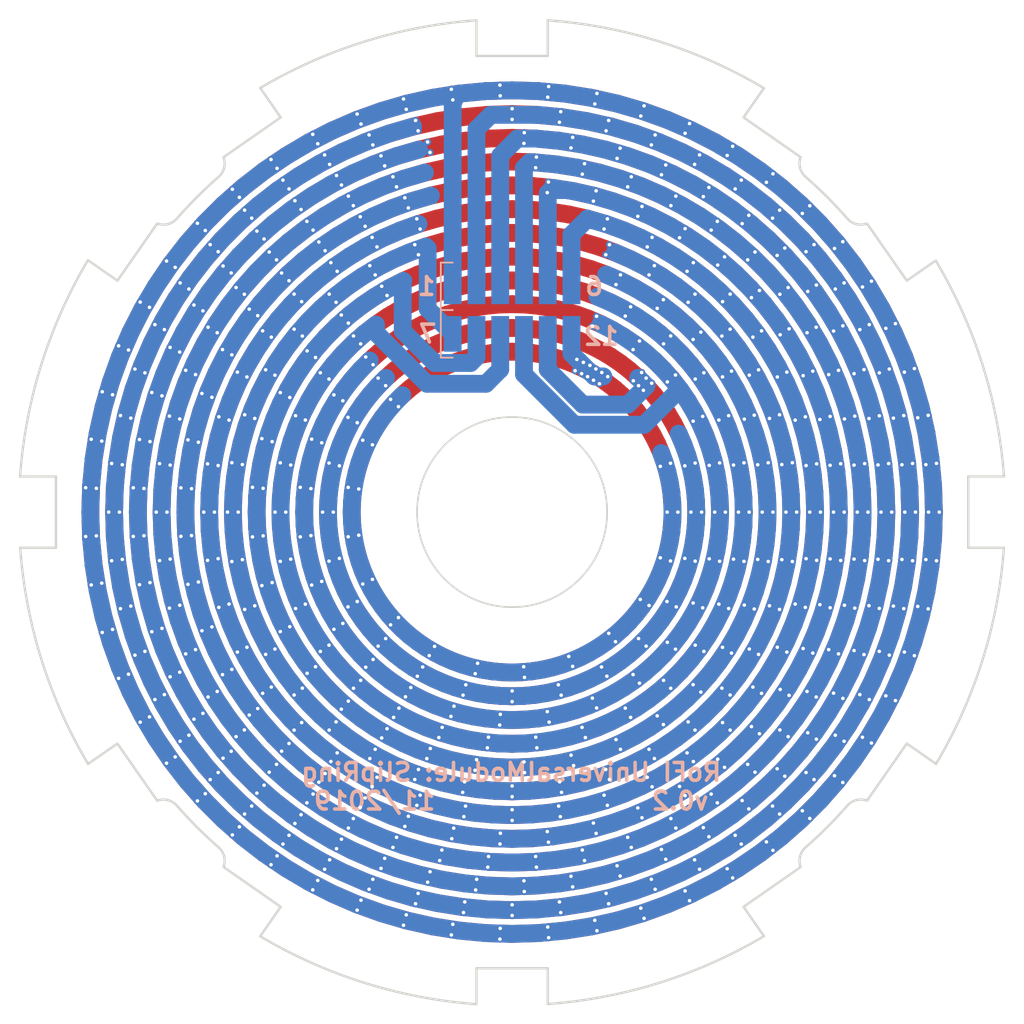
<source format=kicad_pcb>
(kicad_pcb (version 20171130) (host pcbnew 5.1.4+dfsg1-1)
  (layers (0 F.Cu signal) (31 B.Cu signal) (34 B.Paste user) (35 F.Paste user) (36 B.SilkS user) (37 F.SilkS user) (38 B.Mask user) (39 F.Mask user) (44 Edge.Cuts user))
  (net 0 "")
  (net 1 /S1)
  (net 2 /S2)
  (net 3 /S3)
  (net 4 /S4)
  (net 5 /S5)
  (net 6 /S6)
  (net 7 /S12)
  (net 8 /S11)
  (net 9 /S10)
  (net 10 /S9)
  (net 11 /S8)
  (net 12 /S7)
  (module MountingHole:MountingHole_2.2mm_M2 (layer F.Cu) (at 152.1 52.7)
    (fp_text reference H7 hide)
    (fp_text value MountingHole)
    (pad 1 np_thru_hole circle (at 0 0) (size 2.2 2.2) (drill 2.2) (layers *.Cu *.Mask))
  )
  (module MountingHole:MountingHole_2.2mm_M2 (layer F.Cu) (at 177.2 77.9)
    (fp_text reference H4 hide)
    (fp_text value MountingHole)
    (pad 1 np_thru_hole circle (at 0 0) (size 2.2 2.2) (drill 2.2) (layers *.Cu *.Mask))
  )
  (module MountingHole:MountingHole_2.2mm_M2 (layer F.Cu) (at 102.8 102.1)
    (fp_text reference H2 hide)
    (fp_text value MountingHole)
    (pad 1 np_thru_hole circle (at 0 0) (size 2.2 2.2) (drill 2.2) (layers *.Cu *.Mask))
  )
  (module MountingHole:MountingHole_2.2mm_M2 (layer F.Cu) (at 152.1 127.2)
    (fp_text reference H3 hide)
    (fp_text value MountingHole)
    (pad 1 np_thru_hole circle (at 0 0) (size 2.2 2.2) (drill 2.2) (layers *.Cu *.Mask))
  )
  (module MountingHole:MountingHole_2.2mm_M2 (layer F.Cu) (at 127.875 127.225)
    (fp_text reference H6 hide)
    (fp_text value MountingHole)
    (pad 1 np_thru_hole circle (at 0 0) (size 2.2 2.2) (drill 2.2) (layers *.Cu *.Mask))
  )
  (module MountingHole:MountingHole_2.2mm_M2 (layer F.Cu) (at 177.25 102.05)
    (fp_text reference H8 hide)
    (fp_text value MountingHole)
    (pad 1 np_thru_hole circle (at 0 0) (size 2.2 2.2) (drill 2.2) (layers *.Cu *.Mask))
  )
  (module MountingHole:MountingHole_2.2mm_M2 (layer F.Cu) (at 102.8 77.9)
    (fp_text reference H5 hide)
    (fp_text value MountingHole)
    (pad 1 np_thru_hole circle (at 0 0) (size 2.2 2.2) (drill 2.2) (layers *.Cu *.Mask))
  )
  (module MountingHole:MountingHole_2.2mm_M2 (layer F.Cu) (at 127.9 52.8)
    (fp_text reference H1 hide)
    (fp_text value MountingHole)
    (pad 1 np_thru_hole circle (at 0 0) (size 2.2 2.2) (drill 2.2) (layers *.Cu *.Mask))
  )
  (module rofi:WirePad_1.5mm_6pin (layer B.Cu) (at 140 75)
    (fp_text reference J2 hide)
    (fp_text value Conn_01x06_Male)
    (pad 6 smd rect (at 5 0) (size 1.5 3) (layers B.Cu B.Paste B.Mask) (net 7 /S12))
    (pad 5 smd rect (at 3 0) (size 1.5 3) (layers B.Cu B.Paste B.Mask) (net 8 /S11))
    (pad 4 smd rect (at 1 0) (size 1.5 3) (layers B.Cu B.Paste B.Mask) (net 9 /S10))
    (pad 3 smd rect (at -1 0) (size 1.5 3) (layers B.Cu B.Paste B.Mask) (net 10 /S9))
    (pad 2 smd rect (at -3 0) (size 1.5 3) (layers B.Cu B.Paste B.Mask) (net 11 /S8))
    (pad 1 smd rect (at -5 0) (size 1.5 3) (layers B.Cu B.Paste B.Mask) (net 12 /S7))
  )
  (module rofi:WirePad_1.5mm_6pin (layer B.Cu) (at 140 71)
    (fp_text reference J1 hide)
    (fp_text value Conn_01x06_Male)
    (pad 1 smd rect (at -5 0) (size 1.5 3) (layers B.Cu B.Paste B.Mask) (net 1 /S1))
    (pad 2 smd rect (at -3 0) (size 1.5 3) (layers B.Cu B.Paste B.Mask) (net 2 /S2))
    (pad 3 smd rect (at -1 0) (size 1.5 3) (layers B.Cu B.Paste B.Mask) (net 3 /S3))
    (pad 4 smd rect (at 1 0) (size 1.5 3) (layers B.Cu B.Paste B.Mask) (net 4 /S4))
    (pad 5 smd rect (at 3 0) (size 1.5 3) (layers B.Cu B.Paste B.Mask) (net 5 /S5))
    (pad 6 smd rect (at 5 0) (size 1.5 3) (layers B.Cu B.Paste B.Mask) (net 6 /S6))
  )
  (gr_text "RoFI UniversalModule: SlipRing\nv0.2                11/2019" (at 139.925 113.1) (layer B.SilkS) (effects (font (size 1.5 1.5) (thickness 0.3)) (justify mirror)))
  (gr_text 12 (at 147.5 75.2) (layer B.SilkS) (effects (font (size 1.5 1.5) (thickness 0.3)) (justify mirror)))
  (gr_text 7 (at 132.9 75) (layer B.SilkS) (effects (font (size 1.5 1.5) (thickness 0.3)) (justify mirror)))
  (gr_text 6 (at 146.9 71) (layer B.SilkS) (effects (font (size 1.5 1.5) (thickness 0.3)) (justify mirror)))
  (gr_text 1 (at 132.8 71) (layer B.SilkS) (effects (font (size 1.5 1.5) (thickness 0.3)) (justify mirror)))
  (gr_arc (start 140 90) (end 161.193162 54.319474) (angle -26.56579321) (layer Edge.Cuts) (width 0.2))
  (gr_arc (start 140 90.1) (end 181.4 87) (angle -26.53966339) (layer Edge.Cuts) (width 0.2))
  (gr_arc (start 140 90) (end 175.680526 111.193162) (angle -26.56441728) (layer Edge.Cuts) (width 0.2))
  (gr_arc (start 140 90) (end 142.999999 131.399999) (angle -26.55880807) (layer Edge.Cuts) (width 0.2))
  (gr_arc (start 140 90) (end 118.8 125.7) (angle -26.55880679) (layer Edge.Cuts) (width 0.2))
  (gr_arc (start 140 90) (end 98.6 93) (angle -26.55880691) (layer Edge.Cuts) (width 0.2))
  (gr_arc (start 140 90) (end 104.3 68.8) (angle -26.56681394) (layer Edge.Cuts) (width 0.2))
  (gr_arc (start 140 90.108576) (end 137 48.608576) (angle -26.48920732) (layer Edge.Cuts) (width 0.2))
  (gr_circle (center 140 90) (end 148 90) (layer Edge.Cuts) (width 0.15))
  (gr_line (start 169.870067 114.286972) (end 173.218708 109.478678) (layer Edge.Cuts) (width 0.2))
  (gr_line (start 120.521322 56.781292) (end 115.713028 60.129933) (layer Edge.Cuts) (width 0.2))
  (gr_line (start 120.521322 123.218708) (end 118.8 125.7) (layer Edge.Cuts) (width 0.2))
  (gr_line (start 101.608576 87) (end 98.587929 87.004943) (layer Edge.Cuts) (width 0.2))
  (gr_line (start 137 48.608576) (end 137 51.608576) (layer Edge.Cuts) (width 0.2))
  (gr_line (start 143 51.608576) (end 143 48.608576) (layer Edge.Cuts) (width 0.2))
  (gr_line (start 106.781292 70.521322) (end 104.3 68.8) (layer Edge.Cuts) (width 0.2))
  (gr_line (start 178.391424 87) (end 178.391424 93) (layer Edge.Cuts) (width 0.2))
  (gr_line (start 142.999999 131.399999) (end 143 128.391424) (layer Edge.Cuts) (width 0.2))
  (gr_line (start 161.194034 125.689954) (end 159.478678 123.218708) (layer Edge.Cuts) (width 0.2))
  (gr_arc (start 114.308946 119.342286) (end 115.713028 119.870067) (angle -69.4) (layer Edge.Cuts) (width 0.2))
  (gr_arc (start 140 90) (end 168.213736 65.297063) (angle -7.6) (layer Edge.Cuts) (width 0.2))
  (gr_line (start 173.218708 109.478678) (end 175.680526 111.193162) (layer Edge.Cuts) (width 0.2))
  (gr_line (start 178.391424 93) (end 181.391424 93) (layer Edge.Cuts) (width 0.2))
  (gr_arc (start 169.342286 115.691054) (end 169.870067 114.286972) (angle -69.1851247) (layer Edge.Cuts) (width 0.2))
  (gr_line (start 118.804732 54.3034) (end 120.521322 56.781292) (layer Edge.Cuts) (width 0.2))
  (gr_line (start 159.478678 56.781292) (end 161.193162 54.319474) (layer Edge.Cuts) (width 0.2))
  (gr_arc (start 140 90) (end 115.297063 61.786264) (angle -7.591405413) (layer Edge.Cuts) (width 0.2))
  (gr_arc (start 140 90) (end 111.786264 114.702937) (angle -7.591405413) (layer Edge.Cuts) (width 0.2))
  (gr_line (start 101.608576 93) (end 101.608576 87) (layer Edge.Cuts) (width 0.2))
  (gr_arc (start 169.342286 64.308946) (end 168.213736 65.297063) (angle -69.4) (layer Edge.Cuts) (width 0.2))
  (gr_line (start 115.713028 119.870067) (end 120.521322 123.218708) (layer Edge.Cuts) (width 0.2))
  (gr_line (start 98.6 93) (end 101.608576 93) (layer Edge.Cuts) (width 0.2))
  (gr_arc (start 110.657714 64.308946) (end 110.129933 65.713028) (angle -69.4) (layer Edge.Cuts) (width 0.2))
  (gr_line (start 181.4 87) (end 178.391424 87) (layer Edge.Cuts) (width 0.2))
  (gr_line (start 137 51.608576) (end 143 51.608576) (layer Edge.Cuts) (width 0.2))
  (gr_line (start 104.310045 111.194035) (end 106.781292 109.478678) (layer Edge.Cuts) (width 0.2))
  (gr_line (start 175.652353 68.828428) (end 173.218708 70.521322) (layer Edge.Cuts) (width 0.2))
  (gr_line (start 173.218708 70.521322) (end 169.870067 65.713028) (layer Edge.Cuts) (width 0.2))
  (gr_line (start 143 128.391424) (end 137 128.391424) (layer Edge.Cuts) (width 0.2))
  (gr_arc (start 114.308946 60.657714) (end 115.297063 61.786264) (angle -69.4) (layer Edge.Cuts) (width 0.2))
  (gr_arc (start 165.691054 119.342286) (end 164.702937 118.213736) (angle -69.4) (layer Edge.Cuts) (width 0.2))
  (gr_line (start 110.129933 65.713028) (end 106.781292 70.521322) (layer Edge.Cuts) (width 0.2))
  (gr_arc (start 140 90) (end 164.702937 118.213736) (angle -7.6) (layer Edge.Cuts) (width 0.2))
  (gr_line (start 164.286972 60.129933) (end 159.478678 56.781292) (layer Edge.Cuts) (width 0.2))
  (gr_line (start 159.478678 123.218708) (end 164.286972 119.870067) (layer Edge.Cuts) (width 0.2))
  (gr_line (start 137 128.391424) (end 136.999156 131.411652) (layer Edge.Cuts) (width 0.2))
  (gr_line (start 106.781292 109.478678) (end 110.129933 114.286972) (layer Edge.Cuts) (width 0.2))
  (gr_arc (start 110.657714 115.691054) (end 111.786264 114.702937) (angle -69.4) (layer Edge.Cuts) (width 0.2))
  (gr_arc (start 165.691054 60.657714) (end 164.286972 60.129933) (angle -69.1851247) (layer Edge.Cuts) (width 0.2))
  (via (at 175.715668 85.902008) (size 0.6) (drill 0.3) (layers F.Cu B.Cu) (net 1))
  (via (at 174.821534 86.004601) (size 0.6) (drill 0.3) (layers F.Cu B.Cu) (net 1))
  (via (at 175.015728 81.857441) (size 0.6) (drill 0.3) (layers F.Cu B.Cu) (net 1))
  (via (at 174.139117 82.061288) (size 0.6) (drill 0.3) (layers F.Cu B.Cu) (net 1))
  (via (at 173.859304 77.919024) (size 0.6) (drill 0.3) (layers F.Cu B.Cu) (net 1))
  (via (at 173.011644 78.221468) (size 0.6) (drill 0.3) (layers F.Cu B.Cu) (net 1))
  (via (at 172.261473 74.138101) (size 0.6) (drill 0.3) (layers F.Cu B.Cu) (net 1))
  (via (at 171.453814 74.5352) (size 0.6) (drill 0.3) (layers F.Cu B.Cu) (net 1))
  (via (at 170.243064 70.563962) (size 0.6) (drill 0.3) (layers F.Cu B.Cu) (net 1))
  (via (at 169.485936 71.050539) (size 0.6) (drill 0.3) (layers F.Cu B.Cu) (net 1))
  (via (at 167.83039 67.243202) (size 0.6) (drill 0.3) (layers F.Cu B.Cu) (net 1))
  (via (at 167.133663 67.812913) (size 0.6) (drill 0.3) (layers F.Cu B.Cu) (net 1))
  (via (at 165.054905 64.219111) (size 0.6) (drill 0.3) (layers F.Cu B.Cu) (net 1))
  (via (at 164.427661 64.86453) (size 0.6) (drill 0.3) (layers F.Cu B.Cu) (net 1))
  (via (at 161.952791 61.531114) (size 0.6) (drill 0.3) (layers F.Cu B.Cu) (net 1))
  (via (at 161.403208 62.243826) (size 0.6) (drill 0.3) (layers F.Cu B.Cu) (net 1))
  (via (at 158.564488 59.214252) (size 0.6) (drill 0.3) (layers F.Cu B.Cu) (net 1))
  (via (at 158.099731 59.984966) (size 0.6) (drill 0.3) (layers F.Cu B.Cu) (net 1))
  (via (at 154.934169 57.298729) (size 0.6) (drill 0.3) (layers F.Cu B.Cu) (net 1))
  (via (at 154.560296 58.117398) (size 0.6) (drill 0.3) (layers F.Cu B.Cu) (net 1))
  (via (at 151.10916 55.809518) (size 0.6) (drill 0.3) (layers F.Cu B.Cu) (net 1))
  (via (at 150.831045 56.665469) (size 0.6) (drill 0.3) (layers F.Cu B.Cu) (net 1))
  (via (at 147.139327 54.766031) (size 0.6) (drill 0.3) (layers F.Cu B.Cu) (net 1))
  (via (at 146.960595 55.648106) (size 0.6) (drill 0.3) (layers F.Cu B.Cu) (net 1))
  (via (at 143.076421 54.181874) (size 0.6) (drill 0.3) (layers F.Cu B.Cu) (net 1))
  (via (at 142.999404 55.078572) (size 0.6) (drill 0.3) (layers F.Cu B.Cu) (net 1))
  (via (at 138.973409 54.06466) (size 0.6) (drill 0.3) (layers F.Cu B.Cu) (net 1))
  (via (at 138.99911 54.964293) (size 0.6) (drill 0.3) (layers F.Cu B.Cu) (net 1))
  (via (at 134.883781 54.415919) (size 0.6) (drill 0.3) (layers F.Cu B.Cu) (net 1))
  (via (at 135.011864 55.306758) (size 0.6) (drill 0.3) (layers F.Cu B.Cu) (net 1))
  (via (at 130.86085 55.23107) (size 0.6) (drill 0.3) (layers F.Cu B.Cu) (net 1))
  (via (at 131.089647 56.101502) (size 0.6) (drill 0.3) (layers F.Cu B.Cu) (net 1))
  (via (at 126.957062 56.499488) (size 0.6) (drill 0.3) (layers F.Cu B.Cu) (net 1))
  (via (at 127.283589 57.338165) (size 0.6) (drill 0.3) (layers F.Cu B.Cu) (net 1))
  (via (at 123.223309 58.204636) (size 0.6) (drill 0.3) (layers F.Cu B.Cu) (net 1))
  (via (at 123.64331 59.000625) (size 0.6) (drill 0.3) (layers F.Cu B.Cu) (net 1))
  (via (at 119.708266 60.324285) (size 0.6) (drill 0.3) (layers F.Cu B.Cu) (net 1))
  (via (at 120.216265 61.06721) (size 0.6) (drill 0.3) (layers F.Cu B.Cu) (net 1))
  (via (at 116.457756 62.830802) (size 0.6) (drill 0.3) (layers F.Cu B.Cu) (net 1))
  (via (at 117.047131 63.510977) (size 0.6) (drill 0.3) (layers F.Cu B.Cu) (net 1))
  (via (at 113.514156 65.691512) (size 0.6) (drill 0.3) (layers F.Cu B.Cu) (net 1))
  (via (at 114.177223 66.300069) (size 0.6) (drill 0.3) (layers F.Cu B.Cu) (net 1))
  (via (at 110.915839 68.86912) (size 0.6) (drill 0.3) (layers F.Cu B.Cu) (net 1))
  (via (at 111.643954 69.398126) (size 0.6) (drill 0.3) (layers F.Cu B.Cu) (net 1))
  (via (at 108.696678 72.322201) (size 0.6) (drill 0.3) (layers F.Cu B.Cu) (net 1))
  (via (at 109.480349 72.76476) (size 0.6) (drill 0.3) (layers F.Cu B.Cu) (net 1))
  (via (at 106.885604 76.005739) (size 0.6) (drill 0.3) (layers F.Cu B.Cu) (net 1))
  (via (at 107.714615 76.356082) (size 0.6) (drill 0.3) (layers F.Cu B.Cu) (net 1))
  (via (at 105.506227 79.871714) (size 0.6) (drill 0.3) (layers F.Cu B.Cu) (net 1))
  (via (at 106.369771 80.125273) (size 0.6) (drill 0.3) (layers F.Cu B.Cu) (net 1))
  (via (at 104.576529 83.869727) (size 0.6) (drill 0.3) (layers F.Cu B.Cu) (net 1))
  (via (at 105.463348 84.023197) (size 0.6) (drill 0.3) (layers F.Cu B.Cu) (net 1))
  (via (at 104.10863 87.947657) (size 0.6) (drill 0.3) (layers F.Cu B.Cu) (net 1))
  (via (at 105.007162 87.999037) (size 0.6) (drill 0.3) (layers F.Cu B.Cu) (net 1))
  (via (at 104.10863 92.052342) (size 0.6) (drill 0.3) (layers F.Cu B.Cu) (net 1))
  (via (at 105.007162 92.000962) (size 0.6) (drill 0.3) (layers F.Cu B.Cu) (net 1))
  (via (at 104.576529 96.130272) (size 0.6) (drill 0.3) (layers F.Cu B.Cu) (net 1))
  (via (at 105.463348 95.976802) (size 0.6) (drill 0.3) (layers F.Cu B.Cu) (net 1))
  (via (at 105.506227 100.128285) (size 0.6) (drill 0.3) (layers F.Cu B.Cu) (net 1))
  (via (at 106.369771 99.874726) (size 0.6) (drill 0.3) (layers F.Cu B.Cu) (net 1))
  (via (at 106.885604 103.99426) (size 0.6) (drill 0.3) (layers F.Cu B.Cu) (net 1))
  (via (at 107.714615 103.643917) (size 0.6) (drill 0.3) (layers F.Cu B.Cu) (net 1))
  (via (at 108.696678 107.677798) (size 0.6) (drill 0.3) (layers F.Cu B.Cu) (net 1))
  (via (at 109.480349 107.235239) (size 0.6) (drill 0.3) (layers F.Cu B.Cu) (net 1))
  (via (at 110.915839 111.130879) (size 0.6) (drill 0.3) (layers F.Cu B.Cu) (net 1))
  (via (at 111.643954 110.601873) (size 0.6) (drill 0.3) (layers F.Cu B.Cu) (net 1))
  (via (at 113.514156 114.308487) (size 0.6) (drill 0.3) (layers F.Cu B.Cu) (net 1))
  (via (at 114.177223 113.69993) (size 0.6) (drill 0.3) (layers F.Cu B.Cu) (net 1))
  (via (at 116.457756 117.169197) (size 0.6) (drill 0.3) (layers F.Cu B.Cu) (net 1))
  (via (at 117.047131 116.489022) (size 0.6) (drill 0.3) (layers F.Cu B.Cu) (net 1))
  (via (at 119.708266 119.675714) (size 0.6) (drill 0.3) (layers F.Cu B.Cu) (net 1))
  (via (at 120.216265 118.932789) (size 0.6) (drill 0.3) (layers F.Cu B.Cu) (net 1))
  (via (at 123.223309 121.795363) (size 0.6) (drill 0.3) (layers F.Cu B.Cu) (net 1))
  (via (at 123.64331 120.999374) (size 0.6) (drill 0.3) (layers F.Cu B.Cu) (net 1))
  (via (at 126.957062 123.500511) (size 0.6) (drill 0.3) (layers F.Cu B.Cu) (net 1))
  (via (at 127.283589 122.661834) (size 0.6) (drill 0.3) (layers F.Cu B.Cu) (net 1))
  (via (at 130.86085 124.768929) (size 0.6) (drill 0.3) (layers F.Cu B.Cu) (net 1))
  (via (at 131.089647 123.898497) (size 0.6) (drill 0.3) (layers F.Cu B.Cu) (net 1))
  (via (at 134.883781 125.58408) (size 0.6) (drill 0.3) (layers F.Cu B.Cu) (net 1))
  (via (at 135.011864 124.693241) (size 0.6) (drill 0.3) (layers F.Cu B.Cu) (net 1))
  (via (at 138.973409 125.935339) (size 0.6) (drill 0.3) (layers F.Cu B.Cu) (net 1))
  (via (at 138.99911 125.035706) (size 0.6) (drill 0.3) (layers F.Cu B.Cu) (net 1))
  (via (at 143.076421 125.818125) (size 0.6) (drill 0.3) (layers F.Cu B.Cu) (net 1))
  (via (at 142.999404 124.921427) (size 0.6) (drill 0.3) (layers F.Cu B.Cu) (net 1))
  (via (at 147.139327 125.233968) (size 0.6) (drill 0.3) (layers F.Cu B.Cu) (net 1))
  (via (at 146.960595 124.351893) (size 0.6) (drill 0.3) (layers F.Cu B.Cu) (net 1))
  (via (at 151.10916 124.190481) (size 0.6) (drill 0.3) (layers F.Cu B.Cu) (net 1))
  (via (at 150.831045 123.33453) (size 0.6) (drill 0.3) (layers F.Cu B.Cu) (net 1))
  (via (at 154.934169 122.70127) (size 0.6) (drill 0.3) (layers F.Cu B.Cu) (net 1))
  (via (at 154.560296 121.882601) (size 0.6) (drill 0.3) (layers F.Cu B.Cu) (net 1))
  (via (at 158.564488 120.785747) (size 0.6) (drill 0.3) (layers F.Cu B.Cu) (net 1))
  (via (at 158.099731 120.015033) (size 0.6) (drill 0.3) (layers F.Cu B.Cu) (net 1))
  (via (at 161.952791 118.468885) (size 0.6) (drill 0.3) (layers F.Cu B.Cu) (net 1))
  (via (at 161.403208 117.756173) (size 0.6) (drill 0.3) (layers F.Cu B.Cu) (net 1))
  (via (at 165.054905 115.780888) (size 0.6) (drill 0.3) (layers F.Cu B.Cu) (net 1))
  (via (at 164.427661 115.135469) (size 0.6) (drill 0.3) (layers F.Cu B.Cu) (net 1))
  (via (at 167.83039 112.756797) (size 0.6) (drill 0.3) (layers F.Cu B.Cu) (net 1))
  (via (at 167.133663 112.187086) (size 0.6) (drill 0.3) (layers F.Cu B.Cu) (net 1))
  (via (at 170.243064 109.436037) (size 0.6) (drill 0.3) (layers F.Cu B.Cu) (net 1))
  (via (at 169.485936 108.94946) (size 0.6) (drill 0.3) (layers F.Cu B.Cu) (net 1))
  (via (at 172.261473 105.861898) (size 0.6) (drill 0.3) (layers F.Cu B.Cu) (net 1))
  (via (at 171.453814 105.464799) (size 0.6) (drill 0.3) (layers F.Cu B.Cu) (net 1))
  (via (at 173.859304 102.080975) (size 0.6) (drill 0.3) (layers F.Cu B.Cu) (net 1))
  (via (at 173.011644 101.778531) (size 0.6) (drill 0.3) (layers F.Cu B.Cu) (net 1))
  (via (at 175.015728 98.142558) (size 0.6) (drill 0.3) (layers F.Cu B.Cu) (net 1))
  (via (at 174.139117 97.938711) (size 0.6) (drill 0.3) (layers F.Cu B.Cu) (net 1))
  (via (at 175.715668 94.097991) (size 0.6) (drill 0.3) (layers F.Cu B.Cu) (net 1))
  (via (at 174.821534 93.995398) (size 0.6) (drill 0.3) (layers F.Cu B.Cu) (net 1))
  (via (at 175.95 90) (size 0.6) (drill 0.3) (layers F.Cu B.Cu) (net 1))
  (via (at 175.05 90) (size 0.6) (drill 0.3) (layers F.Cu B.Cu) (net 1))
  (segment (start 175.429948 87.770936) (end 175.5 89.999999) (width 1.5) (layer B.Cu) (net 1))
  (segment (start 175.220071 85.55067) (end 175.429948 87.770936) (width 1.5) (layer B.Cu) (net 1))
  (segment (start 174.871197 83.347963) (end 175.220071 85.55067) (width 1.5) (layer B.Cu) (net 1))
  (segment (start 174.384702 81.171509) (end 174.871197 83.347963) (width 1.5) (layer B.Cu) (net 1))
  (segment (start 173.762506 79.029896) (end 174.384702 81.171509) (width 1.5) (layer B.Cu) (net 1))
  (segment (start 173.007065 76.931578) (end 173.762506 79.029896) (width 1.5) (layer B.Cu) (net 1))
  (segment (start 172.12136 74.884835) (end 173.007065 76.931578) (width 1.5) (layer B.Cu) (net 1))
  (segment (start 171.108887 72.897744) (end 172.12136 74.884835) (width 1.5) (layer B.Cu) (net 1))
  (segment (start 169.973641 70.978148) (end 171.108887 72.897744) (width 1.5) (layer B.Cu) (net 1))
  (segment (start 168.720103 69.133623) (end 169.973641 70.978148) (width 1.5) (layer B.Cu) (net 1))
  (segment (start 167.35322 67.371448) (end 168.720103 69.133623) (width 1.5) (layer B.Cu) (net 1))
  (segment (start 165.878386 65.698577) (end 167.35322 67.371448) (width 1.5) (layer B.Cu) (net 1))
  (segment (start 164.301422 64.121613) (end 165.878386 65.698577) (width 1.5) (layer B.Cu) (net 1))
  (segment (start 162.628551 62.646779) (end 164.301422 64.121613) (width 1.5) (layer B.Cu) (net 1))
  (segment (start 160.866376 61.279896) (end 162.628551 62.646779) (width 1.5) (layer B.Cu) (net 1))
  (segment (start 159.021851 60.026358) (end 160.866376 61.279896) (width 1.5) (layer B.Cu) (net 1))
  (segment (start 157.102255 58.891112) (end 159.021851 60.026358) (width 1.5) (layer B.Cu) (net 1))
  (segment (start 155.115164 57.878639) (end 157.102255 58.891112) (width 1.5) (layer B.Cu) (net 1))
  (segment (start 153.068421 56.992934) (end 155.115164 57.878639) (width 1.5) (layer B.Cu) (net 1))
  (segment (start 150.970103 56.237493) (end 153.068421 56.992934) (width 1.5) (layer B.Cu) (net 1))
  (segment (start 148.82849 55.615297) (end 150.970103 56.237493) (width 1.5) (layer B.Cu) (net 1))
  (segment (start 146.652036 55.128802) (end 148.82849 55.615297) (width 1.5) (layer B.Cu) (net 1))
  (segment (start 144.449329 54.779928) (end 146.652036 55.128802) (width 1.5) (layer B.Cu) (net 1))
  (segment (start 142.229063 54.570051) (end 144.449329 54.779928) (width 1.5) (layer B.Cu) (net 1))
  (segment (start 140 54.5) (end 142.229063 54.570051) (width 1.5) (layer B.Cu) (net 1))
  (segment (start 137.770936 54.570051) (end 140 54.5) (width 1.5) (layer B.Cu) (net 1))
  (segment (start 135.55067 54.779928) (end 137.770936 54.570051) (width 1.5) (layer B.Cu) (net 1))
  (segment (start 133.347963 55.128802) (end 135.55067 54.779928) (width 1.5) (layer B.Cu) (net 1))
  (segment (start 131.171509 55.615297) (end 133.347963 55.128802) (width 1.5) (layer B.Cu) (net 1))
  (segment (start 129.029896 56.237493) (end 131.171509 55.615297) (width 1.5) (layer B.Cu) (net 1))
  (segment (start 126.931578 56.992934) (end 129.029896 56.237493) (width 1.5) (layer B.Cu) (net 1))
  (segment (start 124.884835 57.878639) (end 126.931578 56.992934) (width 1.5) (layer B.Cu) (net 1))
  (segment (start 122.897744 58.891112) (end 124.884835 57.878639) (width 1.5) (layer B.Cu) (net 1))
  (segment (start 120.978148 60.026358) (end 122.897744 58.891112) (width 1.5) (layer B.Cu) (net 1))
  (segment (start 119.133623 61.279896) (end 120.978148 60.026358) (width 1.5) (layer B.Cu) (net 1))
  (segment (start 117.371448 62.646779) (end 119.133623 61.279896) (width 1.5) (layer B.Cu) (net 1))
  (segment (start 115.698577 64.121613) (end 117.371448 62.646779) (width 1.5) (layer B.Cu) (net 1))
  (segment (start 114.121613 65.698577) (end 115.698577 64.121613) (width 1.5) (layer B.Cu) (net 1))
  (segment (start 112.646779 67.371448) (end 114.121613 65.698577) (width 1.5) (layer B.Cu) (net 1))
  (segment (start 111.279896 69.133623) (end 112.646779 67.371448) (width 1.5) (layer B.Cu) (net 1))
  (segment (start 110.026358 70.978148) (end 111.279896 69.133623) (width 1.5) (layer B.Cu) (net 1))
  (segment (start 108.891112 72.897744) (end 110.026358 70.978148) (width 1.5) (layer B.Cu) (net 1))
  (segment (start 107.878639 74.884835) (end 108.891112 72.897744) (width 1.5) (layer B.Cu) (net 1))
  (segment (start 106.992934 76.931578) (end 107.878639 74.884835) (width 1.5) (layer B.Cu) (net 1))
  (segment (start 106.237493 79.029896) (end 106.992934 76.931578) (width 1.5) (layer B.Cu) (net 1))
  (segment (start 105.615297 81.171509) (end 106.237493 79.029896) (width 1.5) (layer B.Cu) (net 1))
  (segment (start 105.128802 83.347963) (end 105.615297 81.171509) (width 1.5) (layer B.Cu) (net 1))
  (segment (start 104.779928 85.55067) (end 105.128802 83.347963) (width 1.5) (layer B.Cu) (net 1))
  (segment (start 104.570051 87.770936) (end 104.779928 85.55067) (width 1.5) (layer B.Cu) (net 1))
  (segment (start 104.5 89.999999) (end 104.570051 87.770936) (width 1.5) (layer B.Cu) (net 1))
  (segment (start 104.570051 92.229063) (end 104.5 89.999999) (width 1.5) (layer B.Cu) (net 1))
  (segment (start 104.779928 94.449329) (end 104.570051 92.229063) (width 1.5) (layer B.Cu) (net 1))
  (segment (start 105.128802 96.652036) (end 104.779928 94.449329) (width 1.5) (layer B.Cu) (net 1))
  (segment (start 105.615297 98.82849) (end 105.128802 96.652036) (width 1.5) (layer B.Cu) (net 1))
  (segment (start 106.237493 100.970103) (end 105.615297 98.82849) (width 1.5) (layer B.Cu) (net 1))
  (segment (start 106.992934 103.068421) (end 106.237493 100.970103) (width 1.5) (layer B.Cu) (net 1))
  (segment (start 107.878639 105.115164) (end 106.992934 103.068421) (width 1.5) (layer B.Cu) (net 1))
  (segment (start 108.891112 107.102255) (end 107.878639 105.115164) (width 1.5) (layer B.Cu) (net 1))
  (segment (start 110.026358 109.021851) (end 108.891112 107.102255) (width 1.5) (layer B.Cu) (net 1))
  (segment (start 111.279896 110.866376) (end 110.026358 109.021851) (width 1.5) (layer B.Cu) (net 1))
  (segment (start 112.646779 112.628551) (end 111.279896 110.866376) (width 1.5) (layer B.Cu) (net 1))
  (segment (start 114.121613 114.301422) (end 112.646779 112.628551) (width 1.5) (layer B.Cu) (net 1))
  (segment (start 115.698577 115.878386) (end 114.121613 114.301422) (width 1.5) (layer B.Cu) (net 1))
  (segment (start 117.371448 117.35322) (end 115.698577 115.878386) (width 1.5) (layer B.Cu) (net 1))
  (segment (start 119.133623 118.720103) (end 117.371448 117.35322) (width 1.5) (layer B.Cu) (net 1))
  (segment (start 120.978148 119.973641) (end 119.133623 118.720103) (width 1.5) (layer B.Cu) (net 1))
  (segment (start 122.897744 121.108887) (end 120.978148 119.973641) (width 1.5) (layer B.Cu) (net 1))
  (segment (start 124.884835 122.12136) (end 122.897744 121.108887) (width 1.5) (layer B.Cu) (net 1))
  (segment (start 126.931578 123.007065) (end 124.884835 122.12136) (width 1.5) (layer B.Cu) (net 1))
  (segment (start 129.029896 123.762506) (end 126.931578 123.007065) (width 1.5) (layer B.Cu) (net 1))
  (segment (start 131.171509 124.384702) (end 129.029896 123.762506) (width 1.5) (layer B.Cu) (net 1))
  (segment (start 133.347963 124.871197) (end 131.171509 124.384702) (width 1.5) (layer B.Cu) (net 1))
  (segment (start 135.55067 125.220071) (end 133.347963 124.871197) (width 1.5) (layer B.Cu) (net 1))
  (segment (start 137.770936 125.429948) (end 135.55067 125.220071) (width 1.5) (layer B.Cu) (net 1))
  (segment (start 140 125.5) (end 137.770936 125.429948) (width 1.5) (layer B.Cu) (net 1))
  (segment (start 142.229063 125.429948) (end 140 125.5) (width 1.5) (layer B.Cu) (net 1))
  (segment (start 144.449329 125.220071) (end 142.229063 125.429948) (width 1.5) (layer B.Cu) (net 1))
  (segment (start 146.652036 124.871197) (end 144.449329 125.220071) (width 1.5) (layer B.Cu) (net 1))
  (segment (start 148.82849 124.384702) (end 146.652036 124.871197) (width 1.5) (layer B.Cu) (net 1))
  (segment (start 150.970103 123.762506) (end 148.82849 124.384702) (width 1.5) (layer B.Cu) (net 1))
  (segment (start 153.068421 123.007065) (end 150.970103 123.762506) (width 1.5) (layer B.Cu) (net 1))
  (segment (start 155.115164 122.12136) (end 153.068421 123.007065) (width 1.5) (layer B.Cu) (net 1))
  (segment (start 157.102255 121.108887) (end 155.115164 122.12136) (width 1.5) (layer B.Cu) (net 1))
  (segment (start 159.021851 119.973641) (end 157.102255 121.108887) (width 1.5) (layer B.Cu) (net 1))
  (segment (start 160.866376 118.720103) (end 159.021851 119.973641) (width 1.5) (layer B.Cu) (net 1))
  (segment (start 162.628551 117.35322) (end 160.866376 118.720103) (width 1.5) (layer B.Cu) (net 1))
  (segment (start 164.301422 115.878386) (end 162.628551 117.35322) (width 1.5) (layer B.Cu) (net 1))
  (segment (start 165.878386 114.301422) (end 164.301422 115.878386) (width 1.5) (layer B.Cu) (net 1))
  (segment (start 167.35322 112.628551) (end 165.878386 114.301422) (width 1.5) (layer B.Cu) (net 1))
  (segment (start 168.720103 110.866376) (end 167.35322 112.628551) (width 1.5) (layer B.Cu) (net 1))
  (segment (start 169.973641 109.021851) (end 168.720103 110.866376) (width 1.5) (layer B.Cu) (net 1))
  (segment (start 171.108887 107.102255) (end 169.973641 109.021851) (width 1.5) (layer B.Cu) (net 1))
  (segment (start 172.12136 105.115164) (end 171.108887 107.102255) (width 1.5) (layer B.Cu) (net 1))
  (segment (start 173.007065 103.068421) (end 172.12136 105.115164) (width 1.5) (layer B.Cu) (net 1))
  (segment (start 173.762506 100.970103) (end 173.007065 103.068421) (width 1.5) (layer B.Cu) (net 1))
  (segment (start 174.384702 98.82849) (end 173.762506 100.970103) (width 1.5) (layer B.Cu) (net 1))
  (segment (start 174.871197 96.652036) (end 174.384702 98.82849) (width 1.5) (layer B.Cu) (net 1))
  (segment (start 175.220071 94.449329) (end 174.871197 96.652036) (width 1.5) (layer B.Cu) (net 1))
  (segment (start 175.429948 92.229063) (end 175.220071 94.449329) (width 1.5) (layer B.Cu) (net 1))
  (segment (start 175.5 90) (end 175.429948 92.229063) (width 1.5) (layer B.Cu) (net 1))
  (segment (start 175.429948 87.770936) (end 175.5 89.999999) (width 1.5) (layer F.Cu) (net 1))
  (segment (start 175.220071 85.55067) (end 175.429948 87.770936) (width 1.5) (layer F.Cu) (net 1))
  (segment (start 174.871197 83.347963) (end 175.220071 85.55067) (width 1.5) (layer F.Cu) (net 1))
  (segment (start 174.384702 81.171509) (end 174.871197 83.347963) (width 1.5) (layer F.Cu) (net 1))
  (segment (start 173.762506 79.029896) (end 174.384702 81.171509) (width 1.5) (layer F.Cu) (net 1))
  (segment (start 173.007065 76.931578) (end 173.762506 79.029896) (width 1.5) (layer F.Cu) (net 1))
  (segment (start 172.12136 74.884835) (end 173.007065 76.931578) (width 1.5) (layer F.Cu) (net 1))
  (segment (start 171.108887 72.897744) (end 172.12136 74.884835) (width 1.5) (layer F.Cu) (net 1))
  (segment (start 169.973641 70.978148) (end 171.108887 72.897744) (width 1.5) (layer F.Cu) (net 1))
  (segment (start 168.720103 69.133623) (end 169.973641 70.978148) (width 1.5) (layer F.Cu) (net 1))
  (segment (start 167.35322 67.371448) (end 168.720103 69.133623) (width 1.5) (layer F.Cu) (net 1))
  (segment (start 165.878386 65.698577) (end 167.35322 67.371448) (width 1.5) (layer F.Cu) (net 1))
  (segment (start 164.301422 64.121613) (end 165.878386 65.698577) (width 1.5) (layer F.Cu) (net 1))
  (segment (start 162.628551 62.646779) (end 164.301422 64.121613) (width 1.5) (layer F.Cu) (net 1))
  (segment (start 160.866376 61.279896) (end 162.628551 62.646779) (width 1.5) (layer F.Cu) (net 1))
  (segment (start 159.021851 60.026358) (end 160.866376 61.279896) (width 1.5) (layer F.Cu) (net 1))
  (segment (start 157.102255 58.891112) (end 159.021851 60.026358) (width 1.5) (layer F.Cu) (net 1))
  (segment (start 155.115164 57.878639) (end 157.102255 58.891112) (width 1.5) (layer F.Cu) (net 1))
  (segment (start 153.068421 56.992934) (end 155.115164 57.878639) (width 1.5) (layer F.Cu) (net 1))
  (segment (start 150.970103 56.237493) (end 153.068421 56.992934) (width 1.5) (layer F.Cu) (net 1))
  (segment (start 148.82849 55.615297) (end 150.970103 56.237493) (width 1.5) (layer F.Cu) (net 1))
  (segment (start 146.652036 55.128802) (end 148.82849 55.615297) (width 1.5) (layer F.Cu) (net 1))
  (segment (start 144.449329 54.779928) (end 146.652036 55.128802) (width 1.5) (layer F.Cu) (net 1))
  (segment (start 142.229063 54.570051) (end 144.449329 54.779928) (width 1.5) (layer F.Cu) (net 1))
  (segment (start 140 54.5) (end 142.229063 54.570051) (width 1.5) (layer F.Cu) (net 1))
  (segment (start 137.770936 54.570051) (end 140 54.5) (width 1.5) (layer F.Cu) (net 1))
  (segment (start 135.55067 54.779928) (end 137.770936 54.570051) (width 1.5) (layer F.Cu) (net 1))
  (segment (start 133.347963 55.128802) (end 135.55067 54.779928) (width 1.5) (layer F.Cu) (net 1))
  (segment (start 131.171509 55.615297) (end 133.347963 55.128802) (width 1.5) (layer F.Cu) (net 1))
  (segment (start 129.029896 56.237493) (end 131.171509 55.615297) (width 1.5) (layer F.Cu) (net 1))
  (segment (start 126.931578 56.992934) (end 129.029896 56.237493) (width 1.5) (layer F.Cu) (net 1))
  (segment (start 124.884835 57.878639) (end 126.931578 56.992934) (width 1.5) (layer F.Cu) (net 1))
  (segment (start 122.897744 58.891112) (end 124.884835 57.878639) (width 1.5) (layer F.Cu) (net 1))
  (segment (start 120.978148 60.026358) (end 122.897744 58.891112) (width 1.5) (layer F.Cu) (net 1))
  (segment (start 119.133623 61.279896) (end 120.978148 60.026358) (width 1.5) (layer F.Cu) (net 1))
  (segment (start 117.371448 62.646779) (end 119.133623 61.279896) (width 1.5) (layer F.Cu) (net 1))
  (segment (start 115.698577 64.121613) (end 117.371448 62.646779) (width 1.5) (layer F.Cu) (net 1))
  (segment (start 114.121613 65.698577) (end 115.698577 64.121613) (width 1.5) (layer F.Cu) (net 1))
  (segment (start 112.646779 67.371448) (end 114.121613 65.698577) (width 1.5) (layer F.Cu) (net 1))
  (segment (start 111.279896 69.133623) (end 112.646779 67.371448) (width 1.5) (layer F.Cu) (net 1))
  (segment (start 110.026358 70.978148) (end 111.279896 69.133623) (width 1.5) (layer F.Cu) (net 1))
  (segment (start 108.891112 72.897744) (end 110.026358 70.978148) (width 1.5) (layer F.Cu) (net 1))
  (segment (start 107.878639 74.884835) (end 108.891112 72.897744) (width 1.5) (layer F.Cu) (net 1))
  (segment (start 106.992934 76.931578) (end 107.878639 74.884835) (width 1.5) (layer F.Cu) (net 1))
  (segment (start 106.237493 79.029896) (end 106.992934 76.931578) (width 1.5) (layer F.Cu) (net 1))
  (segment (start 105.615297 81.171509) (end 106.237493 79.029896) (width 1.5) (layer F.Cu) (net 1))
  (segment (start 105.128802 83.347963) (end 105.615297 81.171509) (width 1.5) (layer F.Cu) (net 1))
  (segment (start 104.779928 85.55067) (end 105.128802 83.347963) (width 1.5) (layer F.Cu) (net 1))
  (segment (start 104.570051 87.770936) (end 104.779928 85.55067) (width 1.5) (layer F.Cu) (net 1))
  (segment (start 104.5 89.999999) (end 104.570051 87.770936) (width 1.5) (layer F.Cu) (net 1))
  (segment (start 104.570051 92.229063) (end 104.5 89.999999) (width 1.5) (layer F.Cu) (net 1))
  (segment (start 104.779928 94.449329) (end 104.570051 92.229063) (width 1.5) (layer F.Cu) (net 1))
  (segment (start 105.128802 96.652036) (end 104.779928 94.449329) (width 1.5) (layer F.Cu) (net 1))
  (segment (start 105.615297 98.82849) (end 105.128802 96.652036) (width 1.5) (layer F.Cu) (net 1))
  (segment (start 106.237493 100.970103) (end 105.615297 98.82849) (width 1.5) (layer F.Cu) (net 1))
  (segment (start 106.992934 103.068421) (end 106.237493 100.970103) (width 1.5) (layer F.Cu) (net 1))
  (segment (start 107.878639 105.115164) (end 106.992934 103.068421) (width 1.5) (layer F.Cu) (net 1))
  (segment (start 108.891112 107.102255) (end 107.878639 105.115164) (width 1.5) (layer F.Cu) (net 1))
  (segment (start 110.026358 109.021851) (end 108.891112 107.102255) (width 1.5) (layer F.Cu) (net 1))
  (segment (start 111.279896 110.866376) (end 110.026358 109.021851) (width 1.5) (layer F.Cu) (net 1))
  (segment (start 112.646779 112.628551) (end 111.279896 110.866376) (width 1.5) (layer F.Cu) (net 1))
  (segment (start 114.121613 114.301422) (end 112.646779 112.628551) (width 1.5) (layer F.Cu) (net 1))
  (segment (start 115.698577 115.878386) (end 114.121613 114.301422) (width 1.5) (layer F.Cu) (net 1))
  (segment (start 117.371448 117.35322) (end 115.698577 115.878386) (width 1.5) (layer F.Cu) (net 1))
  (segment (start 119.133623 118.720103) (end 117.371448 117.35322) (width 1.5) (layer F.Cu) (net 1))
  (segment (start 120.978148 119.973641) (end 119.133623 118.720103) (width 1.5) (layer F.Cu) (net 1))
  (segment (start 122.897744 121.108887) (end 120.978148 119.973641) (width 1.5) (layer F.Cu) (net 1))
  (segment (start 124.884835 122.12136) (end 122.897744 121.108887) (width 1.5) (layer F.Cu) (net 1))
  (segment (start 126.931578 123.007065) (end 124.884835 122.12136) (width 1.5) (layer F.Cu) (net 1))
  (segment (start 129.029896 123.762506) (end 126.931578 123.007065) (width 1.5) (layer F.Cu) (net 1))
  (segment (start 131.171509 124.384702) (end 129.029896 123.762506) (width 1.5) (layer F.Cu) (net 1))
  (segment (start 133.347963 124.871197) (end 131.171509 124.384702) (width 1.5) (layer F.Cu) (net 1))
  (segment (start 135.55067 125.220071) (end 133.347963 124.871197) (width 1.5) (layer F.Cu) (net 1))
  (segment (start 137.770936 125.429948) (end 135.55067 125.220071) (width 1.5) (layer F.Cu) (net 1))
  (segment (start 140 125.5) (end 137.770936 125.429948) (width 1.5) (layer F.Cu) (net 1))
  (segment (start 142.229063 125.429948) (end 140 125.5) (width 1.5) (layer F.Cu) (net 1))
  (segment (start 144.449329 125.220071) (end 142.229063 125.429948) (width 1.5) (layer F.Cu) (net 1))
  (segment (start 146.652036 124.871197) (end 144.449329 125.220071) (width 1.5) (layer F.Cu) (net 1))
  (segment (start 148.82849 124.384702) (end 146.652036 124.871197) (width 1.5) (layer F.Cu) (net 1))
  (segment (start 150.970103 123.762506) (end 148.82849 124.384702) (width 1.5) (layer F.Cu) (net 1))
  (segment (start 153.068421 123.007065) (end 150.970103 123.762506) (width 1.5) (layer F.Cu) (net 1))
  (segment (start 155.115164 122.12136) (end 153.068421 123.007065) (width 1.5) (layer F.Cu) (net 1))
  (segment (start 157.102255 121.108887) (end 155.115164 122.12136) (width 1.5) (layer F.Cu) (net 1))
  (segment (start 159.021851 119.973641) (end 157.102255 121.108887) (width 1.5) (layer F.Cu) (net 1))
  (segment (start 160.866376 118.720103) (end 159.021851 119.973641) (width 1.5) (layer F.Cu) (net 1))
  (segment (start 162.628551 117.35322) (end 160.866376 118.720103) (width 1.5) (layer F.Cu) (net 1))
  (segment (start 164.301422 115.878386) (end 162.628551 117.35322) (width 1.5) (layer F.Cu) (net 1))
  (segment (start 165.878386 114.301422) (end 164.301422 115.878386) (width 1.5) (layer F.Cu) (net 1))
  (segment (start 167.35322 112.628551) (end 165.878386 114.301422) (width 1.5) (layer F.Cu) (net 1))
  (segment (start 168.720103 110.866376) (end 167.35322 112.628551) (width 1.5) (layer F.Cu) (net 1))
  (segment (start 169.973641 109.021851) (end 168.720103 110.866376) (width 1.5) (layer F.Cu) (net 1))
  (segment (start 171.108887 107.102255) (end 169.973641 109.021851) (width 1.5) (layer F.Cu) (net 1))
  (segment (start 172.12136 105.115164) (end 171.108887 107.102255) (width 1.5) (layer F.Cu) (net 1))
  (segment (start 173.007065 103.068421) (end 172.12136 105.115164) (width 1.5) (layer F.Cu) (net 1))
  (segment (start 173.762506 100.970103) (end 173.007065 103.068421) (width 1.5) (layer F.Cu) (net 1))
  (segment (start 174.384702 98.82849) (end 173.762506 100.970103) (width 1.5) (layer F.Cu) (net 1))
  (segment (start 174.871197 96.652036) (end 174.384702 98.82849) (width 1.5) (layer F.Cu) (net 1))
  (segment (start 175.220071 94.449329) (end 174.871197 96.652036) (width 1.5) (layer F.Cu) (net 1))
  (segment (start 175.429948 92.229063) (end 175.220071 94.449329) (width 1.5) (layer F.Cu) (net 1))
  (segment (start 175.5 90) (end 175.429948 92.229063) (width 1.5) (layer F.Cu) (net 1))
  (segment (start 135 71) (end 135 55.469558) (width 1.5) (layer B.Cu) (net 1))
  (segment (start 135 55.469558) (end 135.128941 55.340617) (width 1.5) (layer B.Cu) (net 1))
  (via (at 173.702466 85.907779) (size 0.6) (drill 0.3) (layers F.Cu B.Cu) (net 2))
  (via (at 172.809028 86.016262) (size 0.6) (drill 0.3) (layers F.Cu B.Cu) (net 2))
  (via (at 172.963474 81.875233) (size 0.6) (drill 0.3) (layers F.Cu B.Cu) (net 2))
  (via (at 172.089627 82.090617) (size 0.6) (drill 0.3) (layers F.Cu B.Cu) (net 2))
  (via (at 171.743801 77.961164) (size 0.6) (drill 0.3) (layers F.Cu B.Cu) (net 2))
  (via (at 170.902286 78.280308) (size 0.6) (drill 0.3) (layers F.Cu B.Cu) (net 2))
  (via (at 170.061232 74.222648) (size 0.6) (drill 0.3) (layers F.Cu B.Cu) (net 2))
  (via (at 169.264321 74.640899) (size 0.6) (drill 0.3) (layers F.Cu B.Cu) (net 2))
  (via (at 167.940302 70.714201) (size 0.6) (drill 0.3) (layers F.Cu B.Cu) (net 2))
  (via (at 167.199616 71.22546) (size 0.6) (drill 0.3) (layers F.Cu B.Cu) (net 2))
  (via (at 165.411939 67.486985) (size 0.6) (drill 0.3) (layers F.Cu B.Cu) (net 2))
  (via (at 164.73828 68.083796) (size 0.6) (drill 0.3) (layers F.Cu B.Cu) (net 2))
  (via (at 162.513014 64.58806) (size 0.6) (drill 0.3) (layers F.Cu B.Cu) (net 2))
  (via (at 161.916203 65.261719) (size 0.6) (drill 0.3) (layers F.Cu B.Cu) (net 2))
  (via (at 159.285798 62.059697) (size 0.6) (drill 0.3) (layers F.Cu B.Cu) (net 2))
  (via (at 158.774539 62.800383) (size 0.6) (drill 0.3) (layers F.Cu B.Cu) (net 2))
  (via (at 155.777351 59.938767) (size 0.6) (drill 0.3) (layers F.Cu B.Cu) (net 2))
  (via (at 155.3591 60.735678) (size 0.6) (drill 0.3) (layers F.Cu B.Cu) (net 2))
  (via (at 152.038835 58.256198) (size 0.6) (drill 0.3) (layers F.Cu B.Cu) (net 2))
  (via (at 151.719691 59.097713) (size 0.6) (drill 0.3) (layers F.Cu B.Cu) (net 2))
  (via (at 148.124766 57.036525) (size 0.6) (drill 0.3) (layers F.Cu B.Cu) (net 2))
  (via (at 147.909382 57.910372) (size 0.6) (drill 0.3) (layers F.Cu B.Cu) (net 2))
  (via (at 144.09222 56.297533) (size 0.6) (drill 0.3) (layers F.Cu B.Cu) (net 2))
  (via (at 143.983737 57.190971) (size 0.6) (drill 0.3) (layers F.Cu B.Cu) (net 2))
  (via (at 140 56.05) (size 0.6) (drill 0.3) (layers F.Cu B.Cu) (net 2))
  (via (at 140 56.95) (size 0.6) (drill 0.3) (layers F.Cu B.Cu) (net 2))
  (via (at 131.875233 57.036525) (size 0.6) (drill 0.3) (layers F.Cu B.Cu) (net 2))
  (via (at 132.090617 57.910372) (size 0.6) (drill 0.3) (layers F.Cu B.Cu) (net 2))
  (via (at 127.961164 58.256198) (size 0.6) (drill 0.3) (layers F.Cu B.Cu) (net 2))
  (via (at 128.280308 59.097713) (size 0.6) (drill 0.3) (layers F.Cu B.Cu) (net 2))
  (via (at 124.222648 59.938767) (size 0.6) (drill 0.3) (layers F.Cu B.Cu) (net 2))
  (via (at 124.640899 60.735678) (size 0.6) (drill 0.3) (layers F.Cu B.Cu) (net 2))
  (via (at 120.714201 62.059697) (size 0.6) (drill 0.3) (layers F.Cu B.Cu) (net 2))
  (via (at 121.22546 62.800383) (size 0.6) (drill 0.3) (layers F.Cu B.Cu) (net 2))
  (via (at 117.486985 64.58806) (size 0.6) (drill 0.3) (layers F.Cu B.Cu) (net 2))
  (via (at 118.083796 65.261719) (size 0.6) (drill 0.3) (layers F.Cu B.Cu) (net 2))
  (via (at 114.58806 67.486985) (size 0.6) (drill 0.3) (layers F.Cu B.Cu) (net 2))
  (via (at 115.261719 68.083796) (size 0.6) (drill 0.3) (layers F.Cu B.Cu) (net 2))
  (via (at 112.059697 70.714201) (size 0.6) (drill 0.3) (layers F.Cu B.Cu) (net 2))
  (via (at 112.800383 71.22546) (size 0.6) (drill 0.3) (layers F.Cu B.Cu) (net 2))
  (via (at 109.938767 74.222648) (size 0.6) (drill 0.3) (layers F.Cu B.Cu) (net 2))
  (via (at 110.735678 74.640899) (size 0.6) (drill 0.3) (layers F.Cu B.Cu) (net 2))
  (via (at 108.256198 77.961164) (size 0.6) (drill 0.3) (layers F.Cu B.Cu) (net 2))
  (via (at 109.097713 78.280308) (size 0.6) (drill 0.3) (layers F.Cu B.Cu) (net 2))
  (via (at 107.036525 81.875233) (size 0.6) (drill 0.3) (layers F.Cu B.Cu) (net 2))
  (via (at 107.910372 82.090617) (size 0.6) (drill 0.3) (layers F.Cu B.Cu) (net 2))
  (via (at 106.297533 85.907779) (size 0.6) (drill 0.3) (layers F.Cu B.Cu) (net 2))
  (via (at 107.190971 86.016262) (size 0.6) (drill 0.3) (layers F.Cu B.Cu) (net 2))
  (via (at 106.05 90) (size 0.6) (drill 0.3) (layers F.Cu B.Cu) (net 2))
  (via (at 106.95 90) (size 0.6) (drill 0.3) (layers F.Cu B.Cu) (net 2))
  (via (at 106.297533 94.09222) (size 0.6) (drill 0.3) (layers F.Cu B.Cu) (net 2))
  (via (at 107.190971 93.983737) (size 0.6) (drill 0.3) (layers F.Cu B.Cu) (net 2))
  (via (at 107.036525 98.124766) (size 0.6) (drill 0.3) (layers F.Cu B.Cu) (net 2))
  (via (at 107.910372 97.909382) (size 0.6) (drill 0.3) (layers F.Cu B.Cu) (net 2))
  (via (at 108.256198 102.038835) (size 0.6) (drill 0.3) (layers F.Cu B.Cu) (net 2))
  (via (at 109.097713 101.719691) (size 0.6) (drill 0.3) (layers F.Cu B.Cu) (net 2))
  (via (at 109.938767 105.777351) (size 0.6) (drill 0.3) (layers F.Cu B.Cu) (net 2))
  (via (at 110.735678 105.3591) (size 0.6) (drill 0.3) (layers F.Cu B.Cu) (net 2))
  (via (at 112.059697 109.285798) (size 0.6) (drill 0.3) (layers F.Cu B.Cu) (net 2))
  (via (at 112.800383 108.774539) (size 0.6) (drill 0.3) (layers F.Cu B.Cu) (net 2))
  (via (at 114.58806 112.513014) (size 0.6) (drill 0.3) (layers F.Cu B.Cu) (net 2))
  (via (at 115.261719 111.916203) (size 0.6) (drill 0.3) (layers F.Cu B.Cu) (net 2))
  (via (at 117.486985 115.411939) (size 0.6) (drill 0.3) (layers F.Cu B.Cu) (net 2))
  (via (at 118.083796 114.73828) (size 0.6) (drill 0.3) (layers F.Cu B.Cu) (net 2))
  (via (at 120.714201 117.940302) (size 0.6) (drill 0.3) (layers F.Cu B.Cu) (net 2))
  (via (at 121.22546 117.199616) (size 0.6) (drill 0.3) (layers F.Cu B.Cu) (net 2))
  (via (at 124.222648 120.061232) (size 0.6) (drill 0.3) (layers F.Cu B.Cu) (net 2))
  (via (at 124.640899 119.264321) (size 0.6) (drill 0.3) (layers F.Cu B.Cu) (net 2))
  (via (at 127.961164 121.743801) (size 0.6) (drill 0.3) (layers F.Cu B.Cu) (net 2))
  (via (at 128.280308 120.902286) (size 0.6) (drill 0.3) (layers F.Cu B.Cu) (net 2))
  (via (at 131.875233 122.963474) (size 0.6) (drill 0.3) (layers F.Cu B.Cu) (net 2))
  (via (at 132.090617 122.089627) (size 0.6) (drill 0.3) (layers F.Cu B.Cu) (net 2))
  (via (at 135.907779 123.702466) (size 0.6) (drill 0.3) (layers F.Cu B.Cu) (net 2))
  (via (at 136.016262 122.809028) (size 0.6) (drill 0.3) (layers F.Cu B.Cu) (net 2))
  (via (at 140 123.95) (size 0.6) (drill 0.3) (layers F.Cu B.Cu) (net 2))
  (via (at 140 123.05) (size 0.6) (drill 0.3) (layers F.Cu B.Cu) (net 2))
  (via (at 144.09222 123.702466) (size 0.6) (drill 0.3) (layers F.Cu B.Cu) (net 2))
  (via (at 143.983737 122.809028) (size 0.6) (drill 0.3) (layers F.Cu B.Cu) (net 2))
  (via (at 148.124766 122.963474) (size 0.6) (drill 0.3) (layers F.Cu B.Cu) (net 2))
  (via (at 147.909382 122.089627) (size 0.6) (drill 0.3) (layers F.Cu B.Cu) (net 2))
  (via (at 152.038835 121.743801) (size 0.6) (drill 0.3) (layers F.Cu B.Cu) (net 2))
  (via (at 151.719691 120.902286) (size 0.6) (drill 0.3) (layers F.Cu B.Cu) (net 2))
  (via (at 155.777351 120.061232) (size 0.6) (drill 0.3) (layers F.Cu B.Cu) (net 2))
  (via (at 155.3591 119.264321) (size 0.6) (drill 0.3) (layers F.Cu B.Cu) (net 2))
  (via (at 159.285798 117.940302) (size 0.6) (drill 0.3) (layers F.Cu B.Cu) (net 2))
  (via (at 158.774539 117.199616) (size 0.6) (drill 0.3) (layers F.Cu B.Cu) (net 2))
  (via (at 162.513014 115.411939) (size 0.6) (drill 0.3) (layers F.Cu B.Cu) (net 2))
  (via (at 161.916203 114.73828) (size 0.6) (drill 0.3) (layers F.Cu B.Cu) (net 2))
  (via (at 165.411939 112.513014) (size 0.6) (drill 0.3) (layers F.Cu B.Cu) (net 2))
  (via (at 164.73828 111.916203) (size 0.6) (drill 0.3) (layers F.Cu B.Cu) (net 2))
  (via (at 167.940302 109.285798) (size 0.6) (drill 0.3) (layers F.Cu B.Cu) (net 2))
  (via (at 167.199616 108.774539) (size 0.6) (drill 0.3) (layers F.Cu B.Cu) (net 2))
  (via (at 170.061232 105.777351) (size 0.6) (drill 0.3) (layers F.Cu B.Cu) (net 2))
  (via (at 169.264321 105.3591) (size 0.6) (drill 0.3) (layers F.Cu B.Cu) (net 2))
  (via (at 171.743801 102.038835) (size 0.6) (drill 0.3) (layers F.Cu B.Cu) (net 2))
  (via (at 170.902286 101.719691) (size 0.6) (drill 0.3) (layers F.Cu B.Cu) (net 2))
  (via (at 172.963474 98.124766) (size 0.6) (drill 0.3) (layers F.Cu B.Cu) (net 2))
  (via (at 172.089627 97.909382) (size 0.6) (drill 0.3) (layers F.Cu B.Cu) (net 2))
  (via (at 173.702466 94.09222) (size 0.6) (drill 0.3) (layers F.Cu B.Cu) (net 2))
  (via (at 172.809028 93.983737) (size 0.6) (drill 0.3) (layers F.Cu B.Cu) (net 2))
  (via (at 173.95 90) (size 0.6) (drill 0.3) (layers F.Cu B.Cu) (net 2))
  (via (at 173.05 90) (size 0.6) (drill 0.3) (layers F.Cu B.Cu) (net 2))
  (segment (start 173.433895 87.896517) (end 173.5 89.999999) (width 1.5) (layer F.Cu) (net 2))
  (segment (start 173.235842 85.801336) (end 173.433895 87.896517) (width 1.5) (layer F.Cu) (net 2))
  (segment (start 172.906622 83.722725) (end 173.235842 85.801336) (width 1.5) (layer F.Cu) (net 2))
  (segment (start 172.447535 81.668888) (end 172.906622 83.722725) (width 1.5) (layer F.Cu) (net 2))
  (segment (start 171.860393 79.64793) (end 172.447535 81.668888) (width 1.5) (layer F.Cu) (net 2))
  (segment (start 171.147512 77.667827) (end 171.860393 79.64793) (width 1.5) (layer F.Cu) (net 2))
  (segment (start 170.311706 75.736393) (end 171.147512 77.667827) (width 1.5) (layer F.Cu) (net 2))
  (segment (start 169.356273 73.861251) (end 170.311706 75.736393) (width 1.5) (layer F.Cu) (net 2))
  (segment (start 168.284985 72.049802) (end 169.356273 73.861251) (width 1.5) (layer F.Cu) (net 2))
  (segment (start 167.102069 70.309194) (end 168.284985 72.049802) (width 1.5) (layer F.Cu) (net 2))
  (segment (start 165.812193 68.646296) (end 167.102069 70.309194) (width 1.5) (layer F.Cu) (net 2))
  (segment (start 164.420449 67.067671) (end 165.812193 68.646296) (width 1.5) (layer F.Cu) (net 2))
  (segment (start 162.932328 65.57955) (end 164.420449 67.067671) (width 1.5) (layer F.Cu) (net 2))
  (segment (start 161.353703 64.187806) (end 162.932328 65.57955) (width 1.5) (layer F.Cu) (net 2))
  (segment (start 159.690805 62.89793) (end 161.353703 64.187806) (width 1.5) (layer F.Cu) (net 2))
  (segment (start 157.950197 61.715014) (end 159.690805 62.89793) (width 1.5) (layer F.Cu) (net 2))
  (segment (start 156.138748 60.643726) (end 157.950197 61.715014) (width 1.5) (layer F.Cu) (net 2))
  (segment (start 154.263606 59.688293) (end 156.138748 60.643726) (width 1.5) (layer F.Cu) (net 2))
  (segment (start 152.332172 58.852487) (end 154.263606 59.688293) (width 1.5) (layer F.Cu) (net 2))
  (segment (start 150.352069 58.139606) (end 152.332172 58.852487) (width 1.5) (layer F.Cu) (net 2))
  (segment (start 148.331111 57.552464) (end 150.352069 58.139606) (width 1.5) (layer F.Cu) (net 2))
  (segment (start 146.277274 57.093377) (end 148.331111 57.552464) (width 1.5) (layer F.Cu) (net 2))
  (segment (start 144.198663 56.764157) (end 146.277274 57.093377) (width 1.5) (layer F.Cu) (net 2))
  (segment (start 142.103482 56.566104) (end 144.198663 56.764157) (width 1.5) (layer F.Cu) (net 2))
  (segment (start 140 56.5) (end 142.103482 56.566104) (width 1.5) (layer F.Cu) (net 2))
  (segment (start 137.896517 56.566104) (end 140 56.5) (width 1.5) (layer F.Cu) (net 2))
  (segment (start 135.801336 56.764157) (end 137.896517 56.566104) (width 1.5) (layer F.Cu) (net 2))
  (segment (start 133.722725 57.093377) (end 135.801336 56.764157) (width 1.5) (layer F.Cu) (net 2))
  (segment (start 131.668888 57.552464) (end 133.722725 57.093377) (width 1.5) (layer F.Cu) (net 2))
  (segment (start 129.64793 58.139606) (end 131.668888 57.552464) (width 1.5) (layer F.Cu) (net 2))
  (segment (start 127.667827 58.852487) (end 129.64793 58.139606) (width 1.5) (layer F.Cu) (net 2))
  (segment (start 125.736393 59.688293) (end 127.667827 58.852487) (width 1.5) (layer F.Cu) (net 2))
  (segment (start 123.861251 60.643726) (end 125.736393 59.688293) (width 1.5) (layer F.Cu) (net 2))
  (segment (start 122.049802 61.715014) (end 123.861251 60.643726) (width 1.5) (layer F.Cu) (net 2))
  (segment (start 120.309194 62.89793) (end 122.049802 61.715014) (width 1.5) (layer F.Cu) (net 2))
  (segment (start 118.646296 64.187806) (end 120.309194 62.89793) (width 1.5) (layer F.Cu) (net 2))
  (segment (start 117.067671 65.57955) (end 118.646296 64.187806) (width 1.5) (layer F.Cu) (net 2))
  (segment (start 115.57955 67.067671) (end 117.067671 65.57955) (width 1.5) (layer F.Cu) (net 2))
  (segment (start 114.187806 68.646296) (end 115.57955 67.067671) (width 1.5) (layer F.Cu) (net 2))
  (segment (start 112.89793 70.309194) (end 114.187806 68.646296) (width 1.5) (layer F.Cu) (net 2))
  (segment (start 111.715014 72.049802) (end 112.89793 70.309194) (width 1.5) (layer F.Cu) (net 2))
  (segment (start 110.643726 73.861251) (end 111.715014 72.049802) (width 1.5) (layer F.Cu) (net 2))
  (segment (start 109.688293 75.736393) (end 110.643726 73.861251) (width 1.5) (layer F.Cu) (net 2))
  (segment (start 108.852487 77.667827) (end 109.688293 75.736393) (width 1.5) (layer F.Cu) (net 2))
  (segment (start 108.139606 79.64793) (end 108.852487 77.667827) (width 1.5) (layer F.Cu) (net 2))
  (segment (start 107.552464 81.668888) (end 108.139606 79.64793) (width 1.5) (layer F.Cu) (net 2))
  (segment (start 107.093377 83.722725) (end 107.552464 81.668888) (width 1.5) (layer F.Cu) (net 2))
  (segment (start 106.764157 85.801336) (end 107.093377 83.722725) (width 1.5) (layer F.Cu) (net 2))
  (segment (start 106.566104 87.896517) (end 106.764157 85.801336) (width 1.5) (layer F.Cu) (net 2))
  (segment (start 106.5 89.999999) (end 106.566104 87.896517) (width 1.5) (layer F.Cu) (net 2))
  (segment (start 106.566104 92.103482) (end 106.5 89.999999) (width 1.5) (layer F.Cu) (net 2))
  (segment (start 106.764157 94.198663) (end 106.566104 92.103482) (width 1.5) (layer F.Cu) (net 2))
  (segment (start 107.093377 96.277274) (end 106.764157 94.198663) (width 1.5) (layer F.Cu) (net 2))
  (segment (start 107.552464 98.331111) (end 107.093377 96.277274) (width 1.5) (layer F.Cu) (net 2))
  (segment (start 108.139606 100.352069) (end 107.552464 98.331111) (width 1.5) (layer F.Cu) (net 2))
  (segment (start 108.852487 102.332172) (end 108.139606 100.352069) (width 1.5) (layer F.Cu) (net 2))
  (segment (start 109.688293 104.263606) (end 108.852487 102.332172) (width 1.5) (layer F.Cu) (net 2))
  (segment (start 110.643726 106.138748) (end 109.688293 104.263606) (width 1.5) (layer F.Cu) (net 2))
  (segment (start 111.715014 107.950197) (end 110.643726 106.138748) (width 1.5) (layer F.Cu) (net 2))
  (segment (start 112.89793 109.690805) (end 111.715014 107.950197) (width 1.5) (layer F.Cu) (net 2))
  (segment (start 114.187806 111.353703) (end 112.89793 109.690805) (width 1.5) (layer F.Cu) (net 2))
  (segment (start 115.57955 112.932328) (end 114.187806 111.353703) (width 1.5) (layer F.Cu) (net 2))
  (segment (start 117.067671 114.420449) (end 115.57955 112.932328) (width 1.5) (layer F.Cu) (net 2))
  (segment (start 118.646296 115.812193) (end 117.067671 114.420449) (width 1.5) (layer F.Cu) (net 2))
  (segment (start 120.309194 117.102069) (end 118.646296 115.812193) (width 1.5) (layer F.Cu) (net 2))
  (segment (start 122.049802 118.284985) (end 120.309194 117.102069) (width 1.5) (layer F.Cu) (net 2))
  (segment (start 123.861251 119.356273) (end 122.049802 118.284985) (width 1.5) (layer F.Cu) (net 2))
  (segment (start 125.736393 120.311706) (end 123.861251 119.356273) (width 1.5) (layer F.Cu) (net 2))
  (segment (start 127.667827 121.147512) (end 125.736393 120.311706) (width 1.5) (layer F.Cu) (net 2))
  (segment (start 129.64793 121.860393) (end 127.667827 121.147512) (width 1.5) (layer F.Cu) (net 2))
  (segment (start 131.668888 122.447535) (end 129.64793 121.860393) (width 1.5) (layer F.Cu) (net 2))
  (segment (start 133.722725 122.906622) (end 131.668888 122.447535) (width 1.5) (layer F.Cu) (net 2))
  (segment (start 135.801336 123.235842) (end 133.722725 122.906622) (width 1.5) (layer F.Cu) (net 2))
  (segment (start 137.896517 123.433895) (end 135.801336 123.235842) (width 1.5) (layer F.Cu) (net 2))
  (segment (start 140 123.5) (end 137.896517 123.433895) (width 1.5) (layer F.Cu) (net 2))
  (segment (start 142.103482 123.433895) (end 140 123.5) (width 1.5) (layer F.Cu) (net 2))
  (segment (start 144.198663 123.235842) (end 142.103482 123.433895) (width 1.5) (layer F.Cu) (net 2))
  (segment (start 146.277274 122.906622) (end 144.198663 123.235842) (width 1.5) (layer F.Cu) (net 2))
  (segment (start 148.331111 122.447535) (end 146.277274 122.906622) (width 1.5) (layer F.Cu) (net 2))
  (segment (start 150.352069 121.860393) (end 148.331111 122.447535) (width 1.5) (layer F.Cu) (net 2))
  (segment (start 152.332172 121.147512) (end 150.352069 121.860393) (width 1.5) (layer F.Cu) (net 2))
  (segment (start 154.263606 120.311706) (end 152.332172 121.147512) (width 1.5) (layer F.Cu) (net 2))
  (segment (start 156.138748 119.356273) (end 154.263606 120.311706) (width 1.5) (layer F.Cu) (net 2))
  (segment (start 157.950197 118.284985) (end 156.138748 119.356273) (width 1.5) (layer F.Cu) (net 2))
  (segment (start 159.690805 117.102069) (end 157.950197 118.284985) (width 1.5) (layer F.Cu) (net 2))
  (segment (start 161.353703 115.812193) (end 159.690805 117.102069) (width 1.5) (layer F.Cu) (net 2))
  (segment (start 162.932328 114.420449) (end 161.353703 115.812193) (width 1.5) (layer F.Cu) (net 2))
  (segment (start 164.420449 112.932328) (end 162.932328 114.420449) (width 1.5) (layer F.Cu) (net 2))
  (segment (start 165.812193 111.353703) (end 164.420449 112.932328) (width 1.5) (layer F.Cu) (net 2))
  (segment (start 167.102069 109.690805) (end 165.812193 111.353703) (width 1.5) (layer F.Cu) (net 2))
  (segment (start 168.284985 107.950197) (end 167.102069 109.690805) (width 1.5) (layer F.Cu) (net 2))
  (segment (start 169.356273 106.138748) (end 168.284985 107.950197) (width 1.5) (layer F.Cu) (net 2))
  (segment (start 170.311706 104.263606) (end 169.356273 106.138748) (width 1.5) (layer F.Cu) (net 2))
  (segment (start 171.147512 102.332172) (end 170.311706 104.263606) (width 1.5) (layer F.Cu) (net 2))
  (segment (start 171.860393 100.352069) (end 171.147512 102.332172) (width 1.5) (layer F.Cu) (net 2))
  (segment (start 172.447535 98.331111) (end 171.860393 100.352069) (width 1.5) (layer F.Cu) (net 2))
  (segment (start 172.906622 96.277274) (end 172.447535 98.331111) (width 1.5) (layer F.Cu) (net 2))
  (segment (start 173.235842 94.198663) (end 172.906622 96.277274) (width 1.5) (layer F.Cu) (net 2))
  (segment (start 173.433895 92.103482) (end 173.235842 94.198663) (width 1.5) (layer F.Cu) (net 2))
  (segment (start 173.5 90) (end 173.433895 92.103482) (width 1.5) (layer F.Cu) (net 2))
  (segment (start 106.566104 87.896517) (end 106.764157 85.801336) (width 1.5) (layer B.Cu) (net 2))
  (segment (start 106.5 89.999999) (end 106.566104 87.896517) (width 1.5) (layer B.Cu) (net 2))
  (segment (start 108.139606 100.352069) (end 107.552464 98.331111) (width 1.5) (layer B.Cu) (net 2))
  (segment (start 109.688293 104.263606) (end 108.852487 102.332172) (width 1.5) (layer B.Cu) (net 2))
  (segment (start 110.643726 106.138748) (end 109.688293 104.263606) (width 1.5) (layer B.Cu) (net 2))
  (segment (start 111.715014 107.950197) (end 110.643726 106.138748) (width 1.5) (layer B.Cu) (net 2))
  (segment (start 118.646296 115.812193) (end 117.067671 114.420449) (width 1.5) (layer B.Cu) (net 2))
  (segment (start 123.861251 119.356273) (end 122.049802 118.284985) (width 1.5) (layer B.Cu) (net 2))
  (segment (start 127.667827 121.147512) (end 125.736393 120.311706) (width 1.5) (layer B.Cu) (net 2))
  (segment (start 129.64793 121.860393) (end 127.667827 121.147512) (width 1.5) (layer B.Cu) (net 2))
  (segment (start 133.722725 122.906622) (end 131.668888 122.447535) (width 1.5) (layer B.Cu) (net 2))
  (segment (start 135.801336 123.235842) (end 133.722725 122.906622) (width 1.5) (layer B.Cu) (net 2))
  (segment (start 137.896517 123.433895) (end 135.801336 123.235842) (width 1.5) (layer B.Cu) (net 2))
  (segment (start 146.277274 122.906622) (end 144.198663 123.235842) (width 1.5) (layer B.Cu) (net 2))
  (segment (start 148.331111 122.447535) (end 146.277274 122.906622) (width 1.5) (layer B.Cu) (net 2))
  (segment (start 156.138748 119.356273) (end 154.263606 120.311706) (width 1.5) (layer B.Cu) (net 2))
  (segment (start 108.139606 79.64793) (end 108.852487 77.667827) (width 1.5) (layer B.Cu) (net 2))
  (segment (start 159.690805 117.102069) (end 157.950197 118.284985) (width 1.5) (layer B.Cu) (net 2))
  (segment (start 162.932328 114.420449) (end 161.353703 115.812193) (width 1.5) (layer B.Cu) (net 2))
  (segment (start 164.420449 112.932328) (end 162.932328 114.420449) (width 1.5) (layer B.Cu) (net 2))
  (segment (start 165.812193 111.353703) (end 164.420449 112.932328) (width 1.5) (layer B.Cu) (net 2))
  (segment (start 168.284985 107.950197) (end 167.102069 109.690805) (width 1.5) (layer B.Cu) (net 2))
  (segment (start 169.356273 106.138748) (end 168.284985 107.950197) (width 1.5) (layer B.Cu) (net 2))
  (segment (start 171.147512 102.332172) (end 170.311706 104.263606) (width 1.5) (layer B.Cu) (net 2))
  (segment (start 173.5 90) (end 173.433895 92.103482) (width 1.5) (layer B.Cu) (net 2))
  (segment (start 107.093377 83.722725) (end 107.552464 81.668888) (width 1.5) (layer B.Cu) (net 2))
  (segment (start 173.235842 85.801336) (end 172.906622 83.722725) (width 1.5) (layer B.Cu) (net 2))
  (segment (start 122.049802 118.284985) (end 120.309194 117.102069) (width 1.5) (layer B.Cu) (net 2))
  (segment (start 131.668888 122.447535) (end 129.64793 121.860393) (width 1.5) (layer B.Cu) (net 2))
  (segment (start 122.049802 61.715014) (end 123.861251 60.643726) (width 1.5) (layer B.Cu) (net 2))
  (segment (start 112.89793 109.690805) (end 111.715014 107.950197) (width 1.5) (layer B.Cu) (net 2))
  (segment (start 170.311706 75.736393) (end 169.356273 73.861251) (width 1.5) (layer B.Cu) (net 2))
  (segment (start 171.860393 100.352069) (end 171.147512 102.332172) (width 1.5) (layer B.Cu) (net 2))
  (segment (start 173.235842 94.198663) (end 172.906622 96.277274) (width 1.5) (layer B.Cu) (net 2))
  (segment (start 164.420449 67.067671) (end 162.932328 65.57955) (width 1.5) (layer B.Cu) (net 2))
  (segment (start 107.552464 98.331111) (end 107.093377 96.277274) (width 1.5) (layer B.Cu) (net 2))
  (segment (start 106.764157 94.198663) (end 106.566104 92.103482) (width 1.5) (layer B.Cu) (net 2))
  (segment (start 106.566104 92.103482) (end 106.5 89.999999) (width 1.5) (layer B.Cu) (net 2))
  (segment (start 146.277274 57.093377) (end 144.198663 56.764157) (width 1.5) (layer B.Cu) (net 2))
  (segment (start 154.263606 120.311706) (end 152.332172 121.147512) (width 1.5) (layer B.Cu) (net 2))
  (segment (start 107.093377 96.277274) (end 106.764157 94.198663) (width 1.5) (layer B.Cu) (net 2))
  (segment (start 115.57955 112.932328) (end 114.187806 111.353703) (width 1.5) (layer B.Cu) (net 2))
  (segment (start 172.906622 96.277274) (end 172.447535 98.331111) (width 1.5) (layer B.Cu) (net 2))
  (segment (start 108.852487 102.332172) (end 108.139606 100.352069) (width 1.5) (layer B.Cu) (net 2))
  (segment (start 170.311706 104.263606) (end 169.356273 106.138748) (width 1.5) (layer B.Cu) (net 2))
  (segment (start 161.353703 115.812193) (end 159.690805 117.102069) (width 1.5) (layer B.Cu) (net 2))
  (segment (start 117.067671 114.420449) (end 115.57955 112.932328) (width 1.5) (layer B.Cu) (net 2))
  (segment (start 152.332172 121.147512) (end 150.352069 121.860393) (width 1.5) (layer B.Cu) (net 2))
  (segment (start 173.433895 92.103482) (end 173.235842 94.198663) (width 1.5) (layer B.Cu) (net 2))
  (segment (start 115.57955 67.067671) (end 117.067671 65.57955) (width 1.5) (layer B.Cu) (net 2))
  (segment (start 144.198663 123.235842) (end 142.103482 123.433895) (width 1.5) (layer B.Cu) (net 2))
  (segment (start 120.309194 117.102069) (end 118.646296 115.812193) (width 1.5) (layer B.Cu) (net 2))
  (segment (start 106.764157 85.801336) (end 107.093377 83.722725) (width 1.5) (layer B.Cu) (net 2))
  (segment (start 125.736393 120.311706) (end 123.861251 119.356273) (width 1.5) (layer B.Cu) (net 2))
  (segment (start 157.950197 118.284985) (end 156.138748 119.356273) (width 1.5) (layer B.Cu) (net 2))
  (segment (start 142.103482 123.433895) (end 140 123.5) (width 1.5) (layer B.Cu) (net 2))
  (segment (start 109.688293 75.736393) (end 110.643726 73.861251) (width 1.5) (layer B.Cu) (net 2))
  (segment (start 117.067671 65.57955) (end 118.646296 64.187806) (width 1.5) (layer B.Cu) (net 2))
  (segment (start 167.102069 70.309194) (end 165.812193 68.646296) (width 1.5) (layer B.Cu) (net 2))
  (segment (start 108.852487 77.667827) (end 109.688293 75.736393) (width 1.5) (layer B.Cu) (net 2))
  (segment (start 171.860393 79.64793) (end 171.147512 77.667827) (width 1.5) (layer B.Cu) (net 2))
  (segment (start 140 123.5) (end 137.896517 123.433895) (width 1.5) (layer B.Cu) (net 2))
  (segment (start 107.552464 81.668888) (end 108.139606 79.64793) (width 1.5) (layer B.Cu) (net 2))
  (segment (start 114.187806 111.353703) (end 112.89793 109.690805) (width 1.5) (layer B.Cu) (net 2))
  (segment (start 172.447535 98.331111) (end 171.860393 100.352069) (width 1.5) (layer B.Cu) (net 2))
  (segment (start 150.352069 121.860393) (end 148.331111 122.447535) (width 1.5) (layer B.Cu) (net 2))
  (segment (start 148.331111 57.552464) (end 146.277274 57.093377) (width 1.5) (layer B.Cu) (net 2))
  (segment (start 167.102069 109.690805) (end 165.812193 111.353703) (width 1.5) (layer B.Cu) (net 2))
  (segment (start 110.643726 73.861251) (end 111.715014 72.049802) (width 1.5) (layer B.Cu) (net 2))
  (segment (start 111.715014 72.049802) (end 112.89793 70.309194) (width 1.5) (layer B.Cu) (net 2))
  (segment (start 112.89793 70.309194) (end 114.187806 68.646296) (width 1.5) (layer B.Cu) (net 2))
  (segment (start 114.187806 68.646296) (end 115.57955 67.067671) (width 1.5) (layer B.Cu) (net 2))
  (segment (start 118.646296 64.187806) (end 120.309194 62.89793) (width 1.5) (layer B.Cu) (net 2))
  (segment (start 120.309194 62.89793) (end 122.049802 61.715014) (width 1.5) (layer B.Cu) (net 2))
  (segment (start 123.861251 60.643726) (end 125.736393 59.688293) (width 1.5) (layer B.Cu) (net 2))
  (segment (start 125.736393 59.688293) (end 127.667827 58.852487) (width 1.5) (layer B.Cu) (net 2))
  (segment (start 127.667827 58.852487) (end 129.64793 58.139606) (width 1.5) (layer B.Cu) (net 2))
  (segment (start 129.64793 58.139606) (end 131.668888 57.552464) (width 1.5) (layer B.Cu) (net 2))
  (segment (start 173.5 89.999999) (end 173.433895 87.896517) (width 1.5) (layer B.Cu) (net 2))
  (segment (start 173.433895 87.896517) (end 173.235842 85.801336) (width 1.5) (layer B.Cu) (net 2))
  (segment (start 172.906622 83.722725) (end 172.447535 81.668888) (width 1.5) (layer B.Cu) (net 2))
  (segment (start 172.447535 81.668888) (end 171.860393 79.64793) (width 1.5) (layer B.Cu) (net 2))
  (segment (start 171.147512 77.667827) (end 170.311706 75.736393) (width 1.5) (layer B.Cu) (net 2))
  (segment (start 169.356273 73.861251) (end 168.284985 72.049802) (width 1.5) (layer B.Cu) (net 2))
  (segment (start 168.284985 72.049802) (end 167.102069 70.309194) (width 1.5) (layer B.Cu) (net 2))
  (segment (start 165.812193 68.646296) (end 164.420449 67.067671) (width 1.5) (layer B.Cu) (net 2))
  (segment (start 162.932328 65.57955) (end 161.353703 64.187806) (width 1.5) (layer B.Cu) (net 2))
  (segment (start 161.353703 64.187806) (end 159.690805 62.89793) (width 1.5) (layer B.Cu) (net 2))
  (segment (start 159.690805 62.89793) (end 157.950197 61.715014) (width 1.5) (layer B.Cu) (net 2))
  (segment (start 157.950197 61.715014) (end 156.138748 60.643726) (width 1.5) (layer B.Cu) (net 2))
  (segment (start 156.138748 60.643726) (end 154.263606 59.688293) (width 1.5) (layer B.Cu) (net 2))
  (segment (start 154.263606 59.688293) (end 152.332172 58.852487) (width 1.5) (layer B.Cu) (net 2))
  (segment (start 152.332172 58.852487) (end 150.352069 58.139606) (width 1.5) (layer B.Cu) (net 2))
  (segment (start 150.352069 58.139606) (end 148.331111 57.552464) (width 1.5) (layer B.Cu) (net 2))
  (segment (start 144.198663 56.764157) (end 142.103482 56.566104) (width 1.5) (layer B.Cu) (net 2))
  (segment (start 142.103482 56.566104) (end 138.212318 56.566104) (width 1.5) (layer B.Cu) (net 2))
  (segment (start 138.212318 56.566104) (end 137 57.778422) (width 1.5) (layer B.Cu) (net 2))
  (segment (start 137 57.778422) (end 137 71) (width 1.5) (layer B.Cu) (net 2))
  (via (at 171.68769 85.914324) (size 0.6) (drill 0.3) (layers F.Cu B.Cu) (net 3))
  (via (at 170.795079 86.029414) (size 0.6) (drill 0.3) (layers F.Cu B.Cu) (net 3))
  (via (at 170.90507 81.895736) (size 0.6) (drill 0.3) (layers F.Cu B.Cu) (net 3))
  (via (at 170.034505 82.124025) (size 0.6) (drill 0.3) (layers F.Cu B.Cu) (net 3))
  (via (at 169.61499 78.010219) (size 0.6) (drill 0.3) (layers F.Cu B.Cu) (net 3))
  (via (at 168.780765 78.347959) (size 0.6) (drill 0.3) (layers F.Cu B.Cu) (net 3))
  (via (at 167.838632 74.321574) (size 0.6) (drill 0.3) (layers F.Cu B.Cu) (net 3))
  (via (at 167.054445 74.76322) (size 0.6) (drill 0.3) (layers F.Cu B.Cu) (net 3))
  (via (at 165.605165 70.890368) (size 0.6) (drill 0.3) (layers F.Cu B.Cu) (net 3))
  (via (at 164.883892 71.428668) (size 0.6) (drill 0.3) (layers F.Cu B.Cu) (net 3))
  (via (at 162.951261 67.772942) (size 0.6) (drill 0.3) (layers F.Cu B.Cu) (net 3))
  (via (at 162.304747 68.399056) (size 0.6) (drill 0.3) (layers F.Cu B.Cu) (net 3))
  (via (at 159.920499 65.020484) (size 0.6) (drill 0.3) (layers F.Cu B.Cu) (net 3))
  (via (at 159.359358 65.724132) (size 0.6) (drill 0.3) (layers F.Cu B.Cu) (net 3))
  (via (at 156.562642 62.678188) (size 0.6) (drill 0.3) (layers F.Cu B.Cu) (net 3))
  (via (at 156.096089 63.447817) (size 0.6) (drill 0.3) (layers F.Cu B.Cu) (net 3))
  (via (at 152.932827 60.784516) (size 0.6) (drill 0.3) (layers F.Cu B.Cu) (net 3))
  (via (at 152.568522 61.607488) (size 0.6) (drill 0.3) (layers F.Cu B.Cu) (net 3))
  (via (at 149.090656 59.370562) (size 0.6) (drill 0.3) (layers F.Cu B.Cu) (net 3))
  (via (at 148.834581 60.233363) (size 0.6) (drill 0.3) (layers F.Cu B.Cu) (net 3))
  (via (at 145.099216 58.459542) (size 0.6) (drill 0.3) (layers F.Cu B.Cu) (net 3))
  (via (at 144.955576 59.348005) (size 0.6) (drill 0.3) (layers F.Cu B.Cu) (net 3))
  (via (at 141.024047 58.066415) (size 0.6) (drill 0.3) (layers F.Cu B.Cu) (net 3))
  (via (at 140.995201 58.965952) (size 0.6) (drill 0.3) (layers F.Cu B.Cu) (net 3))
  (via (at 132.890456 58.851053) (size 0.6) (drill 0.3) (layers F.Cu B.Cu) (net 3))
  (via (at 133.090725 59.728488) (size 0.6) (drill 0.3) (layers F.Cu B.Cu) (net 3))
  (via (at 128.965586 60.015933) (size 0.6) (drill 0.3) (layers F.Cu B.Cu) (net 3))
  (via (at 129.276415 60.860555) (size 0.6) (drill 0.3) (layers F.Cu B.Cu) (net 3))
  (via (at 125.221901 61.673152) (size 0.6) (drill 0.3) (layers F.Cu B.Cu) (net 3))
  (via (at 125.638186 62.471091) (size 0.6) (drill 0.3) (layers F.Cu B.Cu) (net 3))
  (via (at 121.720872 63.795496) (size 0.6) (drill 0.3) (layers F.Cu B.Cu) (net 3))
  (via (at 122.235777 64.533651) (size 0.6) (drill 0.3) (layers F.Cu B.Cu) (net 3))
  (via (at 118.519986 66.348117) (size 0.6) (drill 0.3) (layers F.Cu B.Cu) (net 3))
  (via (at 119.125057 67.014368) (size 0.6) (drill 0.3) (layers F.Cu B.Cu) (net 3))
  (via (at 115.671801 69.289102) (size 0.6) (drill 0.3) (layers F.Cu B.Cu) (net 3))
  (via (at 116.357102 69.872508) (size 0.6) (drill 0.3) (layers F.Cu B.Cu) (net 3))
  (via (at 113.223085 72.570159) (size 0.6) (drill 0.3) (layers F.Cu B.Cu) (net 3))
  (via (at 113.977364 73.061141) (size 0.6) (drill 0.3) (layers F.Cu B.Cu) (net 3))
  (via (at 111.214044 76.137414) (size 0.6) (drill 0.3) (layers F.Cu B.Cu) (net 3))
  (via (at 112.024916 76.527909) (size 0.6) (drill 0.3) (layers F.Cu B.Cu) (net 3))
  (via (at 109.677668 79.932292) (size 0.6) (drill 0.3) (layers F.Cu B.Cu) (net 3))
  (via (at 110.531819 80.215889) (size 0.6) (drill 0.3) (layers F.Cu B.Cu) (net 3))
  (via (at 108.639184 83.892481) (size 0.6) (drill 0.3) (layers F.Cu B.Cu) (net 3))
  (via (at 109.522588 84.064524) (size 0.6) (drill 0.3) (layers F.Cu B.Cu) (net 3))
  (via (at 108.115644 87.952956) (size 0.6) (drill 0.3) (layers F.Cu B.Cu) (net 3))
  (via (at 109.013795 88.010619) (size 0.6) (drill 0.3) (layers F.Cu B.Cu) (net 3))
  (via (at 108.115644 92.047043) (size 0.6) (drill 0.3) (layers F.Cu B.Cu) (net 3))
  (via (at 109.013795 91.98938) (size 0.6) (drill 0.3) (layers F.Cu B.Cu) (net 3))
  (via (at 108.639184 96.107518) (size 0.6) (drill 0.3) (layers F.Cu B.Cu) (net 3))
  (via (at 109.522588 95.935475) (size 0.6) (drill 0.3) (layers F.Cu B.Cu) (net 3))
  (via (at 109.677668 100.067707) (size 0.6) (drill 0.3) (layers F.Cu B.Cu) (net 3))
  (via (at 110.531819 99.78411) (size 0.6) (drill 0.3) (layers F.Cu B.Cu) (net 3))
  (via (at 111.214044 103.862585) (size 0.6) (drill 0.3) (layers F.Cu B.Cu) (net 3))
  (via (at 112.024916 103.47209) (size 0.6) (drill 0.3) (layers F.Cu B.Cu) (net 3))
  (via (at 113.223085 107.42984) (size 0.6) (drill 0.3) (layers F.Cu B.Cu) (net 3))
  (via (at 113.977364 106.938858) (size 0.6) (drill 0.3) (layers F.Cu B.Cu) (net 3))
  (via (at 115.671801 110.710897) (size 0.6) (drill 0.3) (layers F.Cu B.Cu) (net 3))
  (via (at 116.357102 110.127491) (size 0.6) (drill 0.3) (layers F.Cu B.Cu) (net 3))
  (via (at 118.519986 113.651882) (size 0.6) (drill 0.3) (layers F.Cu B.Cu) (net 3))
  (via (at 119.125057 112.985631) (size 0.6) (drill 0.3) (layers F.Cu B.Cu) (net 3))
  (via (at 121.720872 116.204503) (size 0.6) (drill 0.3) (layers F.Cu B.Cu) (net 3))
  (via (at 122.235777 115.466348) (size 0.6) (drill 0.3) (layers F.Cu B.Cu) (net 3))
  (via (at 125.221901 118.326847) (size 0.6) (drill 0.3) (layers F.Cu B.Cu) (net 3))
  (via (at 125.638186 117.528908) (size 0.6) (drill 0.3) (layers F.Cu B.Cu) (net 3))
  (via (at 128.965586 119.984066) (size 0.6) (drill 0.3) (layers F.Cu B.Cu) (net 3))
  (via (at 129.276415 119.139444) (size 0.6) (drill 0.3) (layers F.Cu B.Cu) (net 3))
  (via (at 132.890456 121.148946) (size 0.6) (drill 0.3) (layers F.Cu B.Cu) (net 3))
  (via (at 133.090725 120.271511) (size 0.6) (drill 0.3) (layers F.Cu B.Cu) (net 3))
  (via (at 136.932064 121.802362) (size 0.6) (drill 0.3) (layers F.Cu B.Cu) (net 3))
  (via (at 137.018485 120.906521) (size 0.6) (drill 0.3) (layers F.Cu B.Cu) (net 3))
  (via (at 141.024047 121.933584) (size 0.6) (drill 0.3) (layers F.Cu B.Cu) (net 3))
  (via (at 140.995201 121.034047) (size 0.6) (drill 0.3) (layers F.Cu B.Cu) (net 3))
  (via (at 145.099216 121.540457) (size 0.6) (drill 0.3) (layers F.Cu B.Cu) (net 3))
  (via (at 144.955576 120.651994) (size 0.6) (drill 0.3) (layers F.Cu B.Cu) (net 3))
  (via (at 149.090656 120.629437) (size 0.6) (drill 0.3) (layers F.Cu B.Cu) (net 3))
  (via (at 148.834581 119.766636) (size 0.6) (drill 0.3) (layers F.Cu B.Cu) (net 3))
  (via (at 152.932827 119.215483) (size 0.6) (drill 0.3) (layers F.Cu B.Cu) (net 3))
  (via (at 152.568522 118.392511) (size 0.6) (drill 0.3) (layers F.Cu B.Cu) (net 3))
  (via (at 156.562642 117.321811) (size 0.6) (drill 0.3) (layers F.Cu B.Cu) (net 3))
  (via (at 156.096089 116.552182) (size 0.6) (drill 0.3) (layers F.Cu B.Cu) (net 3))
  (via (at 159.920499 114.979515) (size 0.6) (drill 0.3) (layers F.Cu B.Cu) (net 3))
  (via (at 159.359358 114.275867) (size 0.6) (drill 0.3) (layers F.Cu B.Cu) (net 3))
  (via (at 162.951261 112.227057) (size 0.6) (drill 0.3) (layers F.Cu B.Cu) (net 3))
  (via (at 162.304747 111.600943) (size 0.6) (drill 0.3) (layers F.Cu B.Cu) (net 3))
  (via (at 165.605165 109.109631) (size 0.6) (drill 0.3) (layers F.Cu B.Cu) (net 3))
  (via (at 164.883892 108.571331) (size 0.6) (drill 0.3) (layers F.Cu B.Cu) (net 3))
  (via (at 167.838632 105.678425) (size 0.6) (drill 0.3) (layers F.Cu B.Cu) (net 3))
  (via (at 167.054445 105.236779) (size 0.6) (drill 0.3) (layers F.Cu B.Cu) (net 3))
  (via (at 169.61499 101.98978) (size 0.6) (drill 0.3) (layers F.Cu B.Cu) (net 3))
  (via (at 168.780765 101.65204) (size 0.6) (drill 0.3) (layers F.Cu B.Cu) (net 3))
  (via (at 170.90507 98.104263) (size 0.6) (drill 0.3) (layers F.Cu B.Cu) (net 3))
  (via (at 170.034505 97.875974) (size 0.6) (drill 0.3) (layers F.Cu B.Cu) (net 3))
  (via (at 171.68769 94.085675) (size 0.6) (drill 0.3) (layers F.Cu B.Cu) (net 3))
  (via (at 170.795079 93.970585) (size 0.6) (drill 0.3) (layers F.Cu B.Cu) (net 3))
  (via (at 171.95 90) (size 0.6) (drill 0.3) (layers F.Cu B.Cu) (net 3))
  (via (at 171.05 90) (size 0.6) (drill 0.3) (layers F.Cu B.Cu) (net 3))
  (segment (start 171.437841 88.022098) (end 171.5 89.999999) (width 1.5) (layer F.Cu) (net 3))
  (segment (start 171.251613 86.052003) (end 171.437841 88.022098) (width 1.5) (layer F.Cu) (net 3))
  (segment (start 170.942048 84.097488) (end 171.251613 86.052003) (width 1.5) (layer F.Cu) (net 3))
  (segment (start 170.510369 82.166268) (end 170.942048 84.097488) (width 1.5) (layer F.Cu) (net 3))
  (segment (start 169.95828 80.265964) (end 170.510369 82.166268) (width 1.5) (layer F.Cu) (net 3))
  (segment (start 169.287959 78.404076) (end 169.95828 80.265964) (width 1.5) (layer F.Cu) (net 3))
  (segment (start 168.502052 76.587952) (end 169.287959 78.404076) (width 1.5) (layer F.Cu) (net 3))
  (segment (start 167.60366 74.824759) (end 168.502052 76.587952) (width 1.5) (layer F.Cu) (net 3))
  (segment (start 166.596329 73.121455) (end 167.60366 74.824759) (width 1.5) (layer F.Cu) (net 3))
  (segment (start 165.484035 71.484764) (end 166.596329 73.121455) (width 1.5) (layer F.Cu) (net 3))
  (segment (start 164.271167 69.921144) (end 165.484035 71.484764) (width 1.5) (layer F.Cu) (net 3))
  (segment (start 162.962511 68.436766) (end 164.271167 69.921144) (width 1.5) (layer F.Cu) (net 3))
  (segment (start 161.563233 67.037488) (end 162.962511 68.436766) (width 1.5) (layer F.Cu) (net 3))
  (segment (start 160.078855 65.728832) (end 161.563233 67.037488) (width 1.5) (layer F.Cu) (net 3))
  (segment (start 158.515235 64.515964) (end 160.078855 65.728832) (width 1.5) (layer F.Cu) (net 3))
  (segment (start 156.878544 63.40367) (end 158.515235 64.515964) (width 1.5) (layer F.Cu) (net 3))
  (segment (start 155.17524 62.396339) (end 156.878544 63.40367) (width 1.5) (layer F.Cu) (net 3))
  (segment (start 153.412047 61.497947) (end 155.17524 62.396339) (width 1.5) (layer F.Cu) (net 3))
  (segment (start 151.595923 60.71204) (end 153.412047 61.497947) (width 1.5) (layer F.Cu) (net 3))
  (segment (start 149.734035 60.041719) (end 151.595923 60.71204) (width 1.5) (layer F.Cu) (net 3))
  (segment (start 147.833731 59.48963) (end 149.734035 60.041719) (width 1.5) (layer F.Cu) (net 3))
  (segment (start 145.902511 59.057951) (end 147.833731 59.48963) (width 1.5) (layer F.Cu) (net 3))
  (segment (start 143.947996 58.748386) (end 145.902511 59.057951) (width 1.5) (layer F.Cu) (net 3))
  (segment (start 141.977901 58.562158) (end 143.947996 58.748386) (width 1.5) (layer F.Cu) (net 3))
  (segment (start 140 58.5) (end 141.977901 58.562158) (width 1.5) (layer F.Cu) (net 3))
  (segment (start 138.022098 58.562158) (end 140 58.5) (width 1.5) (layer F.Cu) (net 3))
  (segment (start 136.052003 58.748386) (end 138.022098 58.562158) (width 1.5) (layer F.Cu) (net 3))
  (segment (start 134.097488 59.057951) (end 136.052003 58.748386) (width 1.5) (layer F.Cu) (net 3))
  (segment (start 132.166268 59.48963) (end 134.097488 59.057951) (width 1.5) (layer F.Cu) (net 3))
  (segment (start 130.265964 60.041719) (end 132.166268 59.48963) (width 1.5) (layer F.Cu) (net 3))
  (segment (start 128.404076 60.71204) (end 130.265964 60.041719) (width 1.5) (layer F.Cu) (net 3))
  (segment (start 126.587952 61.497947) (end 128.404076 60.71204) (width 1.5) (layer F.Cu) (net 3))
  (segment (start 124.824759 62.396339) (end 126.587952 61.497947) (width 1.5) (layer F.Cu) (net 3))
  (segment (start 123.121455 63.40367) (end 124.824759 62.396339) (width 1.5) (layer F.Cu) (net 3))
  (segment (start 121.484764 64.515964) (end 123.121455 63.40367) (width 1.5) (layer F.Cu) (net 3))
  (segment (start 119.921144 65.728832) (end 121.484764 64.515964) (width 1.5) (layer F.Cu) (net 3))
  (segment (start 118.436766 67.037488) (end 119.921144 65.728832) (width 1.5) (layer F.Cu) (net 3))
  (segment (start 117.037488 68.436766) (end 118.436766 67.037488) (width 1.5) (layer F.Cu) (net 3))
  (segment (start 115.728832 69.921144) (end 117.037488 68.436766) (width 1.5) (layer F.Cu) (net 3))
  (segment (start 114.515964 71.484764) (end 115.728832 69.921144) (width 1.5) (layer F.Cu) (net 3))
  (segment (start 113.40367 73.121455) (end 114.515964 71.484764) (width 1.5) (layer F.Cu) (net 3))
  (segment (start 112.396339 74.824759) (end 113.40367 73.121455) (width 1.5) (layer F.Cu) (net 3))
  (segment (start 111.497947 76.587952) (end 112.396339 74.824759) (width 1.5) (layer F.Cu) (net 3))
  (segment (start 110.71204 78.404076) (end 111.497947 76.587952) (width 1.5) (layer F.Cu) (net 3))
  (segment (start 110.041719 80.265964) (end 110.71204 78.404076) (width 1.5) (layer F.Cu) (net 3))
  (segment (start 109.48963 82.166268) (end 110.041719 80.265964) (width 1.5) (layer F.Cu) (net 3))
  (segment (start 109.057951 84.097488) (end 109.48963 82.166268) (width 1.5) (layer F.Cu) (net 3))
  (segment (start 108.748386 86.052003) (end 109.057951 84.097488) (width 1.5) (layer F.Cu) (net 3))
  (segment (start 108.562158 88.022098) (end 108.748386 86.052003) (width 1.5) (layer F.Cu) (net 3))
  (segment (start 108.5 89.999999) (end 108.562158 88.022098) (width 1.5) (layer F.Cu) (net 3))
  (segment (start 108.562158 91.977901) (end 108.5 89.999999) (width 1.5) (layer F.Cu) (net 3))
  (segment (start 108.748386 93.947996) (end 108.562158 91.977901) (width 1.5) (layer F.Cu) (net 3))
  (segment (start 109.057951 95.902511) (end 108.748386 93.947996) (width 1.5) (layer F.Cu) (net 3))
  (segment (start 109.48963 97.833731) (end 109.057951 95.902511) (width 1.5) (layer F.Cu) (net 3))
  (segment (start 110.041719 99.734035) (end 109.48963 97.833731) (width 1.5) (layer F.Cu) (net 3))
  (segment (start 110.71204 101.595923) (end 110.041719 99.734035) (width 1.5) (layer F.Cu) (net 3))
  (segment (start 111.497947 103.412047) (end 110.71204 101.595923) (width 1.5) (layer F.Cu) (net 3))
  (segment (start 112.396339 105.17524) (end 111.497947 103.412047) (width 1.5) (layer F.Cu) (net 3))
  (segment (start 113.40367 106.878544) (end 112.396339 105.17524) (width 1.5) (layer F.Cu) (net 3))
  (segment (start 114.515964 108.515235) (end 113.40367 106.878544) (width 1.5) (layer F.Cu) (net 3))
  (segment (start 115.728832 110.078855) (end 114.515964 108.515235) (width 1.5) (layer F.Cu) (net 3))
  (segment (start 117.037488 111.563233) (end 115.728832 110.078855) (width 1.5) (layer F.Cu) (net 3))
  (segment (start 118.436766 112.962511) (end 117.037488 111.563233) (width 1.5) (layer F.Cu) (net 3))
  (segment (start 119.921144 114.271167) (end 118.436766 112.962511) (width 1.5) (layer F.Cu) (net 3))
  (segment (start 121.484764 115.484035) (end 119.921144 114.271167) (width 1.5) (layer F.Cu) (net 3))
  (segment (start 123.121455 116.596329) (end 121.484764 115.484035) (width 1.5) (layer F.Cu) (net 3))
  (segment (start 124.824759 117.60366) (end 123.121455 116.596329) (width 1.5) (layer F.Cu) (net 3))
  (segment (start 126.587952 118.502052) (end 124.824759 117.60366) (width 1.5) (layer F.Cu) (net 3))
  (segment (start 128.404076 119.287959) (end 126.587952 118.502052) (width 1.5) (layer F.Cu) (net 3))
  (segment (start 130.265964 119.95828) (end 128.404076 119.287959) (width 1.5) (layer F.Cu) (net 3))
  (segment (start 132.166268 120.510369) (end 130.265964 119.95828) (width 1.5) (layer F.Cu) (net 3))
  (segment (start 134.097488 120.942048) (end 132.166268 120.510369) (width 1.5) (layer F.Cu) (net 3))
  (segment (start 136.052003 121.251613) (end 134.097488 120.942048) (width 1.5) (layer F.Cu) (net 3))
  (segment (start 138.022098 121.437841) (end 136.052003 121.251613) (width 1.5) (layer F.Cu) (net 3))
  (segment (start 140 121.5) (end 138.022098 121.437841) (width 1.5) (layer F.Cu) (net 3))
  (segment (start 141.977901 121.437841) (end 140 121.5) (width 1.5) (layer F.Cu) (net 3))
  (segment (start 143.947996 121.251613) (end 141.977901 121.437841) (width 1.5) (layer F.Cu) (net 3))
  (segment (start 145.902511 120.942048) (end 143.947996 121.251613) (width 1.5) (layer F.Cu) (net 3))
  (segment (start 147.833731 120.510369) (end 145.902511 120.942048) (width 1.5) (layer F.Cu) (net 3))
  (segment (start 149.734035 119.95828) (end 147.833731 120.510369) (width 1.5) (layer F.Cu) (net 3))
  (segment (start 151.595923 119.287959) (end 149.734035 119.95828) (width 1.5) (layer F.Cu) (net 3))
  (segment (start 153.412047 118.502052) (end 151.595923 119.287959) (width 1.5) (layer F.Cu) (net 3))
  (segment (start 155.17524 117.60366) (end 153.412047 118.502052) (width 1.5) (layer F.Cu) (net 3))
  (segment (start 156.878544 116.596329) (end 155.17524 117.60366) (width 1.5) (layer F.Cu) (net 3))
  (segment (start 158.515235 115.484035) (end 156.878544 116.596329) (width 1.5) (layer F.Cu) (net 3))
  (segment (start 160.078855 114.271167) (end 158.515235 115.484035) (width 1.5) (layer F.Cu) (net 3))
  (segment (start 161.563233 112.962511) (end 160.078855 114.271167) (width 1.5) (layer F.Cu) (net 3))
  (segment (start 162.962511 111.563233) (end 161.563233 112.962511) (width 1.5) (layer F.Cu) (net 3))
  (segment (start 164.271167 110.078855) (end 162.962511 111.563233) (width 1.5) (layer F.Cu) (net 3))
  (segment (start 165.484035 108.515235) (end 164.271167 110.078855) (width 1.5) (layer F.Cu) (net 3))
  (segment (start 166.596329 106.878544) (end 165.484035 108.515235) (width 1.5) (layer F.Cu) (net 3))
  (segment (start 167.60366 105.17524) (end 166.596329 106.878544) (width 1.5) (layer F.Cu) (net 3))
  (segment (start 168.502052 103.412047) (end 167.60366 105.17524) (width 1.5) (layer F.Cu) (net 3))
  (segment (start 169.287959 101.595923) (end 168.502052 103.412047) (width 1.5) (layer F.Cu) (net 3))
  (segment (start 169.95828 99.734035) (end 169.287959 101.595923) (width 1.5) (layer F.Cu) (net 3))
  (segment (start 170.510369 97.833731) (end 169.95828 99.734035) (width 1.5) (layer F.Cu) (net 3))
  (segment (start 170.942048 95.902511) (end 170.510369 97.833731) (width 1.5) (layer F.Cu) (net 3))
  (segment (start 171.251613 93.947996) (end 170.942048 95.902511) (width 1.5) (layer F.Cu) (net 3))
  (segment (start 171.437841 91.977901) (end 171.251613 93.947996) (width 1.5) (layer F.Cu) (net 3))
  (segment (start 171.5 90) (end 171.437841 91.977901) (width 1.5) (layer F.Cu) (net 3))
  (segment (start 140.437842 58.562158) (end 139 60) (width 1.5) (layer B.Cu) (net 3))
  (segment (start 141.977901 58.562158) (end 140.437842 58.562158) (width 1.5) (layer B.Cu) (net 3))
  (segment (start 143.947996 58.748386) (end 141.977901 58.562158) (width 1.5) (layer B.Cu) (net 3))
  (segment (start 167.60366 74.824759) (end 166.596329 73.121455) (width 1.5) (layer B.Cu) (net 3))
  (segment (start 168.502052 76.587952) (end 167.60366 74.824759) (width 1.5) (layer B.Cu) (net 3))
  (segment (start 171.5 89.999999) (end 171.437841 88.022098) (width 1.5) (layer B.Cu) (net 3))
  (segment (start 166.596329 73.121455) (end 165.484035 71.484764) (width 1.5) (layer B.Cu) (net 3))
  (segment (start 169.95828 80.265964) (end 169.287959 78.404076) (width 1.5) (layer B.Cu) (net 3))
  (segment (start 156.878544 63.40367) (end 155.17524 62.396339) (width 1.5) (layer B.Cu) (net 3))
  (segment (start 169.287959 78.404076) (end 168.502052 76.587952) (width 1.5) (layer B.Cu) (net 3))
  (segment (start 139 60) (end 139 71) (width 1.5) (layer B.Cu) (net 3))
  (segment (start 155.17524 62.396339) (end 153.412047 61.497947) (width 1.5) (layer B.Cu) (net 3))
  (segment (start 171.251613 86.052003) (end 170.942048 84.097488) (width 1.5) (layer B.Cu) (net 3))
  (segment (start 158.515235 64.515964) (end 156.878544 63.40367) (width 1.5) (layer B.Cu) (net 3))
  (segment (start 165.484035 71.484764) (end 164.271167 69.921144) (width 1.5) (layer B.Cu) (net 3))
  (segment (start 170.942048 84.097488) (end 170.510369 82.166268) (width 1.5) (layer B.Cu) (net 3))
  (segment (start 170.510369 82.166268) (end 169.95828 80.265964) (width 1.5) (layer B.Cu) (net 3))
  (segment (start 161.563233 67.037488) (end 160.078855 65.728832) (width 1.5) (layer B.Cu) (net 3))
  (segment (start 164.271167 69.921144) (end 162.962511 68.436766) (width 1.5) (layer B.Cu) (net 3))
  (segment (start 162.962511 68.436766) (end 161.563233 67.037488) (width 1.5) (layer B.Cu) (net 3))
  (segment (start 160.078855 65.728832) (end 158.515235 64.515964) (width 1.5) (layer B.Cu) (net 3))
  (segment (start 153.412047 61.497947) (end 151.595923 60.71204) (width 1.5) (layer B.Cu) (net 3))
  (segment (start 151.595923 60.71204) (end 149.734035 60.041719) (width 1.5) (layer B.Cu) (net 3))
  (segment (start 149.734035 60.041719) (end 147.833731 59.48963) (width 1.5) (layer B.Cu) (net 3))
  (segment (start 171.437841 88.022098) (end 171.251613 86.052003) (width 1.5) (layer B.Cu) (net 3))
  (segment (start 147.833731 59.48963) (end 145.902511 59.057951) (width 1.5) (layer B.Cu) (net 3))
  (segment (start 145.902511 59.057951) (end 143.947996 58.748386) (width 1.5) (layer B.Cu) (net 3))
  (segment (start 110.041719 80.265964) (end 110.71204 78.404076) (width 1.5) (layer B.Cu) (net 3))
  (segment (start 124.824759 62.396339) (end 126.587952 61.497947) (width 1.5) (layer B.Cu) (net 3))
  (segment (start 121.484764 64.515964) (end 123.121455 63.40367) (width 1.5) (layer B.Cu) (net 3))
  (segment (start 119.921144 65.728832) (end 121.484764 64.515964) (width 1.5) (layer B.Cu) (net 3))
  (segment (start 118.436766 67.037488) (end 119.921144 65.728832) (width 1.5) (layer B.Cu) (net 3))
  (segment (start 109.48963 82.166268) (end 110.041719 80.265964) (width 1.5) (layer B.Cu) (net 3))
  (segment (start 108.562158 91.977901) (end 108.5 89.999999) (width 1.5) (layer B.Cu) (net 3))
  (segment (start 149.734035 119.95828) (end 147.833731 120.510369) (width 1.5) (layer B.Cu) (net 3))
  (segment (start 108.748386 93.947996) (end 108.562158 91.977901) (width 1.5) (layer B.Cu) (net 3))
  (segment (start 110.041719 99.734035) (end 109.48963 97.833731) (width 1.5) (layer B.Cu) (net 3))
  (segment (start 165.484035 108.515235) (end 164.271167 110.078855) (width 1.5) (layer B.Cu) (net 3))
  (segment (start 110.71204 101.595923) (end 110.041719 99.734035) (width 1.5) (layer B.Cu) (net 3))
  (segment (start 111.497947 103.412047) (end 110.71204 101.595923) (width 1.5) (layer B.Cu) (net 3))
  (segment (start 112.396339 105.17524) (end 111.497947 103.412047) (width 1.5) (layer B.Cu) (net 3))
  (segment (start 113.40367 106.878544) (end 112.396339 105.17524) (width 1.5) (layer B.Cu) (net 3))
  (segment (start 115.728832 110.078855) (end 114.515964 108.515235) (width 1.5) (layer B.Cu) (net 3))
  (segment (start 141.977901 121.437841) (end 140 121.5) (width 1.5) (layer B.Cu) (net 3))
  (segment (start 119.921144 114.271167) (end 118.436766 112.962511) (width 1.5) (layer B.Cu) (net 3))
  (segment (start 124.824759 117.60366) (end 123.121455 116.596329) (width 1.5) (layer B.Cu) (net 3))
  (segment (start 126.587952 118.502052) (end 124.824759 117.60366) (width 1.5) (layer B.Cu) (net 3))
  (segment (start 128.404076 119.287959) (end 126.587952 118.502052) (width 1.5) (layer B.Cu) (net 3))
  (segment (start 132.166268 120.510369) (end 130.265964 119.95828) (width 1.5) (layer B.Cu) (net 3))
  (segment (start 114.515964 108.515235) (end 113.40367 106.878544) (width 1.5) (layer B.Cu) (net 3))
  (segment (start 123.121455 116.596329) (end 121.484764 115.484035) (width 1.5) (layer B.Cu) (net 3))
  (segment (start 134.097488 120.942048) (end 132.166268 120.510369) (width 1.5) (layer B.Cu) (net 3))
  (segment (start 136.052003 121.251613) (end 134.097488 120.942048) (width 1.5) (layer B.Cu) (net 3))
  (segment (start 169.95828 99.734035) (end 169.287959 101.595923) (width 1.5) (layer B.Cu) (net 3))
  (segment (start 109.057951 84.097488) (end 109.48963 82.166268) (width 1.5) (layer B.Cu) (net 3))
  (segment (start 138.022098 121.437841) (end 136.052003 121.251613) (width 1.5) (layer B.Cu) (net 3))
  (segment (start 143.947996 121.251613) (end 141.977901 121.437841) (width 1.5) (layer B.Cu) (net 3))
  (segment (start 151.595923 119.287959) (end 149.734035 119.95828) (width 1.5) (layer B.Cu) (net 3))
  (segment (start 153.412047 118.502052) (end 151.595923 119.287959) (width 1.5) (layer B.Cu) (net 3))
  (segment (start 156.878544 116.596329) (end 155.17524 117.60366) (width 1.5) (layer B.Cu) (net 3))
  (segment (start 130.265964 60.041719) (end 132.166268 59.48963) (width 1.5) (layer B.Cu) (net 3))
  (segment (start 170.942048 95.902511) (end 170.510369 97.833731) (width 1.5) (layer B.Cu) (net 3))
  (segment (start 161.563233 112.962511) (end 160.078855 114.271167) (width 1.5) (layer B.Cu) (net 3))
  (segment (start 162.962511 111.563233) (end 161.563233 112.962511) (width 1.5) (layer B.Cu) (net 3))
  (segment (start 166.596329 106.878544) (end 165.484035 108.515235) (width 1.5) (layer B.Cu) (net 3))
  (segment (start 169.287959 101.595923) (end 168.502052 103.412047) (width 1.5) (layer B.Cu) (net 3))
  (segment (start 171.251613 93.947996) (end 170.942048 95.902511) (width 1.5) (layer B.Cu) (net 3))
  (segment (start 171.437841 91.977901) (end 171.251613 93.947996) (width 1.5) (layer B.Cu) (net 3))
  (segment (start 108.5 89.999999) (end 108.562158 88.022098) (width 1.5) (layer B.Cu) (net 3))
  (segment (start 140 121.5) (end 138.022098 121.437841) (width 1.5) (layer B.Cu) (net 3))
  (segment (start 108.562158 88.022098) (end 108.748386 86.052003) (width 1.5) (layer B.Cu) (net 3))
  (segment (start 167.60366 105.17524) (end 166.596329 106.878544) (width 1.5) (layer B.Cu) (net 3))
  (segment (start 168.502052 103.412047) (end 167.60366 105.17524) (width 1.5) (layer B.Cu) (net 3))
  (segment (start 113.40367 73.121455) (end 114.515964 71.484764) (width 1.5) (layer B.Cu) (net 3))
  (segment (start 160.078855 114.271167) (end 158.515235 115.484035) (width 1.5) (layer B.Cu) (net 3))
  (segment (start 155.17524 117.60366) (end 153.412047 118.502052) (width 1.5) (layer B.Cu) (net 3))
  (segment (start 145.902511 120.942048) (end 143.947996 121.251613) (width 1.5) (layer B.Cu) (net 3))
  (segment (start 112.396339 74.824759) (end 113.40367 73.121455) (width 1.5) (layer B.Cu) (net 3))
  (segment (start 121.484764 115.484035) (end 119.921144 114.271167) (width 1.5) (layer B.Cu) (net 3))
  (segment (start 110.71204 78.404076) (end 111.497947 76.587952) (width 1.5) (layer B.Cu) (net 3))
  (segment (start 117.037488 111.563233) (end 115.728832 110.078855) (width 1.5) (layer B.Cu) (net 3))
  (segment (start 109.057951 95.902511) (end 108.748386 93.947996) (width 1.5) (layer B.Cu) (net 3))
  (segment (start 118.436766 112.962511) (end 117.037488 111.563233) (width 1.5) (layer B.Cu) (net 3))
  (segment (start 170.510369 97.833731) (end 169.95828 99.734035) (width 1.5) (layer B.Cu) (net 3))
  (segment (start 158.515235 115.484035) (end 156.878544 116.596329) (width 1.5) (layer B.Cu) (net 3))
  (segment (start 171.5 90) (end 171.437841 91.977901) (width 1.5) (layer B.Cu) (net 3))
  (segment (start 111.497947 76.587952) (end 112.396339 74.824759) (width 1.5) (layer B.Cu) (net 3))
  (segment (start 130.265964 119.95828) (end 128.404076 119.287959) (width 1.5) (layer B.Cu) (net 3))
  (segment (start 126.587952 61.497947) (end 128.404076 60.71204) (width 1.5) (layer B.Cu) (net 3))
  (segment (start 128.404076 60.71204) (end 130.265964 60.041719) (width 1.5) (layer B.Cu) (net 3))
  (segment (start 109.48963 97.833731) (end 109.057951 95.902511) (width 1.5) (layer B.Cu) (net 3))
  (segment (start 117.037488 68.436766) (end 118.436766 67.037488) (width 1.5) (layer B.Cu) (net 3))
  (segment (start 123.121455 63.40367) (end 124.824759 62.396339) (width 1.5) (layer B.Cu) (net 3))
  (segment (start 147.833731 120.510369) (end 145.902511 120.942048) (width 1.5) (layer B.Cu) (net 3))
  (segment (start 164.271167 110.078855) (end 162.962511 111.563233) (width 1.5) (layer B.Cu) (net 3))
  (segment (start 108.748386 86.052003) (end 109.057951 84.097488) (width 1.5) (layer B.Cu) (net 3))
  (segment (start 115.728832 69.921144) (end 117.037488 68.436766) (width 1.5) (layer B.Cu) (net 3))
  (segment (start 114.515964 71.484764) (end 115.728832 69.921144) (width 1.5) (layer B.Cu) (net 3))
  (via (at 169.671044 85.921808) (size 0.6) (drill 0.3) (layers F.Cu B.Cu) (net 4))
  (via (at 168.779426 86.044358) (size 0.6) (drill 0.3) (layers F.Cu B.Cu) (net 4))
  (via (at 168.839372 81.919586) (size 0.6) (drill 0.3) (layers F.Cu B.Cu) (net 4))
  (via (at 167.972747 82.162403) (size 0.6) (drill 0.3) (layers F.Cu B.Cu) (net 4))
  (via (at 167.470478 78.067887) (size 0.6) (drill 0.3) (layers F.Cu B.Cu) (net 4))
  (via (at 166.644988 78.426448) (size 0.6) (drill 0.3) (layers F.Cu B.Cu) (net 4))
  (via (at 165.589861 74.43846) (size 0.6) (drill 0.3) (layers F.Cu B.Cu) (net 4))
  (via (at 164.820883 74.906086) (size 0.6) (drill 0.3) (layers F.Cu B.Cu) (net 4))
  (via (at 163.232553 71.098916) (size 0.6) (drill 0.3) (layers F.Cu B.Cu) (net 4))
  (via (at 162.534412 71.666895) (size 0.6) (drill 0.3) (layers F.Cu B.Cu) (net 4))
  (via (at 160.442466 68.111462) (size 0.6) (drill 0.3) (layers F.Cu B.Cu) (net 4))
  (via (at 159.828168 68.769215) (size 0.6) (drill 0.3) (layers F.Cu B.Cu) (net 4))
  (via (at 157.271575 65.531751) (size 0.6) (drill 0.3) (layers F.Cu B.Cu) (net 4))
  (via (at 156.752563 66.267024) (size 0.6) (drill 0.3) (layers F.Cu B.Cu) (net 4))
  (via (at 153.778947 63.407837) (size 0.6) (drill 0.3) (layers F.Cu B.Cu) (net 4))
  (via (at 153.364889 64.206934) (size 0.6) (drill 0.3) (layers F.Cu B.Cu) (net 4))
  (via (at 150.029644 61.779285) (size 0.6) (drill 0.3) (layers F.Cu B.Cu) (net 4))
  (via (at 149.728252 62.62732) (size 0.6) (drill 0.3) (layers F.Cu B.Cu) (net 4))
  (via (at 146.093507 60.676431) (size 0.6) (drill 0.3) (layers F.Cu B.Cu) (net 4))
  (via (at 145.910397 61.557607) (size 0.6) (drill 0.3) (layers F.Cu B.Cu) (net 4))
  (via (at 142.04386 60.11982) (size 0.6) (drill 0.3) (layers F.Cu B.Cu) (net 4))
  (via (at 141.982442 61.017722) (size 0.6) (drill 0.3) (layers F.Cu B.Cu) (net 4))
  (via (at 129.970355 61.779285) (size 0.6) (drill 0.3) (layers F.Cu B.Cu) (net 4))
  (via (at 130.271747 62.62732) (size 0.6) (drill 0.3) (layers F.Cu B.Cu) (net 4))
  (via (at 126.221052 63.407837) (size 0.6) (drill 0.3) (layers F.Cu B.Cu) (net 4))
  (via (at 126.63511 64.206934) (size 0.6) (drill 0.3) (layers F.Cu B.Cu) (net 4))
  (via (at 122.728424 65.531751) (size 0.6) (drill 0.3) (layers F.Cu B.Cu) (net 4))
  (via (at 123.247436 66.267024) (size 0.6) (drill 0.3) (layers F.Cu B.Cu) (net 4))
  (via (at 119.557533 68.111462) (size 0.6) (drill 0.3) (layers F.Cu B.Cu) (net 4))
  (via (at 120.171831 68.769215) (size 0.6) (drill 0.3) (layers F.Cu B.Cu) (net 4))
  (via (at 116.767446 71.098916) (size 0.6) (drill 0.3) (layers F.Cu B.Cu) (net 4))
  (via (at 117.465587 71.666895) (size 0.6) (drill 0.3) (layers F.Cu B.Cu) (net 4))
  (via (at 114.410138 74.43846) (size 0.6) (drill 0.3) (layers F.Cu B.Cu) (net 4))
  (via (at 115.179116 74.906086) (size 0.6) (drill 0.3) (layers F.Cu B.Cu) (net 4))
  (via (at 112.529521 78.067887) (size 0.6) (drill 0.3) (layers F.Cu B.Cu) (net 4))
  (via (at 113.355011 78.426448) (size 0.6) (drill 0.3) (layers F.Cu B.Cu) (net 4))
  (via (at 111.160627 81.919586) (size 0.6) (drill 0.3) (layers F.Cu B.Cu) (net 4))
  (via (at 112.027252 82.162403) (size 0.6) (drill 0.3) (layers F.Cu B.Cu) (net 4))
  (via (at 110.328955 85.921808) (size 0.6) (drill 0.3) (layers F.Cu B.Cu) (net 4))
  (via (at 111.220573 86.044358) (size 0.6) (drill 0.3) (layers F.Cu B.Cu) (net 4))
  (via (at 110.05 90) (size 0.6) (drill 0.3) (layers F.Cu B.Cu) (net 4))
  (via (at 110.95 90) (size 0.6) (drill 0.3) (layers F.Cu B.Cu) (net 4))
  (via (at 110.328955 94.078191) (size 0.6) (drill 0.3) (layers F.Cu B.Cu) (net 4))
  (via (at 111.220573 93.955641) (size 0.6) (drill 0.3) (layers F.Cu B.Cu) (net 4))
  (via (at 111.160627 98.080413) (size 0.6) (drill 0.3) (layers F.Cu B.Cu) (net 4))
  (via (at 112.027252 97.837596) (size 0.6) (drill 0.3) (layers F.Cu B.Cu) (net 4))
  (via (at 112.529521 101.932112) (size 0.6) (drill 0.3) (layers F.Cu B.Cu) (net 4))
  (via (at 113.355011 101.573551) (size 0.6) (drill 0.3) (layers F.Cu B.Cu) (net 4))
  (via (at 114.410138 105.561539) (size 0.6) (drill 0.3) (layers F.Cu B.Cu) (net 4))
  (via (at 115.179116 105.093913) (size 0.6) (drill 0.3) (layers F.Cu B.Cu) (net 4))
  (via (at 116.767446 108.901083) (size 0.6) (drill 0.3) (layers F.Cu B.Cu) (net 4))
  (via (at 117.465587 108.333104) (size 0.6) (drill 0.3) (layers F.Cu B.Cu) (net 4))
  (via (at 119.557533 111.888537) (size 0.6) (drill 0.3) (layers F.Cu B.Cu) (net 4))
  (via (at 120.171831 111.230784) (size 0.6) (drill 0.3) (layers F.Cu B.Cu) (net 4))
  (via (at 122.728424 114.468248) (size 0.6) (drill 0.3) (layers F.Cu B.Cu) (net 4))
  (via (at 123.247436 113.732975) (size 0.6) (drill 0.3) (layers F.Cu B.Cu) (net 4))
  (via (at 126.221052 116.592162) (size 0.6) (drill 0.3) (layers F.Cu B.Cu) (net 4))
  (via (at 126.63511 115.793065) (size 0.6) (drill 0.3) (layers F.Cu B.Cu) (net 4))
  (via (at 129.970355 118.220714) (size 0.6) (drill 0.3) (layers F.Cu B.Cu) (net 4))
  (via (at 130.271747 117.372679) (size 0.6) (drill 0.3) (layers F.Cu B.Cu) (net 4))
  (via (at 133.906492 119.323568) (size 0.6) (drill 0.3) (layers F.Cu B.Cu) (net 4))
  (via (at 134.089602 118.442392) (size 0.6) (drill 0.3) (layers F.Cu B.Cu) (net 4))
  (via (at 137.956139 119.880179) (size 0.6) (drill 0.3) (layers F.Cu B.Cu) (net 4))
  (via (at 138.017557 118.982277) (size 0.6) (drill 0.3) (layers F.Cu B.Cu) (net 4))
  (via (at 142.04386 119.880179) (size 0.6) (drill 0.3) (layers F.Cu B.Cu) (net 4))
  (via (at 141.982442 118.982277) (size 0.6) (drill 0.3) (layers F.Cu B.Cu) (net 4))
  (via (at 146.093507 119.323568) (size 0.6) (drill 0.3) (layers F.Cu B.Cu) (net 4))
  (via (at 145.910397 118.442392) (size 0.6) (drill 0.3) (layers F.Cu B.Cu) (net 4))
  (via (at 150.029644 118.220714) (size 0.6) (drill 0.3) (layers F.Cu B.Cu) (net 4))
  (via (at 149.728252 117.372679) (size 0.6) (drill 0.3) (layers F.Cu B.Cu) (net 4))
  (via (at 153.778947 116.592162) (size 0.6) (drill 0.3) (layers F.Cu B.Cu) (net 4))
  (via (at 153.364889 115.793065) (size 0.6) (drill 0.3) (layers F.Cu B.Cu) (net 4))
  (via (at 157.271575 114.468248) (size 0.6) (drill 0.3) (layers F.Cu B.Cu) (net 4))
  (via (at 156.752563 113.732975) (size 0.6) (drill 0.3) (layers F.Cu B.Cu) (net 4))
  (via (at 160.442466 111.888537) (size 0.6) (drill 0.3) (layers F.Cu B.Cu) (net 4))
  (via (at 159.828168 111.230784) (size 0.6) (drill 0.3) (layers F.Cu B.Cu) (net 4))
  (via (at 163.232553 108.901083) (size 0.6) (drill 0.3) (layers F.Cu B.Cu) (net 4))
  (via (at 162.534412 108.333104) (size 0.6) (drill 0.3) (layers F.Cu B.Cu) (net 4))
  (via (at 165.589861 105.561539) (size 0.6) (drill 0.3) (layers F.Cu B.Cu) (net 4))
  (via (at 164.820883 105.093913) (size 0.6) (drill 0.3) (layers F.Cu B.Cu) (net 4))
  (via (at 167.470478 101.932112) (size 0.6) (drill 0.3) (layers F.Cu B.Cu) (net 4))
  (via (at 166.644988 101.573551) (size 0.6) (drill 0.3) (layers F.Cu B.Cu) (net 4))
  (via (at 168.839372 98.080413) (size 0.6) (drill 0.3) (layers F.Cu B.Cu) (net 4))
  (via (at 167.972747 97.837596) (size 0.6) (drill 0.3) (layers F.Cu B.Cu) (net 4))
  (via (at 169.671044 94.078191) (size 0.6) (drill 0.3) (layers F.Cu B.Cu) (net 4))
  (via (at 168.779426 93.955641) (size 0.6) (drill 0.3) (layers F.Cu B.Cu) (net 4))
  (via (at 169.95 90) (size 0.6) (drill 0.3) (layers F.Cu B.Cu) (net 4))
  (via (at 169.05 90) (size 0.6) (drill 0.3) (layers F.Cu B.Cu) (net 4))
  (segment (start 169.441788 88.147679) (end 169.5 90) (width 1.5) (layer F.Cu) (net 4))
  (segment (start 169.267383 86.302669) (end 169.441788 88.147679) (width 1.5) (layer F.Cu) (net 4))
  (segment (start 168.977473 84.472251) (end 169.267383 86.302669) (width 1.5) (layer F.Cu) (net 4))
  (segment (start 168.573203 82.663648) (end 168.977473 84.472251) (width 1.5) (layer F.Cu) (net 4))
  (segment (start 168.056167 80.883998) (end 168.573203 82.663648) (width 1.5) (layer F.Cu) (net 4))
  (segment (start 167.428406 79.140325) (end 168.056167 80.883998) (width 1.5) (layer F.Cu) (net 4))
  (segment (start 166.692398 77.43951) (end 167.428406 79.140325) (width 1.5) (layer F.Cu) (net 4))
  (segment (start 165.851047 75.788266) (end 166.692398 77.43951) (width 1.5) (layer F.Cu) (net 4))
  (segment (start 164.907673 74.193109) (end 165.851047 75.788266) (width 1.5) (layer F.Cu) (net 4))
  (segment (start 163.866001 72.660335) (end 164.907673 74.193109) (width 1.5) (layer F.Cu) (net 4))
  (segment (start 162.73014 71.195992) (end 163.866001 72.660335) (width 1.5) (layer F.Cu) (net 4))
  (segment (start 161.504574 69.80586) (end 162.73014 71.195992) (width 1.5) (layer F.Cu) (net 4))
  (segment (start 160.194139 68.495425) (end 161.504574 69.80586) (width 1.5) (layer F.Cu) (net 4))
  (segment (start 158.804007 67.269859) (end 160.194139 68.495425) (width 1.5) (layer F.Cu) (net 4))
  (segment (start 157.339664 66.133998) (end 158.804007 67.269859) (width 1.5) (layer F.Cu) (net 4))
  (segment (start 155.80689 65.092326) (end 157.339664 66.133998) (width 1.5) (layer F.Cu) (net 4))
  (segment (start 154.211733 64.148952) (end 155.80689 65.092326) (width 1.5) (layer F.Cu) (net 4))
  (segment (start 152.560489 63.307601) (end 154.211733 64.148952) (width 1.5) (layer F.Cu) (net 4))
  (segment (start 150.859674 62.571593) (end 152.560489 63.307601) (width 1.5) (layer F.Cu) (net 4))
  (segment (start 149.116001 61.943832) (end 150.859674 62.571593) (width 1.5) (layer F.Cu) (net 4))
  (segment (start 147.336351 61.426796) (end 149.116001 61.943832) (width 1.5) (layer F.Cu) (net 4))
  (segment (start 145.527748 61.022526) (end 147.336351 61.426796) (width 1.5) (layer F.Cu) (net 4))
  (segment (start 143.69733 60.732616) (end 145.527748 61.022526) (width 1.5) (layer F.Cu) (net 4))
  (segment (start 141.85232 60.558211) (end 143.69733 60.732616) (width 1.5) (layer F.Cu) (net 4))
  (segment (start 140 60.5) (end 141.85232 60.558211) (width 1.5) (layer F.Cu) (net 4))
  (segment (start 138.147679 60.558211) (end 140 60.5) (width 1.5) (layer F.Cu) (net 4))
  (segment (start 136.302669 60.732616) (end 138.147679 60.558211) (width 1.5) (layer F.Cu) (net 4))
  (segment (start 134.472251 61.022526) (end 136.302669 60.732616) (width 1.5) (layer F.Cu) (net 4))
  (segment (start 132.663648 61.426796) (end 134.472251 61.022526) (width 1.5) (layer F.Cu) (net 4))
  (segment (start 130.883998 61.943832) (end 132.663648 61.426796) (width 1.5) (layer F.Cu) (net 4))
  (segment (start 129.140325 62.571593) (end 130.883998 61.943832) (width 1.5) (layer F.Cu) (net 4))
  (segment (start 127.43951 63.307601) (end 129.140325 62.571593) (width 1.5) (layer F.Cu) (net 4))
  (segment (start 125.788266 64.148952) (end 127.43951 63.307601) (width 1.5) (layer F.Cu) (net 4))
  (segment (start 124.193109 65.092326) (end 125.788266 64.148952) (width 1.5) (layer F.Cu) (net 4))
  (segment (start 122.660335 66.133998) (end 124.193109 65.092326) (width 1.5) (layer F.Cu) (net 4))
  (segment (start 121.195992 67.269859) (end 122.660335 66.133998) (width 1.5) (layer F.Cu) (net 4))
  (segment (start 119.80586 68.495425) (end 121.195992 67.269859) (width 1.5) (layer F.Cu) (net 4))
  (segment (start 118.495425 69.80586) (end 119.80586 68.495425) (width 1.5) (layer F.Cu) (net 4))
  (segment (start 117.269859 71.195992) (end 118.495425 69.80586) (width 1.5) (layer F.Cu) (net 4))
  (segment (start 116.133998 72.660335) (end 117.269859 71.195992) (width 1.5) (layer F.Cu) (net 4))
  (segment (start 115.092326 74.193109) (end 116.133998 72.660335) (width 1.5) (layer F.Cu) (net 4))
  (segment (start 114.148952 75.788266) (end 115.092326 74.193109) (width 1.5) (layer F.Cu) (net 4))
  (segment (start 113.307601 77.43951) (end 114.148952 75.788266) (width 1.5) (layer F.Cu) (net 4))
  (segment (start 112.571593 79.140325) (end 113.307601 77.43951) (width 1.5) (layer F.Cu) (net 4))
  (segment (start 111.943832 80.883998) (end 112.571593 79.140325) (width 1.5) (layer F.Cu) (net 4))
  (segment (start 111.426796 82.663648) (end 111.943832 80.883998) (width 1.5) (layer F.Cu) (net 4))
  (segment (start 111.022526 84.472251) (end 111.426796 82.663648) (width 1.5) (layer F.Cu) (net 4))
  (segment (start 110.732616 86.302669) (end 111.022526 84.472251) (width 1.5) (layer F.Cu) (net 4))
  (segment (start 110.558211 88.147679) (end 110.732616 86.302669) (width 1.5) (layer F.Cu) (net 4))
  (segment (start 110.5 89.999999) (end 110.558211 88.147679) (width 1.5) (layer F.Cu) (net 4))
  (segment (start 110.558211 91.85232) (end 110.5 89.999999) (width 1.5) (layer F.Cu) (net 4))
  (segment (start 110.732616 93.69733) (end 110.558211 91.85232) (width 1.5) (layer F.Cu) (net 4))
  (segment (start 111.022526 95.527748) (end 110.732616 93.69733) (width 1.5) (layer F.Cu) (net 4))
  (segment (start 111.426796 97.336351) (end 111.022526 95.527748) (width 1.5) (layer F.Cu) (net 4))
  (segment (start 111.943832 99.116001) (end 111.426796 97.336351) (width 1.5) (layer F.Cu) (net 4))
  (segment (start 112.571593 100.859674) (end 111.943832 99.116001) (width 1.5) (layer F.Cu) (net 4))
  (segment (start 113.307601 102.560489) (end 112.571593 100.859674) (width 1.5) (layer F.Cu) (net 4))
  (segment (start 114.148952 104.211733) (end 113.307601 102.560489) (width 1.5) (layer F.Cu) (net 4))
  (segment (start 115.092326 105.80689) (end 114.148952 104.211733) (width 1.5) (layer F.Cu) (net 4))
  (segment (start 116.133998 107.339664) (end 115.092326 105.80689) (width 1.5) (layer F.Cu) (net 4))
  (segment (start 117.269859 108.804007) (end 116.133998 107.339664) (width 1.5) (layer F.Cu) (net 4))
  (segment (start 118.495425 110.194139) (end 117.269859 108.804007) (width 1.5) (layer F.Cu) (net 4))
  (segment (start 119.80586 111.504574) (end 118.495425 110.194139) (width 1.5) (layer F.Cu) (net 4))
  (segment (start 121.195992 112.73014) (end 119.80586 111.504574) (width 1.5) (layer F.Cu) (net 4))
  (segment (start 122.660335 113.866001) (end 121.195992 112.73014) (width 1.5) (layer F.Cu) (net 4))
  (segment (start 124.193109 114.907673) (end 122.660335 113.866001) (width 1.5) (layer F.Cu) (net 4))
  (segment (start 125.788266 115.851047) (end 124.193109 114.907673) (width 1.5) (layer F.Cu) (net 4))
  (segment (start 127.43951 116.692398) (end 125.788266 115.851047) (width 1.5) (layer F.Cu) (net 4))
  (segment (start 129.140325 117.428406) (end 127.43951 116.692398) (width 1.5) (layer F.Cu) (net 4))
  (segment (start 130.883998 118.056167) (end 129.140325 117.428406) (width 1.5) (layer F.Cu) (net 4))
  (segment (start 132.663648 118.573203) (end 130.883998 118.056167) (width 1.5) (layer F.Cu) (net 4))
  (segment (start 134.472251 118.977473) (end 132.663648 118.573203) (width 1.5) (layer F.Cu) (net 4))
  (segment (start 136.302669 119.267383) (end 134.472251 118.977473) (width 1.5) (layer F.Cu) (net 4))
  (segment (start 138.147679 119.441788) (end 136.302669 119.267383) (width 1.5) (layer F.Cu) (net 4))
  (segment (start 140 119.5) (end 138.147679 119.441788) (width 1.5) (layer F.Cu) (net 4))
  (segment (start 141.85232 119.441788) (end 140 119.5) (width 1.5) (layer F.Cu) (net 4))
  (segment (start 143.69733 119.267383) (end 141.85232 119.441788) (width 1.5) (layer F.Cu) (net 4))
  (segment (start 145.527748 118.977473) (end 143.69733 119.267383) (width 1.5) (layer F.Cu) (net 4))
  (segment (start 147.336351 118.573203) (end 145.527748 118.977473) (width 1.5) (layer F.Cu) (net 4))
  (segment (start 149.116001 118.056167) (end 147.336351 118.573203) (width 1.5) (layer F.Cu) (net 4))
  (segment (start 150.859674 117.428406) (end 149.116001 118.056167) (width 1.5) (layer F.Cu) (net 4))
  (segment (start 152.560489 116.692398) (end 150.859674 117.428406) (width 1.5) (layer F.Cu) (net 4))
  (segment (start 154.211733 115.851047) (end 152.560489 116.692398) (width 1.5) (layer F.Cu) (net 4))
  (segment (start 155.80689 114.907673) (end 154.211733 115.851047) (width 1.5) (layer F.Cu) (net 4))
  (segment (start 157.339664 113.866001) (end 155.80689 114.907673) (width 1.5) (layer F.Cu) (net 4))
  (segment (start 158.804007 112.73014) (end 157.339664 113.866001) (width 1.5) (layer F.Cu) (net 4))
  (segment (start 160.194139 111.504574) (end 158.804007 112.73014) (width 1.5) (layer F.Cu) (net 4))
  (segment (start 161.504574 110.194139) (end 160.194139 111.504574) (width 1.5) (layer F.Cu) (net 4))
  (segment (start 162.73014 108.804007) (end 161.504574 110.194139) (width 1.5) (layer F.Cu) (net 4))
  (segment (start 163.866001 107.339664) (end 162.73014 108.804007) (width 1.5) (layer F.Cu) (net 4))
  (segment (start 164.907673 105.80689) (end 163.866001 107.339664) (width 1.5) (layer F.Cu) (net 4))
  (segment (start 165.851047 104.211733) (end 164.907673 105.80689) (width 1.5) (layer F.Cu) (net 4))
  (segment (start 166.692398 102.560489) (end 165.851047 104.211733) (width 1.5) (layer F.Cu) (net 4))
  (segment (start 167.428406 100.859674) (end 166.692398 102.560489) (width 1.5) (layer F.Cu) (net 4))
  (segment (start 168.056167 99.116001) (end 167.428406 100.859674) (width 1.5) (layer F.Cu) (net 4))
  (segment (start 168.573203 97.336351) (end 168.056167 99.116001) (width 1.5) (layer F.Cu) (net 4))
  (segment (start 168.977473 95.527748) (end 168.573203 97.336351) (width 1.5) (layer F.Cu) (net 4))
  (segment (start 169.267383 93.69733) (end 168.977473 95.527748) (width 1.5) (layer F.Cu) (net 4))
  (segment (start 169.441788 91.85232) (end 169.267383 93.69733) (width 1.5) (layer F.Cu) (net 4))
  (segment (start 169.5 90) (end 169.441788 91.85232) (width 1.5) (layer F.Cu) (net 4))
  (segment (start 141 71) (end 141 61.029751) (width 1.5) (layer B.Cu) (net 4))
  (segment (start 141 61.029751) (end 141.012085 61.017666) (width 1.5) (layer B.Cu) (net 4))
  (segment (start 129.140325 117.428406) (end 127.43951 116.692398) (width 1.5) (layer B.Cu) (net 4))
  (segment (start 134.472251 118.977473) (end 132.663648 118.573203) (width 1.5) (layer B.Cu) (net 4))
  (segment (start 111.426796 97.336351) (end 111.022526 95.527748) (width 1.5) (layer B.Cu) (net 4))
  (segment (start 160.194139 68.495425) (end 161.504574 69.80586) (width 1.5) (layer B.Cu) (net 4))
  (segment (start 166.692398 102.560489) (end 165.851047 104.211733) (width 1.5) (layer B.Cu) (net 4))
  (segment (start 165.851047 104.211733) (end 164.907673 105.80689) (width 1.5) (layer B.Cu) (net 4))
  (segment (start 116.133998 72.660335) (end 117.269859 71.195992) (width 1.5) (layer B.Cu) (net 4))
  (segment (start 141.85232 119.441788) (end 140 119.5) (width 1.5) (layer B.Cu) (net 4))
  (segment (start 129.140325 62.571593) (end 130.883998 61.943832) (width 1.5) (layer B.Cu) (net 4))
  (segment (start 122.660335 66.133998) (end 124.193109 65.092326) (width 1.5) (layer B.Cu) (net 4))
  (segment (start 127.43951 116.692398) (end 125.788266 115.851047) (width 1.5) (layer B.Cu) (net 4))
  (segment (start 118.495425 69.80586) (end 119.80586 68.495425) (width 1.5) (layer B.Cu) (net 4))
  (segment (start 110.732616 93.69733) (end 110.558211 91.85232) (width 1.5) (layer B.Cu) (net 4))
  (segment (start 117.269859 71.195992) (end 118.495425 69.80586) (width 1.5) (layer B.Cu) (net 4))
  (segment (start 112.571593 79.140325) (end 113.307601 77.43951) (width 1.5) (layer B.Cu) (net 4))
  (segment (start 111.426796 82.663648) (end 111.943832 80.883998) (width 1.5) (layer B.Cu) (net 4))
  (segment (start 110.558211 88.147679) (end 110.732616 86.302669) (width 1.5) (layer B.Cu) (net 4))
  (segment (start 112.571593 100.859674) (end 111.943832 99.116001) (width 1.5) (layer B.Cu) (net 4))
  (segment (start 115.092326 105.80689) (end 114.148952 104.211733) (width 1.5) (layer B.Cu) (net 4))
  (segment (start 116.133998 107.339664) (end 115.092326 105.80689) (width 1.5) (layer B.Cu) (net 4))
  (segment (start 118.495425 110.194139) (end 117.269859 108.804007) (width 1.5) (layer B.Cu) (net 4))
  (segment (start 119.80586 111.504574) (end 118.495425 110.194139) (width 1.5) (layer B.Cu) (net 4))
  (segment (start 169.441788 88.147679) (end 169.5 90) (width 1.5) (layer B.Cu) (net 4))
  (segment (start 121.195992 112.73014) (end 119.80586 111.504574) (width 1.5) (layer B.Cu) (net 4))
  (segment (start 122.660335 113.866001) (end 121.195992 112.73014) (width 1.5) (layer B.Cu) (net 4))
  (segment (start 124.193109 114.907673) (end 122.660335 113.866001) (width 1.5) (layer B.Cu) (net 4))
  (segment (start 125.788266 115.851047) (end 124.193109 114.907673) (width 1.5) (layer B.Cu) (net 4))
  (segment (start 132.663648 118.573203) (end 130.883998 118.056167) (width 1.5) (layer B.Cu) (net 4))
  (segment (start 136.302669 119.267383) (end 134.472251 118.977473) (width 1.5) (layer B.Cu) (net 4))
  (segment (start 114.148952 75.788266) (end 115.092326 74.193109) (width 1.5) (layer B.Cu) (net 4))
  (segment (start 140 119.5) (end 138.147679 119.441788) (width 1.5) (layer B.Cu) (net 4))
  (segment (start 143.69733 119.267383) (end 141.85232 119.441788) (width 1.5) (layer B.Cu) (net 4))
  (segment (start 145.527748 118.977473) (end 143.69733 119.267383) (width 1.5) (layer B.Cu) (net 4))
  (segment (start 147.336351 118.573203) (end 145.527748 118.977473) (width 1.5) (layer B.Cu) (net 4))
  (segment (start 149.116001 118.056167) (end 147.336351 118.573203) (width 1.5) (layer B.Cu) (net 4))
  (segment (start 152.560489 116.692398) (end 150.859674 117.428406) (width 1.5) (layer B.Cu) (net 4))
  (segment (start 155.80689 114.907673) (end 154.211733 115.851047) (width 1.5) (layer B.Cu) (net 4))
  (segment (start 157.339664 113.866001) (end 155.80689 114.907673) (width 1.5) (layer B.Cu) (net 4))
  (segment (start 162.73014 108.804007) (end 161.504574 110.194139) (width 1.5) (layer B.Cu) (net 4))
  (segment (start 163.866001 107.339664) (end 162.73014 108.804007) (width 1.5) (layer B.Cu) (net 4))
  (segment (start 121.195992 67.269859) (end 122.660335 66.133998) (width 1.5) (layer B.Cu) (net 4))
  (segment (start 113.307601 77.43951) (end 114.148952 75.788266) (width 1.5) (layer B.Cu) (net 4))
  (segment (start 167.428406 100.859674) (end 166.692398 102.560489) (width 1.5) (layer B.Cu) (net 4))
  (segment (start 168.056167 99.116001) (end 167.428406 100.859674) (width 1.5) (layer B.Cu) (net 4))
  (segment (start 168.573203 97.336351) (end 168.056167 99.116001) (width 1.5) (layer B.Cu) (net 4))
  (segment (start 154.211733 115.851047) (end 152.560489 116.692398) (width 1.5) (layer B.Cu) (net 4))
  (segment (start 168.977473 95.527748) (end 168.573203 97.336351) (width 1.5) (layer B.Cu) (net 4))
  (segment (start 169.441788 91.85232) (end 169.267383 93.69733) (width 1.5) (layer B.Cu) (net 4))
  (segment (start 158.804007 112.73014) (end 157.339664 113.866001) (width 1.5) (layer B.Cu) (net 4))
  (segment (start 169.5 90) (end 169.441788 91.85232) (width 1.5) (layer B.Cu) (net 4))
  (segment (start 119.80586 68.495425) (end 121.195992 67.269859) (width 1.5) (layer B.Cu) (net 4))
  (segment (start 115.092326 74.193109) (end 116.133998 72.660335) (width 1.5) (layer B.Cu) (net 4))
  (segment (start 117.269859 108.804007) (end 116.133998 107.339664) (width 1.5) (layer B.Cu) (net 4))
  (segment (start 168.573203 82.663648) (end 168.977473 84.472251) (width 1.5) (layer B.Cu) (net 4))
  (segment (start 165.851047 75.788266) (end 166.692398 77.43951) (width 1.5) (layer B.Cu) (net 4))
  (segment (start 164.907673 74.193109) (end 165.851047 75.788266) (width 1.5) (layer B.Cu) (net 4))
  (segment (start 163.866001 72.660335) (end 164.907673 74.193109) (width 1.5) (layer B.Cu) (net 4))
  (segment (start 110.558211 91.85232) (end 110.5 89.999999) (width 1.5) (layer B.Cu) (net 4))
  (segment (start 161.504574 69.80586) (end 162.73014 71.195992) (width 1.5) (layer B.Cu) (net 4))
  (segment (start 169.267383 93.69733) (end 168.977473 95.527748) (width 1.5) (layer B.Cu) (net 4))
  (segment (start 158.804007 67.269859) (end 160.194139 68.495425) (width 1.5) (layer B.Cu) (net 4))
  (segment (start 150.859674 62.571593) (end 152.560489 63.307601) (width 1.5) (layer B.Cu) (net 4))
  (segment (start 114.148952 104.211733) (end 113.307601 102.560489) (width 1.5) (layer B.Cu) (net 4))
  (segment (start 138.147679 119.441788) (end 136.302669 119.267383) (width 1.5) (layer B.Cu) (net 4))
  (segment (start 111.943832 99.116001) (end 111.426796 97.336351) (width 1.5) (layer B.Cu) (net 4))
  (segment (start 141.85232 60.558211) (end 143.69733 60.732616) (width 1.5) (layer B.Cu) (net 4))
  (segment (start 150.859674 117.428406) (end 149.116001 118.056167) (width 1.5) (layer B.Cu) (net 4))
  (segment (start 167.428406 79.140325) (end 168.056167 80.883998) (width 1.5) (layer B.Cu) (net 4))
  (segment (start 111.943832 80.883998) (end 112.571593 79.140325) (width 1.5) (layer B.Cu) (net 4))
  (segment (start 113.307601 102.560489) (end 112.571593 100.859674) (width 1.5) (layer B.Cu) (net 4))
  (segment (start 110.732616 86.302669) (end 111.022526 84.472251) (width 1.5) (layer B.Cu) (net 4))
  (segment (start 164.907673 105.80689) (end 163.866001 107.339664) (width 1.5) (layer B.Cu) (net 4))
  (segment (start 168.977473 84.472251) (end 169.267383 86.302669) (width 1.5) (layer B.Cu) (net 4))
  (segment (start 130.883998 61.943832) (end 132.663648 61.426796) (width 1.5) (layer B.Cu) (net 4))
  (segment (start 125.788266 64.148952) (end 127.43951 63.307601) (width 1.5) (layer B.Cu) (net 4))
  (segment (start 110.5 89.999999) (end 110.558211 88.147679) (width 1.5) (layer B.Cu) (net 4))
  (segment (start 155.80689 65.092326) (end 157.339664 66.133998) (width 1.5) (layer B.Cu) (net 4))
  (segment (start 141.85232 60.558211) (end 141.47154 60.558211) (width 1.5) (layer B.Cu) (net 4))
  (segment (start 152.560489 63.307601) (end 154.211733 64.148952) (width 1.5) (layer B.Cu) (net 4))
  (segment (start 143.69733 60.732616) (end 145.527748 61.022526) (width 1.5) (layer B.Cu) (net 4))
  (segment (start 111.022526 95.527748) (end 110.732616 93.69733) (width 1.5) (layer B.Cu) (net 4))
  (segment (start 161.504574 110.194139) (end 160.194139 111.504574) (width 1.5) (layer B.Cu) (net 4))
  (segment (start 169.267383 86.302669) (end 169.441788 88.147679) (width 1.5) (layer B.Cu) (net 4))
  (segment (start 168.056167 80.883998) (end 168.573203 82.663648) (width 1.5) (layer B.Cu) (net 4))
  (segment (start 127.43951 63.307601) (end 129.140325 62.571593) (width 1.5) (layer B.Cu) (net 4))
  (segment (start 166.692398 77.43951) (end 167.428406 79.140325) (width 1.5) (layer B.Cu) (net 4))
  (segment (start 124.193109 65.092326) (end 125.788266 64.148952) (width 1.5) (layer B.Cu) (net 4))
  (segment (start 111.022526 84.472251) (end 111.426796 82.663648) (width 1.5) (layer B.Cu) (net 4))
  (segment (start 130.883998 118.056167) (end 129.140325 117.428406) (width 1.5) (layer B.Cu) (net 4))
  (segment (start 141.47154 60.558211) (end 141 61.029751) (width 1.5) (layer B.Cu) (net 4))
  (segment (start 160.194139 111.504574) (end 158.804007 112.73014) (width 1.5) (layer B.Cu) (net 4))
  (segment (start 162.73014 71.195992) (end 163.866001 72.660335) (width 1.5) (layer B.Cu) (net 4))
  (segment (start 145.527748 61.022526) (end 147.336351 61.426796) (width 1.5) (layer B.Cu) (net 4))
  (segment (start 147.336351 61.426796) (end 149.116001 61.943832) (width 1.5) (layer B.Cu) (net 4))
  (segment (start 157.339664 66.133998) (end 158.804007 67.269859) (width 1.5) (layer B.Cu) (net 4))
  (segment (start 149.116001 61.943832) (end 150.859674 62.571593) (width 1.5) (layer B.Cu) (net 4))
  (segment (start 154.211733 64.148952) (end 155.80689 65.092326) (width 1.5) (layer B.Cu) (net 4))
  (via (at 167.652147 85.930447) (size 0.6) (drill 0.3) (layers F.Cu B.Cu) (net 5))
  (via (at 166.761738 86.061488) (size 0.6) (drill 0.3) (layers F.Cu B.Cu) (net 5))
  (via (at 166.764936 81.94763) (size 0.6) (drill 0.3) (layers F.Cu B.Cu) (net 5))
  (via (at 165.903096 82.206919) (size 0.6) (drill 0.3) (layers F.Cu B.Cu) (net 5))
  (via (at 165.307278 78.136435) (size 0.6) (drill 0.3) (layers F.Cu B.Cu) (net 5))
  (via (at 164.492374 78.518446) (size 0.6) (drill 0.3) (layers F.Cu B.Cu) (net 5))
  (via (at 163.310239 74.578091) (size 0.6) (drill 0.3) (layers F.Cu B.Cu) (net 5))
  (via (at 162.55964 75.074682) (size 0.6) (drill 0.3) (layers F.Cu B.Cu) (net 5))
  (via (at 160.816382 71.348439) (size 0.6) (drill 0.3) (layers F.Cu B.Cu) (net 5))
  (via (at 160.146087 71.949026) (size 0.6) (drill 0.3) (layers F.Cu B.Cu) (net 5))
  (via (at 157.87886 68.516312) (size 0.6) (drill 0.3) (layers F.Cu B.Cu) (net 5))
  (via (at 157.303155 69.208094) (size 0.6) (drill 0.3) (layers F.Cu B.Cu) (net 5))
  (via (at 154.560282 66.142073) (size 0.6) (drill 0.3) (layers F.Cu B.Cu) (net 5))
  (via (at 154.091436 66.910306) (size 0.6) (drill 0.3) (layers F.Cu B.Cu) (net 5))
  (via (at 150.931376 64.276324) (size 0.6) (drill 0.3) (layers F.Cu B.Cu) (net 5))
  (via (at 150.579382 65.104635) (size 0.6) (drill 0.3) (layers F.Cu B.Cu) (net 5))
  (via (at 147.069488 62.95883) (size 0.6) (drill 0.3) (layers F.Cu B.Cu) (net 5))
  (via (at 146.841847 63.829565) (size 0.6) (drill 0.3) (layers F.Cu B.Cu) (net 5))
  (via (at 143.056925 62.217672) (size 0.6) (drill 0.3) (layers F.Cu B.Cu) (net 5))
  (via (at 142.958491 63.112273) (size 0.6) (drill 0.3) (layers F.Cu B.Cu) (net 5))
  (via (at 130.975492 63.547008) (size 0.6) (drill 0.3) (layers F.Cu B.Cu) (net 5))
  (via (at 131.266085 64.398804) (size 0.6) (drill 0.3) (layers F.Cu B.Cu) (net 5))
  (via (at 127.220077 65.142886) (size 0.6) (drill 0.3) (layers F.Cu B.Cu) (net 5))
  (via (at 127.631595 65.943294) (size 0.6) (drill 0.3) (layers F.Cu B.Cu) (net 5))
  (via (at 123.737043 67.268551) (size 0.6) (drill 0.3) (layers F.Cu B.Cu) (net 5))
  (via (at 124.260716 68.000512) (size 0.6) (drill 0.3) (layers F.Cu B.Cu) (net 5))
  (via (at 120.600626 69.878697) (size 0.6) (drill 0.3) (layers F.Cu B.Cu) (net 5))
  (via (at 121.225293 70.526611) (size 0.6) (drill 0.3) (layers F.Cu B.Cu) (net 5))
  (via (at 117.877673 72.917694) (size 0.6) (drill 0.3) (layers F.Cu B.Cu) (net 5))
  (via (at 118.590019 73.467751) (size 0.6) (drill 0.3) (layers F.Cu B.Cu) (net 5))
  (via (at 115.626219 76.320771) (size 0.6) (drill 0.3) (layers F.Cu B.Cu) (net 5))
  (via (at 116.411063 76.761247) (size 0.6) (drill 0.3) (layers F.Cu B.Cu) (net 5))
  (via (at 113.894249 80.015396) (size 0.6) (drill 0.3) (layers F.Cu B.Cu) (net 5))
  (via (at 114.734864 80.336904) (size 0.6) (drill 0.3) (layers F.Cu B.Cu) (net 5))
  (via (at 112.718679 83.922826) (size 0.6) (drill 0.3) (layers F.Cu B.Cu) (net 5))
  (via (at 113.597147 84.118513) (size 0.6) (drill 0.3) (layers F.Cu B.Cu) (net 5))
  (via (at 112.124562 87.95978) (size 0.6) (drill 0.3) (layers F.Cu B.Cu) (net 5))
  (via (at 113.022161 88.025476) (size 0.6) (drill 0.3) (layers F.Cu B.Cu) (net 5))
  (via (at 112.124562 92.040219) (size 0.6) (drill 0.3) (layers F.Cu B.Cu) (net 5))
  (via (at 113.022161 91.974523) (size 0.6) (drill 0.3) (layers F.Cu B.Cu) (net 5))
  (via (at 112.718679 96.077173) (size 0.6) (drill 0.3) (layers F.Cu B.Cu) (net 5))
  (via (at 113.597147 95.881486) (size 0.6) (drill 0.3) (layers F.Cu B.Cu) (net 5))
  (via (at 113.894249 99.984603) (size 0.6) (drill 0.3) (layers F.Cu B.Cu) (net 5))
  (via (at 114.734864 99.663095) (size 0.6) (drill 0.3) (layers F.Cu B.Cu) (net 5))
  (via (at 115.626219 103.679228) (size 0.6) (drill 0.3) (layers F.Cu B.Cu) (net 5))
  (via (at 116.411063 103.238752) (size 0.6) (drill 0.3) (layers F.Cu B.Cu) (net 5))
  (via (at 117.877673 107.082305) (size 0.6) (drill 0.3) (layers F.Cu B.Cu) (net 5))
  (via (at 118.590019 106.532248) (size 0.6) (drill 0.3) (layers F.Cu B.Cu) (net 5))
  (via (at 120.600626 110.121302) (size 0.6) (drill 0.3) (layers F.Cu B.Cu) (net 5))
  (via (at 121.225293 109.473388) (size 0.6) (drill 0.3) (layers F.Cu B.Cu) (net 5))
  (via (at 123.737043 112.731448) (size 0.6) (drill 0.3) (layers F.Cu B.Cu) (net 5))
  (via (at 124.260716 111.999487) (size 0.6) (drill 0.3) (layers F.Cu B.Cu) (net 5))
  (via (at 127.220077 114.857113) (size 0.6) (drill 0.3) (layers F.Cu B.Cu) (net 5))
  (via (at 127.631595 114.056705) (size 0.6) (drill 0.3) (layers F.Cu B.Cu) (net 5))
  (via (at 130.975492 116.452991) (size 0.6) (drill 0.3) (layers F.Cu B.Cu) (net 5))
  (via (at 131.266085 115.601195) (size 0.6) (drill 0.3) (layers F.Cu B.Cu) (net 5))
  (via (at 134.92325 117.48507) (size 0.6) (drill 0.3) (layers F.Cu B.Cu) (net 5))
  (via (at 135.086723 116.600041) (size 0.6) (drill 0.3) (layers F.Cu B.Cu) (net 5))
  (via (at 138.979209 117.931353) (size 0.6) (drill 0.3) (layers F.Cu B.Cu) (net 5))
  (via (at 139.012079 117.031953) (size 0.6) (drill 0.3) (layers F.Cu B.Cu) (net 5))
  (via (at 143.056925 117.782327) (size 0.6) (drill 0.3) (layers F.Cu B.Cu) (net 5))
  (via (at 142.958491 116.887726) (size 0.6) (drill 0.3) (layers F.Cu B.Cu) (net 5))
  (via (at 147.069488 117.041169) (size 0.6) (drill 0.3) (layers F.Cu B.Cu) (net 5))
  (via (at 146.841847 116.170434) (size 0.6) (drill 0.3) (layers F.Cu B.Cu) (net 5))
  (via (at 150.931376 115.723675) (size 0.6) (drill 0.3) (layers F.Cu B.Cu) (net 5))
  (via (at 150.579382 114.895364) (size 0.6) (drill 0.3) (layers F.Cu B.Cu) (net 5))
  (via (at 154.560282 113.857926) (size 0.6) (drill 0.3) (layers F.Cu B.Cu) (net 5))
  (via (at 154.091436 113.089693) (size 0.6) (drill 0.3) (layers F.Cu B.Cu) (net 5))
  (via (at 157.87886 111.483687) (size 0.6) (drill 0.3) (layers F.Cu B.Cu) (net 5))
  (via (at 157.303155 110.791905) (size 0.6) (drill 0.3) (layers F.Cu B.Cu) (net 5))
  (via (at 160.816382 108.65156) (size 0.6) (drill 0.3) (layers F.Cu B.Cu) (net 5))
  (via (at 160.146087 108.050973) (size 0.6) (drill 0.3) (layers F.Cu B.Cu) (net 5))
  (via (at 163.310239 105.421908) (size 0.6) (drill 0.3) (layers F.Cu B.Cu) (net 5))
  (via (at 162.55964 104.925317) (size 0.6) (drill 0.3) (layers F.Cu B.Cu) (net 5))
  (via (at 165.307278 101.863564) (size 0.6) (drill 0.3) (layers F.Cu B.Cu) (net 5))
  (via (at 164.492374 101.481553) (size 0.6) (drill 0.3) (layers F.Cu B.Cu) (net 5))
  (via (at 166.764936 98.052369) (size 0.6) (drill 0.3) (layers F.Cu B.Cu) (net 5))
  (via (at 165.903096 97.79308) (size 0.6) (drill 0.3) (layers F.Cu B.Cu) (net 5))
  (via (at 167.652147 94.069552) (size 0.6) (drill 0.3) (layers F.Cu B.Cu) (net 5))
  (via (at 166.761738 93.938511) (size 0.6) (drill 0.3) (layers F.Cu B.Cu) (net 5))
  (via (at 167.95 90) (size 0.6) (drill 0.3) (layers F.Cu B.Cu) (net 5))
  (via (at 167.05 90) (size 0.6) (drill 0.3) (layers F.Cu B.Cu) (net 5))
  (segment (start 167.445735 88.27326) (end 167.5 90) (width 1.5) (layer F.Cu) (net 5))
  (segment (start 167.283154 86.553336) (end 167.445735 88.27326) (width 1.5) (layer F.Cu) (net 5))
  (segment (start 167.012899 84.847013) (end 167.283154 86.553336) (width 1.5) (layer F.Cu) (net 5))
  (segment (start 166.636036 83.161028) (end 167.012899 84.847013) (width 1.5) (layer F.Cu) (net 5))
  (segment (start 166.154054 81.502032) (end 166.636036 83.161028) (width 1.5) (layer F.Cu) (net 5))
  (segment (start 165.568853 79.876574) (end 166.154054 81.502032) (width 1.5) (layer F.Cu) (net 5))
  (segment (start 164.882743 78.291069) (end 165.568853 79.876574) (width 1.5) (layer F.Cu) (net 5))
  (segment (start 164.098433 76.751773) (end 164.882743 78.291069) (width 1.5) (layer F.Cu) (net 5))
  (segment (start 163.219017 75.264763) (end 164.098433 76.751773) (width 1.5) (layer F.Cu) (net 5))
  (segment (start 162.247967 73.835905) (end 163.219017 75.264763) (width 1.5) (layer F.Cu) (net 5))
  (segment (start 161.189114 72.47084) (end 162.247967 73.835905) (width 1.5) (layer F.Cu) (net 5))
  (segment (start 160.046637 71.174954) (end 161.189114 72.47084) (width 1.5) (layer F.Cu) (net 5))
  (segment (start 158.825045 69.953362) (end 160.046637 71.174954) (width 1.5) (layer F.Cu) (net 5))
  (segment (start 157.529159 68.810885) (end 158.825045 69.953362) (width 1.5) (layer F.Cu) (net 5))
  (segment (start 156.164094 67.752032) (end 157.529159 68.810885) (width 1.5) (layer F.Cu) (net 5))
  (segment (start 154.735236 66.780982) (end 156.164094 67.752032) (width 1.5) (layer F.Cu) (net 5))
  (segment (start 153.248226 65.901566) (end 154.735236 66.780982) (width 1.5) (layer F.Cu) (net 5))
  (segment (start 151.70893 65.117256) (end 153.248226 65.901566) (width 1.5) (layer F.Cu) (net 5))
  (segment (start 150.123425 64.431146) (end 151.70893 65.117256) (width 1.5) (layer F.Cu) (net 5))
  (segment (start 148.497967 63.845945) (end 150.123425 64.431146) (width 1.5) (layer F.Cu) (net 5))
  (segment (start 146.838971 63.363963) (end 148.497967 63.845945) (width 1.5) (layer F.Cu) (net 5))
  (segment (start 145.152986 62.9871) (end 146.838971 63.363963) (width 1.5) (layer F.Cu) (net 5))
  (segment (start 143.446663 62.716845) (end 145.152986 62.9871) (width 1.5) (layer F.Cu) (net 5))
  (segment (start 141.726739 62.554264) (end 143.446663 62.716845) (width 1.5) (layer F.Cu) (net 5))
  (segment (start 140 62.5) (end 141.726739 62.554264) (width 1.5) (layer F.Cu) (net 5))
  (segment (start 138.27326 62.554264) (end 140 62.5) (width 1.5) (layer F.Cu) (net 5))
  (segment (start 136.553336 62.716845) (end 138.27326 62.554264) (width 1.5) (layer F.Cu) (net 5))
  (segment (start 134.847013 62.9871) (end 136.553336 62.716845) (width 1.5) (layer F.Cu) (net 5))
  (segment (start 133.161028 63.363963) (end 134.847013 62.9871) (width 1.5) (layer F.Cu) (net 5))
  (segment (start 131.502032 63.845945) (end 133.161028 63.363963) (width 1.5) (layer F.Cu) (net 5))
  (segment (start 129.876574 64.431146) (end 131.502032 63.845945) (width 1.5) (layer F.Cu) (net 5))
  (segment (start 128.291069 65.117256) (end 129.876574 64.431146) (width 1.5) (layer F.Cu) (net 5))
  (segment (start 126.751773 65.901566) (end 128.291069 65.117256) (width 1.5) (layer F.Cu) (net 5))
  (segment (start 125.264763 66.780982) (end 126.751773 65.901566) (width 1.5) (layer F.Cu) (net 5))
  (segment (start 123.835905 67.752032) (end 125.264763 66.780982) (width 1.5) (layer F.Cu) (net 5))
  (segment (start 122.47084 68.810885) (end 123.835905 67.752032) (width 1.5) (layer F.Cu) (net 5))
  (segment (start 121.174954 69.953362) (end 122.47084 68.810885) (width 1.5) (layer F.Cu) (net 5))
  (segment (start 119.953362 71.174954) (end 121.174954 69.953362) (width 1.5) (layer F.Cu) (net 5))
  (segment (start 118.810885 72.47084) (end 119.953362 71.174954) (width 1.5) (layer F.Cu) (net 5))
  (segment (start 117.752032 73.835905) (end 118.810885 72.47084) (width 1.5) (layer F.Cu) (net 5))
  (segment (start 116.780982 75.264763) (end 117.752032 73.835905) (width 1.5) (layer F.Cu) (net 5))
  (segment (start 115.901566 76.751773) (end 116.780982 75.264763) (width 1.5) (layer F.Cu) (net 5))
  (segment (start 115.117256 78.291069) (end 115.901566 76.751773) (width 1.5) (layer F.Cu) (net 5))
  (segment (start 114.431146 79.876574) (end 115.117256 78.291069) (width 1.5) (layer F.Cu) (net 5))
  (segment (start 113.845945 81.502032) (end 114.431146 79.876574) (width 1.5) (layer F.Cu) (net 5))
  (segment (start 113.363963 83.161028) (end 113.845945 81.502032) (width 1.5) (layer F.Cu) (net 5))
  (segment (start 112.9871 84.847013) (end 113.363963 83.161028) (width 1.5) (layer F.Cu) (net 5))
  (segment (start 112.716845 86.553336) (end 112.9871 84.847013) (width 1.5) (layer F.Cu) (net 5))
  (segment (start 112.554264 88.27326) (end 112.716845 86.553336) (width 1.5) (layer F.Cu) (net 5))
  (segment (start 112.5 89.999999) (end 112.554264 88.27326) (width 1.5) (layer F.Cu) (net 5))
  (segment (start 112.554264 91.726739) (end 112.5 89.999999) (width 1.5) (layer F.Cu) (net 5))
  (segment (start 112.716845 93.446663) (end 112.554264 91.726739) (width 1.5) (layer F.Cu) (net 5))
  (segment (start 112.9871 95.152986) (end 112.716845 93.446663) (width 1.5) (layer F.Cu) (net 5))
  (segment (start 113.363963 96.838971) (end 112.9871 95.152986) (width 1.5) (layer F.Cu) (net 5))
  (segment (start 113.845945 98.497967) (end 113.363963 96.838971) (width 1.5) (layer F.Cu) (net 5))
  (segment (start 114.431146 100.123425) (end 113.845945 98.497967) (width 1.5) (layer F.Cu) (net 5))
  (segment (start 115.117256 101.70893) (end 114.431146 100.123425) (width 1.5) (layer F.Cu) (net 5))
  (segment (start 115.901566 103.248226) (end 115.117256 101.70893) (width 1.5) (layer F.Cu) (net 5))
  (segment (start 116.780982 104.735236) (end 115.901566 103.248226) (width 1.5) (layer F.Cu) (net 5))
  (segment (start 117.752032 106.164094) (end 116.780982 104.735236) (width 1.5) (layer F.Cu) (net 5))
  (segment (start 118.810885 107.529159) (end 117.752032 106.164094) (width 1.5) (layer F.Cu) (net 5))
  (segment (start 119.953362 108.825045) (end 118.810885 107.529159) (width 1.5) (layer F.Cu) (net 5))
  (segment (start 121.174954 110.046637) (end 119.953362 108.825045) (width 1.5) (layer F.Cu) (net 5))
  (segment (start 122.47084 111.189114) (end 121.174954 110.046637) (width 1.5) (layer F.Cu) (net 5))
  (segment (start 123.835905 112.247967) (end 122.47084 111.189114) (width 1.5) (layer F.Cu) (net 5))
  (segment (start 125.264763 113.219017) (end 123.835905 112.247967) (width 1.5) (layer F.Cu) (net 5))
  (segment (start 126.751773 114.098433) (end 125.264763 113.219017) (width 1.5) (layer F.Cu) (net 5))
  (segment (start 128.291069 114.882743) (end 126.751773 114.098433) (width 1.5) (layer F.Cu) (net 5))
  (segment (start 129.876574 115.568853) (end 128.291069 114.882743) (width 1.5) (layer F.Cu) (net 5))
  (segment (start 131.502032 116.154054) (end 129.876574 115.568853) (width 1.5) (layer F.Cu) (net 5))
  (segment (start 133.161028 116.636036) (end 131.502032 116.154054) (width 1.5) (layer F.Cu) (net 5))
  (segment (start 134.847013 117.012899) (end 133.161028 116.636036) (width 1.5) (layer F.Cu) (net 5))
  (segment (start 136.553336 117.283154) (end 134.847013 117.012899) (width 1.5) (layer F.Cu) (net 5))
  (segment (start 138.27326 117.445735) (end 136.553336 117.283154) (width 1.5) (layer F.Cu) (net 5))
  (segment (start 140 117.5) (end 138.27326 117.445735) (width 1.5) (layer F.Cu) (net 5))
  (segment (start 141.726739 117.445735) (end 140 117.5) (width 1.5) (layer F.Cu) (net 5))
  (segment (start 143.446663 117.283154) (end 141.726739 117.445735) (width 1.5) (layer F.Cu) (net 5))
  (segment (start 145.152986 117.012899) (end 143.446663 117.283154) (width 1.5) (layer F.Cu) (net 5))
  (segment (start 146.838971 116.636036) (end 145.152986 117.012899) (width 1.5) (layer F.Cu) (net 5))
  (segment (start 148.497967 116.154054) (end 146.838971 116.636036) (width 1.5) (layer F.Cu) (net 5))
  (segment (start 150.123425 115.568853) (end 148.497967 116.154054) (width 1.5) (layer F.Cu) (net 5))
  (segment (start 151.70893 114.882743) (end 150.123425 115.568853) (width 1.5) (layer F.Cu) (net 5))
  (segment (start 153.248226 114.098433) (end 151.70893 114.882743) (width 1.5) (layer F.Cu) (net 5))
  (segment (start 154.735236 113.219017) (end 153.248226 114.098433) (width 1.5) (layer F.Cu) (net 5))
  (segment (start 156.164094 112.247967) (end 154.735236 113.219017) (width 1.5) (layer F.Cu) (net 5))
  (segment (start 157.529159 111.189114) (end 156.164094 112.247967) (width 1.5) (layer F.Cu) (net 5))
  (segment (start 158.825045 110.046637) (end 157.529159 111.189114) (width 1.5) (layer F.Cu) (net 5))
  (segment (start 160.046637 108.825045) (end 158.825045 110.046637) (width 1.5) (layer F.Cu) (net 5))
  (segment (start 161.189114 107.529159) (end 160.046637 108.825045) (width 1.5) (layer F.Cu) (net 5))
  (segment (start 162.247967 106.164094) (end 161.189114 107.529159) (width 1.5) (layer F.Cu) (net 5))
  (segment (start 163.219017 104.735236) (end 162.247967 106.164094) (width 1.5) (layer F.Cu) (net 5))
  (segment (start 164.098433 103.248226) (end 163.219017 104.735236) (width 1.5) (layer F.Cu) (net 5))
  (segment (start 164.882743 101.70893) (end 164.098433 103.248226) (width 1.5) (layer F.Cu) (net 5))
  (segment (start 165.568853 100.123425) (end 164.882743 101.70893) (width 1.5) (layer F.Cu) (net 5))
  (segment (start 166.154054 98.497967) (end 165.568853 100.123425) (width 1.5) (layer F.Cu) (net 5))
  (segment (start 166.636036 96.838971) (end 166.154054 98.497967) (width 1.5) (layer F.Cu) (net 5))
  (segment (start 167.012899 95.152986) (end 166.636036 96.838971) (width 1.5) (layer F.Cu) (net 5))
  (segment (start 167.283154 93.446663) (end 167.012899 95.152986) (width 1.5) (layer F.Cu) (net 5))
  (segment (start 167.445735 91.726739) (end 167.283154 93.446663) (width 1.5) (layer F.Cu) (net 5))
  (segment (start 167.5 90) (end 167.445735 91.726739) (width 1.5) (layer F.Cu) (net 5))
  (segment (start 143.6294 62.899582) (end 144.600418 62.899582) (width 1.5) (layer B.Cu) (net 5))
  (segment (start 143.446663 62.716845) (end 143.6294 62.899582) (width 1.5) (layer B.Cu) (net 5))
  (segment (start 143 71) (end 143 63.163508) (width 1.5) (layer B.Cu) (net 5))
  (segment (start 143 63.163508) (end 143.446663 62.716845) (width 1.5) (layer B.Cu) (net 5))
  (segment (start 131.502032 63.845945) (end 133.161028 63.363963) (width 1.5) (layer B.Cu) (net 5))
  (segment (start 156.164094 112.247967) (end 154.735236 113.219017) (width 1.5) (layer B.Cu) (net 5))
  (segment (start 148.497967 116.154054) (end 146.838971 116.636036) (width 1.5) (layer B.Cu) (net 5))
  (segment (start 167.283154 86.553336) (end 167.445735 88.27326) (width 1.5) (layer B.Cu) (net 5))
  (segment (start 112.5 89.999999) (end 112.554264 88.27326) (width 1.5) (layer B.Cu) (net 5))
  (segment (start 157.529159 68.810885) (end 158.825045 69.953362) (width 1.5) (layer B.Cu) (net 5))
  (segment (start 115.117256 101.70893) (end 114.431146 100.123425) (width 1.5) (layer B.Cu) (net 5))
  (segment (start 145.152986 62.9871) (end 146.838971 63.363963) (width 1.5) (layer B.Cu) (net 5))
  (segment (start 116.780982 75.264763) (end 117.752032 73.835905) (width 1.5) (layer B.Cu) (net 5))
  (segment (start 129.876574 115.568853) (end 128.291069 114.882743) (width 1.5) (layer B.Cu) (net 5))
  (segment (start 145.152986 117.012899) (end 143.446663 117.283154) (width 1.5) (layer B.Cu) (net 5))
  (segment (start 167.445735 91.726739) (end 167.283154 93.446663) (width 1.5) (layer B.Cu) (net 5))
  (segment (start 154.735236 66.780982) (end 156.164094 67.752032) (width 1.5) (layer B.Cu) (net 5))
  (segment (start 113.363963 96.838971) (end 112.9871 95.152986) (width 1.5) (layer B.Cu) (net 5))
  (segment (start 114.431146 100.123425) (end 113.845945 98.497967) (width 1.5) (layer B.Cu) (net 5))
  (segment (start 150.123425 64.431146) (end 151.70893 65.117256) (width 1.5) (layer B.Cu) (net 5))
  (segment (start 167.283154 93.446663) (end 167.012899 95.152986) (width 1.5) (layer B.Cu) (net 5))
  (segment (start 158.825045 69.953362) (end 160.046637 71.174954) (width 1.5) (layer B.Cu) (net 5))
  (segment (start 121.174954 69.953362) (end 122.47084 68.810885) (width 1.5) (layer B.Cu) (net 5))
  (segment (start 154.735236 113.219017) (end 153.248226 114.098433) (width 1.5) (layer B.Cu) (net 5))
  (segment (start 143.446663 117.283154) (end 141.726739 117.445735) (width 1.5) (layer B.Cu) (net 5))
  (segment (start 126.751773 114.098433) (end 125.264763 113.219017) (width 1.5) (layer B.Cu) (net 5))
  (segment (start 157.529159 111.189114) (end 156.164094 112.247967) (width 1.5) (layer B.Cu) (net 5))
  (segment (start 115.117256 78.291069) (end 115.901566 76.751773) (width 1.5) (layer B.Cu) (net 5))
  (segment (start 113.845945 81.502032) (end 114.431146 79.876574) (width 1.5) (layer B.Cu) (net 5))
  (segment (start 146.838971 63.363963) (end 148.497967 63.845945) (width 1.5) (layer B.Cu) (net 5))
  (segment (start 164.098433 103.248226) (end 163.219017 104.735236) (width 1.5) (layer B.Cu) (net 5))
  (segment (start 163.219017 104.735236) (end 162.247967 106.164094) (width 1.5) (layer B.Cu) (net 5))
  (segment (start 166.154054 81.502032) (end 166.636036 83.161028) (width 1.5) (layer B.Cu) (net 5))
  (segment (start 166.154054 98.497967) (end 165.568853 100.123425) (width 1.5) (layer B.Cu) (net 5))
  (segment (start 143.446663 62.716845) (end 145.152986 62.9871) (width 1.5) (layer B.Cu) (net 5))
  (segment (start 160.046637 71.174954) (end 161.189114 72.47084) (width 1.5) (layer B.Cu) (net 5))
  (segment (start 165.568853 100.123425) (end 164.882743 101.70893) (width 1.5) (layer B.Cu) (net 5))
  (segment (start 150.123425 115.568853) (end 148.497967 116.154054) (width 1.5) (layer B.Cu) (net 5))
  (segment (start 115.901566 76.751773) (end 116.780982 75.264763) (width 1.5) (layer B.Cu) (net 5))
  (segment (start 128.291069 114.882743) (end 126.751773 114.098433) (width 1.5) (layer B.Cu) (net 5))
  (segment (start 122.47084 68.810885) (end 123.835905 67.752032) (width 1.5) (layer B.Cu) (net 5))
  (segment (start 166.636036 96.838971) (end 166.154054 98.497967) (width 1.5) (layer B.Cu) (net 5))
  (segment (start 164.098433 76.751773) (end 164.882743 78.291069) (width 1.5) (layer B.Cu) (net 5))
  (segment (start 129.876574 64.431146) (end 131.502032 63.845945) (width 1.5) (layer B.Cu) (net 5))
  (segment (start 148.497967 63.845945) (end 150.123425 64.431146) (width 1.5) (layer B.Cu) (net 5))
  (segment (start 123.835905 112.247967) (end 122.47084 111.189114) (width 1.5) (layer B.Cu) (net 5))
  (segment (start 165.568853 79.876574) (end 166.154054 81.502032) (width 1.5) (layer B.Cu) (net 5))
  (segment (start 119.953362 108.825045) (end 118.810885 107.529159) (width 1.5) (layer B.Cu) (net 5))
  (segment (start 158.825045 110.046637) (end 157.529159 111.189114) (width 1.5) (layer B.Cu) (net 5))
  (segment (start 117.752032 106.164094) (end 116.780982 104.735236) (width 1.5) (layer B.Cu) (net 5))
  (segment (start 112.716845 86.553336) (end 112.9871 84.847013) (width 1.5) (layer B.Cu) (net 5))
  (segment (start 153.248226 65.901566) (end 154.735236 66.780982) (width 1.5) (layer B.Cu) (net 5))
  (segment (start 156.164094 67.752032) (end 157.529159 68.810885) (width 1.5) (layer B.Cu) (net 5))
  (segment (start 161.189114 72.47084) (end 162.247967 73.835905) (width 1.5) (layer B.Cu) (net 5))
  (segment (start 141.726739 117.445735) (end 140 117.5) (width 1.5) (layer B.Cu) (net 5))
  (segment (start 125.264763 66.780982) (end 126.751773 65.901566) (width 1.5) (layer B.Cu) (net 5))
  (segment (start 162.247967 73.835905) (end 163.219017 75.264763) (width 1.5) (layer B.Cu) (net 5))
  (segment (start 164.882743 78.291069) (end 165.568853 79.876574) (width 1.5) (layer B.Cu) (net 5))
  (segment (start 125.264763 113.219017) (end 123.835905 112.247967) (width 1.5) (layer B.Cu) (net 5))
  (segment (start 166.636036 83.161028) (end 167.012899 84.847013) (width 1.5) (layer B.Cu) (net 5))
  (segment (start 167.012899 84.847013) (end 167.283154 86.553336) (width 1.5) (layer B.Cu) (net 5))
  (segment (start 167.445735 88.27326) (end 167.5 90) (width 1.5) (layer B.Cu) (net 5))
  (segment (start 167.5 90) (end 167.445735 91.726739) (width 1.5) (layer B.Cu) (net 5))
  (segment (start 167.012899 95.152986) (end 166.636036 96.838971) (width 1.5) (layer B.Cu) (net 5))
  (segment (start 164.882743 101.70893) (end 164.098433 103.248226) (width 1.5) (layer B.Cu) (net 5))
  (segment (start 112.716845 93.446663) (end 112.554264 91.726739) (width 1.5) (layer B.Cu) (net 5))
  (segment (start 162.247967 106.164094) (end 161.189114 107.529159) (width 1.5) (layer B.Cu) (net 5))
  (segment (start 160.046637 108.825045) (end 158.825045 110.046637) (width 1.5) (layer B.Cu) (net 5))
  (segment (start 153.248226 114.098433) (end 151.70893 114.882743) (width 1.5) (layer B.Cu) (net 5))
  (segment (start 121.174954 110.046637) (end 119.953362 108.825045) (width 1.5) (layer B.Cu) (net 5))
  (segment (start 151.70893 114.882743) (end 150.123425 115.568853) (width 1.5) (layer B.Cu) (net 5))
  (segment (start 136.553336 117.283154) (end 134.847013 117.012899) (width 1.5) (layer B.Cu) (net 5))
  (segment (start 113.845945 98.497967) (end 113.363963 96.838971) (width 1.5) (layer B.Cu) (net 5))
  (segment (start 151.70893 65.117256) (end 153.248226 65.901566) (width 1.5) (layer B.Cu) (net 5))
  (segment (start 140 117.5) (end 138.27326 117.445735) (width 1.5) (layer B.Cu) (net 5))
  (segment (start 138.27326 117.445735) (end 136.553336 117.283154) (width 1.5) (layer B.Cu) (net 5))
  (segment (start 134.847013 117.012899) (end 133.161028 116.636036) (width 1.5) (layer B.Cu) (net 5))
  (segment (start 131.502032 116.154054) (end 129.876574 115.568853) (width 1.5) (layer B.Cu) (net 5))
  (segment (start 133.161028 116.636036) (end 131.502032 116.154054) (width 1.5) (layer B.Cu) (net 5))
  (segment (start 114.431146 79.876574) (end 115.117256 78.291069) (width 1.5) (layer B.Cu) (net 5))
  (segment (start 122.47084 111.189114) (end 121.174954 110.046637) (width 1.5) (layer B.Cu) (net 5))
  (segment (start 116.780982 104.735236) (end 115.901566 103.248226) (width 1.5) (layer B.Cu) (net 5))
  (segment (start 115.901566 103.248226) (end 115.117256 101.70893) (width 1.5) (layer B.Cu) (net 5))
  (segment (start 112.554264 88.27326) (end 112.716845 86.553336) (width 1.5) (layer B.Cu) (net 5))
  (segment (start 112.9871 95.152986) (end 112.716845 93.446663) (width 1.5) (layer B.Cu) (net 5))
  (segment (start 118.810885 107.529159) (end 117.752032 106.164094) (width 1.5) (layer B.Cu) (net 5))
  (segment (start 112.554264 91.726739) (end 112.5 89.999999) (width 1.5) (layer B.Cu) (net 5))
  (segment (start 112.9871 84.847013) (end 113.363963 83.161028) (width 1.5) (layer B.Cu) (net 5))
  (segment (start 113.363963 83.161028) (end 113.845945 81.502032) (width 1.5) (layer B.Cu) (net 5))
  (segment (start 128.291069 65.117256) (end 129.876574 64.431146) (width 1.5) (layer B.Cu) (net 5))
  (segment (start 163.219017 75.264763) (end 164.098433 76.751773) (width 1.5) (layer B.Cu) (net 5))
  (segment (start 146.838971 116.636036) (end 145.152986 117.012899) (width 1.5) (layer B.Cu) (net 5))
  (segment (start 117.752032 73.835905) (end 118.810885 72.47084) (width 1.5) (layer B.Cu) (net 5))
  (segment (start 118.810885 72.47084) (end 119.953362 71.174954) (width 1.5) (layer B.Cu) (net 5))
  (segment (start 119.953362 71.174954) (end 121.174954 69.953362) (width 1.5) (layer B.Cu) (net 5))
  (segment (start 123.835905 67.752032) (end 125.264763 66.780982) (width 1.5) (layer B.Cu) (net 5))
  (segment (start 126.751773 65.901566) (end 128.291069 65.117256) (width 1.5) (layer B.Cu) (net 5))
  (segment (start 161.189114 107.529159) (end 160.046637 108.825045) (width 1.5) (layer B.Cu) (net 5))
  (via (at 165.630512 85.940525) (size 0.6) (drill 0.3) (layers F.Cu B.Cu) (net 6))
  (via (at 164.741592 86.081316) (size 0.6) (drill 0.3) (layers F.Cu B.Cu) (net 6))
  (via (at 164.679916 81.981008) (size 0.6) (drill 0.3) (layers F.Cu B.Cu) (net 6))
  (via (at 163.823965 82.259124) (size 0.6) (drill 0.3) (layers F.Cu B.Cu) (net 6))
  (via (at 163.121619 78.218946) (size 0.6) (drill 0.3) (layers F.Cu B.Cu) (net 6))
  (via (at 162.319713 78.627537) (size 0.6) (drill 0.3) (layers F.Cu B.Cu) (net 6))
  (via (at 160.993991 74.746972) (size 0.6) (drill 0.3) (layers F.Cu B.Cu) (net 6))
  (via (at 160.265875 75.275979) (size 0.6) (drill 0.3) (layers F.Cu B.Cu) (net 6))
  (via (at 158.34942 71.650579) (size 0.6) (drill 0.3) (layers F.Cu B.Cu) (net 6))
  (via (at 157.713024 72.286975) (size 0.6) (drill 0.3) (layers F.Cu B.Cu) (net 6))
  (via (at 155.253027 69.006008) (size 0.6) (drill 0.3) (layers F.Cu B.Cu) (net 6))
  (via (at 154.72402 69.734124) (size 0.6) (drill 0.3) (layers F.Cu B.Cu) (net 6))
  (via (at 151.781053 66.87838) (size 0.6) (drill 0.3) (layers F.Cu B.Cu) (net 6))
  (via (at 151.372462 67.680286) (size 0.6) (drill 0.3) (layers F.Cu B.Cu) (net 6))
  (via (at 148.018991 65.320083) (size 0.6) (drill 0.3) (layers F.Cu B.Cu) (net 6))
  (via (at 147.740875 66.176034) (size 0.6) (drill 0.3) (layers F.Cu B.Cu) (net 6))
  (via (at 131.981008 65.320083) (size 0.6) (drill 0.3) (layers F.Cu B.Cu) (net 6))
  (via (at 132.259124 66.176034) (size 0.6) (drill 0.3) (layers F.Cu B.Cu) (net 6))
  (via (at 128.218946 66.87838) (size 0.6) (drill 0.3) (layers F.Cu B.Cu) (net 6))
  (via (at 128.627537 67.680286) (size 0.6) (drill 0.3) (layers F.Cu B.Cu) (net 6))
  (via (at 124.746972 69.006008) (size 0.6) (drill 0.3) (layers F.Cu B.Cu) (net 6))
  (via (at 125.275979 69.734124) (size 0.6) (drill 0.3) (layers F.Cu B.Cu) (net 6))
  (via (at 121.650579 71.650579) (size 0.6) (drill 0.3) (layers F.Cu B.Cu) (net 6))
  (via (at 122.286975 72.286975) (size 0.6) (drill 0.3) (layers F.Cu B.Cu) (net 6))
  (via (at 119.006008 74.746972) (size 0.6) (drill 0.3) (layers F.Cu B.Cu) (net 6))
  (via (at 119.734124 75.275979) (size 0.6) (drill 0.3) (layers F.Cu B.Cu) (net 6))
  (via (at 116.87838 78.218946) (size 0.6) (drill 0.3) (layers F.Cu B.Cu) (net 6))
  (via (at 117.680286 78.627537) (size 0.6) (drill 0.3) (layers F.Cu B.Cu) (net 6))
  (via (at 115.320083 81.981008) (size 0.6) (drill 0.3) (layers F.Cu B.Cu) (net 6))
  (via (at 116.176034 82.259124) (size 0.6) (drill 0.3) (layers F.Cu B.Cu) (net 6))
  (via (at 114.369487 85.940525) (size 0.6) (drill 0.3) (layers F.Cu B.Cu) (net 6))
  (via (at 115.258407 86.081316) (size 0.6) (drill 0.3) (layers F.Cu B.Cu) (net 6))
  (via (at 114.05 90) (size 0.6) (drill 0.3) (layers F.Cu B.Cu) (net 6))
  (via (at 114.95 90) (size 0.6) (drill 0.3) (layers F.Cu B.Cu) (net 6))
  (via (at 114.369487 94.059474) (size 0.6) (drill 0.3) (layers F.Cu B.Cu) (net 6))
  (via (at 115.258407 93.918683) (size 0.6) (drill 0.3) (layers F.Cu B.Cu) (net 6))
  (via (at 115.320083 98.018991) (size 0.6) (drill 0.3) (layers F.Cu B.Cu) (net 6))
  (via (at 116.176034 97.740875) (size 0.6) (drill 0.3) (layers F.Cu B.Cu) (net 6))
  (via (at 116.87838 101.781053) (size 0.6) (drill 0.3) (layers F.Cu B.Cu) (net 6))
  (via (at 117.680286 101.372462) (size 0.6) (drill 0.3) (layers F.Cu B.Cu) (net 6))
  (via (at 119.006008 105.253027) (size 0.6) (drill 0.3) (layers F.Cu B.Cu) (net 6))
  (via (at 119.734124 104.72402) (size 0.6) (drill 0.3) (layers F.Cu B.Cu) (net 6))
  (via (at 121.650579 108.34942) (size 0.6) (drill 0.3) (layers F.Cu B.Cu) (net 6))
  (via (at 122.286975 107.713024) (size 0.6) (drill 0.3) (layers F.Cu B.Cu) (net 6))
  (via (at 124.746972 110.993991) (size 0.6) (drill 0.3) (layers F.Cu B.Cu) (net 6))
  (via (at 125.275979 110.265875) (size 0.6) (drill 0.3) (layers F.Cu B.Cu) (net 6))
  (via (at 128.218946 113.121619) (size 0.6) (drill 0.3) (layers F.Cu B.Cu) (net 6))
  (via (at 128.627537 112.319713) (size 0.6) (drill 0.3) (layers F.Cu B.Cu) (net 6))
  (via (at 131.981008 114.679916) (size 0.6) (drill 0.3) (layers F.Cu B.Cu) (net 6))
  (via (at 132.259124 113.823965) (size 0.6) (drill 0.3) (layers F.Cu B.Cu) (net 6))
  (via (at 135.940525 115.630512) (size 0.6) (drill 0.3) (layers F.Cu B.Cu) (net 6))
  (via (at 136.081316 114.741592) (size 0.6) (drill 0.3) (layers F.Cu B.Cu) (net 6))
  (via (at 140 115.95) (size 0.6) (drill 0.3) (layers F.Cu B.Cu) (net 6))
  (via (at 140 115.05) (size 0.6) (drill 0.3) (layers F.Cu B.Cu) (net 6))
  (via (at 144.059474 115.630512) (size 0.6) (drill 0.3) (layers F.Cu B.Cu) (net 6))
  (via (at 143.918683 114.741592) (size 0.6) (drill 0.3) (layers F.Cu B.Cu) (net 6))
  (via (at 148.018991 114.679916) (size 0.6) (drill 0.3) (layers F.Cu B.Cu) (net 6))
  (via (at 147.740875 113.823965) (size 0.6) (drill 0.3) (layers F.Cu B.Cu) (net 6))
  (via (at 151.781053 113.121619) (size 0.6) (drill 0.3) (layers F.Cu B.Cu) (net 6))
  (via (at 151.372462 112.319713) (size 0.6) (drill 0.3) (layers F.Cu B.Cu) (net 6))
  (via (at 155.253027 110.993991) (size 0.6) (drill 0.3) (layers F.Cu B.Cu) (net 6))
  (via (at 154.72402 110.265875) (size 0.6) (drill 0.3) (layers F.Cu B.Cu) (net 6))
  (via (at 158.34942 108.34942) (size 0.6) (drill 0.3) (layers F.Cu B.Cu) (net 6))
  (via (at 157.713024 107.713024) (size 0.6) (drill 0.3) (layers F.Cu B.Cu) (net 6))
  (via (at 160.993991 105.253027) (size 0.6) (drill 0.3) (layers F.Cu B.Cu) (net 6))
  (via (at 160.265875 104.72402) (size 0.6) (drill 0.3) (layers F.Cu B.Cu) (net 6))
  (via (at 163.121619 101.781053) (size 0.6) (drill 0.3) (layers F.Cu B.Cu) (net 6))
  (via (at 162.319713 101.372462) (size 0.6) (drill 0.3) (layers F.Cu B.Cu) (net 6))
  (via (at 164.679916 98.018991) (size 0.6) (drill 0.3) (layers F.Cu B.Cu) (net 6))
  (via (at 163.823965 97.740875) (size 0.6) (drill 0.3) (layers F.Cu B.Cu) (net 6))
  (via (at 165.630512 94.059474) (size 0.6) (drill 0.3) (layers F.Cu B.Cu) (net 6))
  (via (at 164.741592 93.918683) (size 0.6) (drill 0.3) (layers F.Cu B.Cu) (net 6))
  (via (at 165.95 90) (size 0.6) (drill 0.3) (layers F.Cu B.Cu) (net 6))
  (via (at 165.05 90) (size 0.6) (drill 0.3) (layers F.Cu B.Cu) (net 6))
  (segment (start 165.449681 88.398841) (end 165.5 90) (width 1.5) (layer F.Cu) (net 6))
  (segment (start 165.298924 86.804002) (end 165.449681 88.398841) (width 1.5) (layer F.Cu) (net 6))
  (segment (start 165.048324 85.221776) (end 165.298924 86.804002) (width 1.5) (layer F.Cu) (net 6))
  (segment (start 164.69887 83.658407) (end 165.048324 85.221776) (width 1.5) (layer F.Cu) (net 6))
  (segment (start 164.251941 82.120066) (end 164.69887 83.658407) (width 1.5) (layer F.Cu) (net 6))
  (segment (start 163.7093 80.612823) (end 164.251941 82.120066) (width 1.5) (layer F.Cu) (net 6))
  (segment (start 163.073089 79.142628) (end 163.7093 80.612823) (width 1.5) (layer F.Cu) (net 6))
  (segment (start 162.34582 77.715281) (end 163.073089 79.142628) (width 1.5) (layer F.Cu) (net 6))
  (segment (start 161.530362 76.336416) (end 162.34582 77.715281) (width 1.5) (layer F.Cu) (net 6))
  (segment (start 160.629933 75.011476) (end 161.530362 76.336416) (width 1.5) (layer F.Cu) (net 6))
  (segment (start 159.648087 73.745688) (end 160.629933 75.011476) (width 1.5) (layer F.Cu) (net 6))
  (segment (start 158.588699 72.544048) (end 159.648087 73.745688) (width 1.5) (layer F.Cu) (net 6))
  (segment (start 157.455951 71.4113) (end 158.588699 72.544048) (width 1.5) (layer F.Cu) (net 6))
  (segment (start 156.254311 70.351912) (end 157.455951 71.4113) (width 1.5) (layer F.Cu) (net 6))
  (segment (start 154.988523 69.370066) (end 156.254311 70.351912) (width 1.5) (layer F.Cu) (net 6))
  (segment (start 153.663583 68.469637) (end 154.988523 69.370066) (width 1.5) (layer F.Cu) (net 6))
  (segment (start 152.284718 67.654179) (end 153.663583 68.469637) (width 1.5) (layer F.Cu) (net 6))
  (segment (start 150.857371 66.92691) (end 152.284718 67.654179) (width 1.5) (layer F.Cu) (net 6))
  (segment (start 149.387176 66.290699) (end 150.857371 66.92691) (width 1.5) (layer F.Cu) (net 6))
  (segment (start 147.879933 65.748058) (end 149.387176 66.290699) (width 1.5) (layer F.Cu) (net 6))
  (segment (start 146.341592 65.301129) (end 147.879933 65.748058) (width 1.5) (layer F.Cu) (net 6))
  (segment (start 144.778223 64.951675) (end 146.341592 65.301129) (width 1.5) (layer F.Cu) (net 6))
  (segment (start 143.195997 64.701075) (end 144.778223 64.951675) (width 1.5) (layer F.Cu) (net 6))
  (segment (start 141.601158 64.550318) (end 143.195997 64.701075) (width 1.5) (layer F.Cu) (net 6))
  (segment (start 140 64.5) (end 141.601158 64.550318) (width 1.5) (layer F.Cu) (net 6))
  (segment (start 138.398841 64.550318) (end 140 64.5) (width 1.5) (layer F.Cu) (net 6))
  (segment (start 136.804002 64.701075) (end 138.398841 64.550318) (width 1.5) (layer F.Cu) (net 6))
  (segment (start 135.221776 64.951675) (end 136.804002 64.701075) (width 1.5) (layer F.Cu) (net 6))
  (segment (start 133.658407 65.301129) (end 135.221776 64.951675) (width 1.5) (layer F.Cu) (net 6))
  (segment (start 132.120066 65.748058) (end 133.658407 65.301129) (width 1.5) (layer F.Cu) (net 6))
  (segment (start 130.612823 66.290699) (end 132.120066 65.748058) (width 1.5) (layer F.Cu) (net 6))
  (segment (start 129.142628 66.92691) (end 130.612823 66.290699) (width 1.5) (layer F.Cu) (net 6))
  (segment (start 127.715281 67.654179) (end 129.142628 66.92691) (width 1.5) (layer F.Cu) (net 6))
  (segment (start 126.336416 68.469637) (end 127.715281 67.654179) (width 1.5) (layer F.Cu) (net 6))
  (segment (start 125.011476 69.370066) (end 126.336416 68.469637) (width 1.5) (layer F.Cu) (net 6))
  (segment (start 123.745688 70.351912) (end 125.011476 69.370066) (width 1.5) (layer F.Cu) (net 6))
  (segment (start 122.544048 71.4113) (end 123.745688 70.351912) (width 1.5) (layer F.Cu) (net 6))
  (segment (start 121.4113 72.544048) (end 122.544048 71.4113) (width 1.5) (layer F.Cu) (net 6))
  (segment (start 120.351912 73.745688) (end 121.4113 72.544048) (width 1.5) (layer F.Cu) (net 6))
  (segment (start 119.370066 75.011476) (end 120.351912 73.745688) (width 1.5) (layer F.Cu) (net 6))
  (segment (start 118.469637 76.336416) (end 119.370066 75.011476) (width 1.5) (layer F.Cu) (net 6))
  (segment (start 117.654179 77.715281) (end 118.469637 76.336416) (width 1.5) (layer F.Cu) (net 6))
  (segment (start 116.92691 79.142628) (end 117.654179 77.715281) (width 1.5) (layer F.Cu) (net 6))
  (segment (start 116.290699 80.612823) (end 116.92691 79.142628) (width 1.5) (layer F.Cu) (net 6))
  (segment (start 115.748058 82.120066) (end 116.290699 80.612823) (width 1.5) (layer F.Cu) (net 6))
  (segment (start 115.301129 83.658407) (end 115.748058 82.120066) (width 1.5) (layer F.Cu) (net 6))
  (segment (start 114.951675 85.221776) (end 115.301129 83.658407) (width 1.5) (layer F.Cu) (net 6))
  (segment (start 114.701075 86.804002) (end 114.951675 85.221776) (width 1.5) (layer F.Cu) (net 6))
  (segment (start 114.550318 88.398841) (end 114.701075 86.804002) (width 1.5) (layer F.Cu) (net 6))
  (segment (start 114.5 89.999999) (end 114.550318 88.398841) (width 1.5) (layer F.Cu) (net 6))
  (segment (start 114.550318 91.601158) (end 114.5 89.999999) (width 1.5) (layer F.Cu) (net 6))
  (segment (start 114.701075 93.195997) (end 114.550318 91.601158) (width 1.5) (layer F.Cu) (net 6))
  (segment (start 114.951675 94.778223) (end 114.701075 93.195997) (width 1.5) (layer F.Cu) (net 6))
  (segment (start 115.301129 96.341592) (end 114.951675 94.778223) (width 1.5) (layer F.Cu) (net 6))
  (segment (start 115.748058 97.879933) (end 115.301129 96.341592) (width 1.5) (layer F.Cu) (net 6))
  (segment (start 116.290699 99.387176) (end 115.748058 97.879933) (width 1.5) (layer F.Cu) (net 6))
  (segment (start 116.92691 100.857371) (end 116.290699 99.387176) (width 1.5) (layer F.Cu) (net 6))
  (segment (start 117.654179 102.284718) (end 116.92691 100.857371) (width 1.5) (layer F.Cu) (net 6))
  (segment (start 118.469637 103.663583) (end 117.654179 102.284718) (width 1.5) (layer F.Cu) (net 6))
  (segment (start 119.370066 104.988523) (end 118.469637 103.663583) (width 1.5) (layer F.Cu) (net 6))
  (segment (start 120.351912 106.254311) (end 119.370066 104.988523) (width 1.5) (layer F.Cu) (net 6))
  (segment (start 121.4113 107.455951) (end 120.351912 106.254311) (width 1.5) (layer F.Cu) (net 6))
  (segment (start 122.544048 108.588699) (end 121.4113 107.455951) (width 1.5) (layer F.Cu) (net 6))
  (segment (start 123.745688 109.648087) (end 122.544048 108.588699) (width 1.5) (layer F.Cu) (net 6))
  (segment (start 125.011476 110.629933) (end 123.745688 109.648087) (width 1.5) (layer F.Cu) (net 6))
  (segment (start 126.336416 111.530362) (end 125.011476 110.629933) (width 1.5) (layer F.Cu) (net 6))
  (segment (start 127.715281 112.34582) (end 126.336416 111.530362) (width 1.5) (layer F.Cu) (net 6))
  (segment (start 129.142628 113.073089) (end 127.715281 112.34582) (width 1.5) (layer F.Cu) (net 6))
  (segment (start 130.612823 113.7093) (end 129.142628 113.073089) (width 1.5) (layer F.Cu) (net 6))
  (segment (start 132.120066 114.251941) (end 130.612823 113.7093) (width 1.5) (layer F.Cu) (net 6))
  (segment (start 133.658407 114.69887) (end 132.120066 114.251941) (width 1.5) (layer F.Cu) (net 6))
  (segment (start 135.221776 115.048324) (end 133.658407 114.69887) (width 1.5) (layer F.Cu) (net 6))
  (segment (start 136.804002 115.298924) (end 135.221776 115.048324) (width 1.5) (layer F.Cu) (net 6))
  (segment (start 138.398841 115.449681) (end 136.804002 115.298924) (width 1.5) (layer F.Cu) (net 6))
  (segment (start 140 115.5) (end 138.398841 115.449681) (width 1.5) (layer F.Cu) (net 6))
  (segment (start 141.601158 115.449681) (end 140 115.5) (width 1.5) (layer F.Cu) (net 6))
  (segment (start 143.195997 115.298924) (end 141.601158 115.449681) (width 1.5) (layer F.Cu) (net 6))
  (segment (start 144.778223 115.048324) (end 143.195997 115.298924) (width 1.5) (layer F.Cu) (net 6))
  (segment (start 146.341592 114.69887) (end 144.778223 115.048324) (width 1.5) (layer F.Cu) (net 6))
  (segment (start 147.879933 114.251941) (end 146.341592 114.69887) (width 1.5) (layer F.Cu) (net 6))
  (segment (start 149.387176 113.7093) (end 147.879933 114.251941) (width 1.5) (layer F.Cu) (net 6))
  (segment (start 150.857371 113.073089) (end 149.387176 113.7093) (width 1.5) (layer F.Cu) (net 6))
  (segment (start 152.284718 112.34582) (end 150.857371 113.073089) (width 1.5) (layer F.Cu) (net 6))
  (segment (start 153.663583 111.530362) (end 152.284718 112.34582) (width 1.5) (layer F.Cu) (net 6))
  (segment (start 154.988523 110.629933) (end 153.663583 111.530362) (width 1.5) (layer F.Cu) (net 6))
  (segment (start 156.254311 109.648087) (end 154.988523 110.629933) (width 1.5) (layer F.Cu) (net 6))
  (segment (start 157.455951 108.588699) (end 156.254311 109.648087) (width 1.5) (layer F.Cu) (net 6))
  (segment (start 158.588699 107.455951) (end 157.455951 108.588699) (width 1.5) (layer F.Cu) (net 6))
  (segment (start 159.648087 106.254311) (end 158.588699 107.455951) (width 1.5) (layer F.Cu) (net 6))
  (segment (start 160.629933 104.988523) (end 159.648087 106.254311) (width 1.5) (layer F.Cu) (net 6))
  (segment (start 161.530362 103.663583) (end 160.629933 104.988523) (width 1.5) (layer F.Cu) (net 6))
  (segment (start 162.34582 102.284718) (end 161.530362 103.663583) (width 1.5) (layer F.Cu) (net 6))
  (segment (start 163.073089 100.857371) (end 162.34582 102.284718) (width 1.5) (layer F.Cu) (net 6))
  (segment (start 163.7093 99.387176) (end 163.073089 100.857371) (width 1.5) (layer F.Cu) (net 6))
  (segment (start 164.251941 97.879933) (end 163.7093 99.387176) (width 1.5) (layer F.Cu) (net 6))
  (segment (start 164.69887 96.341592) (end 164.251941 97.879933) (width 1.5) (layer F.Cu) (net 6))
  (segment (start 165.048324 94.778223) (end 164.69887 96.341592) (width 1.5) (layer F.Cu) (net 6))
  (segment (start 165.298924 93.195997) (end 165.048324 94.778223) (width 1.5) (layer F.Cu) (net 6))
  (segment (start 165.449681 91.601158) (end 165.298924 93.195997) (width 1.5) (layer F.Cu) (net 6))
  (segment (start 165.5 90) (end 165.449681 91.601158) (width 1.5) (layer F.Cu) (net 6))
  (segment (start 160.629933 104.988523) (end 159.648087 106.254311) (width 1.5) (layer B.Cu) (net 6))
  (segment (start 118.469637 76.336416) (end 119.370066 75.011476) (width 1.5) (layer B.Cu) (net 6))
  (segment (start 150.857371 66.92691) (end 152.284718 67.654179) (width 1.5) (layer B.Cu) (net 6))
  (segment (start 115.748058 82.120066) (end 116.290699 80.612823) (width 1.5) (layer B.Cu) (net 6))
  (segment (start 115.748058 97.879933) (end 115.301129 96.341592) (width 1.5) (layer B.Cu) (net 6))
  (segment (start 165.5 90) (end 165.449681 91.601158) (width 1.5) (layer B.Cu) (net 6))
  (segment (start 121.4113 107.455951) (end 120.351912 106.254311) (width 1.5) (layer B.Cu) (net 6))
  (segment (start 123.745688 109.648087) (end 122.544048 108.588699) (width 1.5) (layer B.Cu) (net 6))
  (segment (start 157.455951 108.588699) (end 156.254311 109.648087) (width 1.5) (layer B.Cu) (net 6))
  (segment (start 158.588699 72.544048) (end 159.648087 73.745688) (width 1.5) (layer B.Cu) (net 6))
  (segment (start 121.4113 72.544048) (end 122.544048 71.4113) (width 1.5) (layer B.Cu) (net 6))
  (segment (start 163.7093 80.612823) (end 164.251941 82.120066) (width 1.5) (layer B.Cu) (net 6))
  (segment (start 153.663583 68.469637) (end 154.988523 69.370066) (width 1.5) (layer B.Cu) (net 6))
  (segment (start 159.648087 73.745688) (end 160.629933 75.011476) (width 1.5) (layer B.Cu) (net 6))
  (segment (start 161.530362 103.663583) (end 160.629933 104.988523) (width 1.5) (layer B.Cu) (net 6))
  (segment (start 119.370066 75.011476) (end 120.351912 73.745688) (width 1.5) (layer B.Cu) (net 6))
  (segment (start 114.5 89.999999) (end 114.550318 88.398841) (width 1.5) (layer B.Cu) (net 6))
  (segment (start 130.612823 66.290699) (end 132.120066 65.748058) (width 1.5) (layer B.Cu) (net 6))
  (segment (start 161.530362 76.336416) (end 162.34582 77.715281) (width 1.5) (layer B.Cu) (net 6))
  (segment (start 123.745688 70.351912) (end 125.011476 69.370066) (width 1.5) (layer B.Cu) (net 6))
  (segment (start 122.544048 71.4113) (end 123.745688 70.351912) (width 1.5) (layer B.Cu) (net 6))
  (segment (start 120.351912 73.745688) (end 121.4113 72.544048) (width 1.5) (layer B.Cu) (net 6))
  (segment (start 117.654179 77.715281) (end 118.469637 76.336416) (width 1.5) (layer B.Cu) (net 6))
  (segment (start 116.92691 79.142628) (end 117.654179 77.715281) (width 1.5) (layer B.Cu) (net 6))
  (segment (start 149.387176 66.290699) (end 150.857371 66.92691) (width 1.5) (layer B.Cu) (net 6))
  (segment (start 115.301129 83.658407) (end 115.748058 82.120066) (width 1.5) (layer B.Cu) (net 6))
  (segment (start 125.011476 69.370066) (end 126.336416 68.469637) (width 1.5) (layer B.Cu) (net 6))
  (segment (start 164.251941 97.879933) (end 163.7093 99.387176) (width 1.5) (layer B.Cu) (net 6))
  (segment (start 114.550318 91.601158) (end 114.5 89.999999) (width 1.5) (layer B.Cu) (net 6))
  (segment (start 159.648087 106.254311) (end 158.588699 107.455951) (width 1.5) (layer B.Cu) (net 6))
  (segment (start 114.701075 93.195997) (end 114.550318 91.601158) (width 1.5) (layer B.Cu) (net 6))
  (segment (start 116.290699 99.387176) (end 115.748058 97.879933) (width 1.5) (layer B.Cu) (net 6))
  (segment (start 116.92691 100.857371) (end 116.290699 99.387176) (width 1.5) (layer B.Cu) (net 6))
  (segment (start 117.654179 102.284718) (end 116.92691 100.857371) (width 1.5) (layer B.Cu) (net 6))
  (segment (start 116.290699 80.612823) (end 116.92691 79.142628) (width 1.5) (layer B.Cu) (net 6))
  (segment (start 122.544048 108.588699) (end 121.4113 107.455951) (width 1.5) (layer B.Cu) (net 6))
  (segment (start 125.011476 110.629933) (end 123.745688 109.648087) (width 1.5) (layer B.Cu) (net 6))
  (segment (start 162.34582 102.284718) (end 161.530362 103.663583) (width 1.5) (layer B.Cu) (net 6))
  (segment (start 127.715281 112.34582) (end 126.336416 111.530362) (width 1.5) (layer B.Cu) (net 6))
  (segment (start 133.658407 114.69887) (end 132.120066 114.251941) (width 1.5) (layer B.Cu) (net 6))
  (segment (start 135.221776 115.048324) (end 133.658407 114.69887) (width 1.5) (layer B.Cu) (net 6))
  (segment (start 164.251941 82.120066) (end 164.69887 83.658407) (width 1.5) (layer B.Cu) (net 6))
  (segment (start 129.142628 113.073089) (end 127.715281 112.34582) (width 1.5) (layer B.Cu) (net 6))
  (segment (start 141.601158 115.449681) (end 140 115.5) (width 1.5) (layer B.Cu) (net 6))
  (segment (start 114.701075 86.804002) (end 114.951675 85.221776) (width 1.5) (layer B.Cu) (net 6))
  (segment (start 165.298924 86.804002) (end 165.449681 88.398841) (width 1.5) (layer B.Cu) (net 6))
  (segment (start 120.351912 106.254311) (end 119.370066 104.988523) (width 1.5) (layer B.Cu) (net 6))
  (segment (start 126.336416 68.469637) (end 127.715281 67.654179) (width 1.5) (layer B.Cu) (net 6))
  (segment (start 163.073089 79.142628) (end 163.7093 80.612823) (width 1.5) (layer B.Cu) (net 6))
  (segment (start 144.778223 115.048324) (end 143.195997 115.298924) (width 1.5) (layer B.Cu) (net 6))
  (segment (start 130.612823 113.7093) (end 129.142628 113.073089) (width 1.5) (layer B.Cu) (net 6))
  (segment (start 138.398841 115.449681) (end 136.804002 115.298924) (width 1.5) (layer B.Cu) (net 6))
  (segment (start 165.449681 91.601158) (end 165.298924 93.195997) (width 1.5) (layer B.Cu) (net 6))
  (segment (start 162.34582 77.715281) (end 163.073089 79.142628) (width 1.5) (layer B.Cu) (net 6))
  (segment (start 164.69887 83.658407) (end 165.048324 85.221776) (width 1.5) (layer B.Cu) (net 6))
  (segment (start 153.663583 111.530362) (end 152.284718 112.34582) (width 1.5) (layer B.Cu) (net 6))
  (segment (start 160.629933 75.011476) (end 161.530362 76.336416) (width 1.5) (layer B.Cu) (net 6))
  (segment (start 140 115.5) (end 138.398841 115.449681) (width 1.5) (layer B.Cu) (net 6))
  (segment (start 156.254311 109.648087) (end 154.988523 110.629933) (width 1.5) (layer B.Cu) (net 6))
  (segment (start 114.951675 85.221776) (end 115.301129 83.658407) (width 1.5) (layer B.Cu) (net 6))
  (segment (start 156.254311 70.351912) (end 157.455951 71.4113) (width 1.5) (layer B.Cu) (net 6))
  (segment (start 147.879933 114.251941) (end 146.341592 114.69887) (width 1.5) (layer B.Cu) (net 6))
  (segment (start 150.857371 113.073089) (end 149.387176 113.7093) (width 1.5) (layer B.Cu) (net 6))
  (segment (start 146.341592 65.301129) (end 147.879933 65.748058) (width 1.5) (layer B.Cu) (net 6))
  (segment (start 147.879933 65.748058) (end 149.387176 66.290699) (width 1.5) (layer B.Cu) (net 6))
  (segment (start 145 71) (end 145 66.642721) (width 1.5) (layer B.Cu) (net 6))
  (segment (start 154.988523 69.370066) (end 156.254311 70.351912) (width 1.5) (layer B.Cu) (net 6))
  (segment (start 165.048324 85.221776) (end 165.298924 86.804002) (width 1.5) (layer B.Cu) (net 6))
  (segment (start 152.284718 67.654179) (end 153.663583 68.469637) (width 1.5) (layer B.Cu) (net 6))
  (segment (start 114.951675 94.778223) (end 114.701075 93.195997) (width 1.5) (layer B.Cu) (net 6))
  (segment (start 136.804002 115.298924) (end 135.221776 115.048324) (width 1.5) (layer B.Cu) (net 6))
  (segment (start 119.370066 104.988523) (end 118.469637 103.663583) (width 1.5) (layer B.Cu) (net 6))
  (segment (start 115.301129 96.341592) (end 114.951675 94.778223) (width 1.5) (layer B.Cu) (net 6))
  (segment (start 165.048324 94.778223) (end 164.69887 96.341592) (width 1.5) (layer B.Cu) (net 6))
  (segment (start 152.284718 112.34582) (end 150.857371 113.073089) (width 1.5) (layer B.Cu) (net 6))
  (segment (start 132.120066 114.251941) (end 130.612823 113.7093) (width 1.5) (layer B.Cu) (net 6))
  (segment (start 154.988523 110.629933) (end 153.663583 111.530362) (width 1.5) (layer B.Cu) (net 6))
  (segment (start 129.142628 66.92691) (end 130.612823 66.290699) (width 1.5) (layer B.Cu) (net 6))
  (segment (start 165.298924 93.195997) (end 165.048324 94.778223) (width 1.5) (layer B.Cu) (net 6))
  (segment (start 145 66.642721) (end 146.341592 65.301129) (width 1.5) (layer B.Cu) (net 6))
  (segment (start 114.550318 88.398841) (end 114.701075 86.804002) (width 1.5) (layer B.Cu) (net 6))
  (segment (start 146.341592 114.69887) (end 144.778223 115.048324) (width 1.5) (layer B.Cu) (net 6))
  (segment (start 163.7093 99.387176) (end 163.073089 100.857371) (width 1.5) (layer B.Cu) (net 6))
  (segment (start 143.195997 115.298924) (end 141.601158 115.449681) (width 1.5) (layer B.Cu) (net 6))
  (segment (start 164.69887 96.341592) (end 164.251941 97.879933) (width 1.5) (layer B.Cu) (net 6))
  (segment (start 126.336416 111.530362) (end 125.011476 110.629933) (width 1.5) (layer B.Cu) (net 6))
  (segment (start 165.449681 88.398841) (end 165.5 90) (width 1.5) (layer B.Cu) (net 6))
  (segment (start 127.715281 67.654179) (end 129.142628 66.92691) (width 1.5) (layer B.Cu) (net 6))
  (segment (start 158.588699 107.455951) (end 157.455951 108.588699) (width 1.5) (layer B.Cu) (net 6))
  (segment (start 163.073089 100.857371) (end 162.34582 102.284718) (width 1.5) (layer B.Cu) (net 6))
  (segment (start 149.387176 113.7093) (end 147.879933 114.251941) (width 1.5) (layer B.Cu) (net 6))
  (segment (start 118.469637 103.663583) (end 117.654179 102.284718) (width 1.5) (layer B.Cu) (net 6))
  (segment (start 157.455951 71.4113) (end 158.588699 72.544048) (width 1.5) (layer B.Cu) (net 6))
  (via (at 153.33024 85.888165) (size 0.6) (drill 0.3) (layers F.Cu B.Cu) (net 7))
  (via (at 152.470225 86.153444) (size 0.6) (drill 0.3) (layers F.Cu B.Cu) (net 7))
  (via (at 129.773926 80.51159) (size 0.6) (drill 0.3) (layers F.Cu B.Cu) (net 7))
  (via (at 130.433673 81.123745) (size 0.6) (drill 0.3) (layers F.Cu B.Cu) (net 7))
  (via (at 127.431484 83.947321) (size 0.6) (drill 0.3) (layers F.Cu B.Cu) (net 7))
  (via (at 128.242356 84.337817) (size 0.6) (drill 0.3) (layers F.Cu B.Cu) (net 7))
  (via (at 126.205809 87.92086) (size 0.6) (drill 0.3) (layers F.Cu B.Cu) (net 7))
  (via (at 127.095757 88.054998) (size 0.6) (drill 0.3) (layers F.Cu B.Cu) (net 7))
  (via (at 126.205809 92.079139) (size 0.6) (drill 0.3) (layers F.Cu B.Cu) (net 7))
  (via (at 127.095757 91.945001) (size 0.6) (drill 0.3) (layers F.Cu B.Cu) (net 7))
  (via (at 127.431484 96.052678) (size 0.6) (drill 0.3) (layers F.Cu B.Cu) (net 7))
  (via (at 128.242356 95.662182) (size 0.6) (drill 0.3) (layers F.Cu B.Cu) (net 7))
  (via (at 129.773926 99.488409) (size 0.6) (drill 0.3) (layers F.Cu B.Cu) (net 7))
  (via (at 130.433673 98.876254) (size 0.6) (drill 0.3) (layers F.Cu B.Cu) (net 7))
  (via (at 133.025 102.081054) (size 0.6) (drill 0.3) (layers F.Cu B.Cu) (net 7))
  (via (at 133.475 101.301631) (size 0.6) (drill 0.3) (layers F.Cu B.Cu) (net 7))
  (via (at 136.895832 103.600244) (size 0.6) (drill 0.3) (layers F.Cu B.Cu) (net 7))
  (via (at 137.096101 102.722809) (size 0.6) (drill 0.3) (layers F.Cu B.Cu) (net 7))
  (via (at 141.042484 103.910992) (size 0.6) (drill 0.3) (layers F.Cu B.Cu) (net 7))
  (via (at 140.975227 103.013509) (size 0.6) (drill 0.3) (layers F.Cu B.Cu) (net 7))
  (via (at 145.096507 102.985688) (size 0.6) (drill 0.3) (layers F.Cu B.Cu) (net 7))
  (via (at 144.7677 102.147902) (size 0.6) (drill 0.3) (layers F.Cu B.Cu) (net 7))
  (via (at 148.697682 100.906549) (size 0.6) (drill 0.3) (layers F.Cu B.Cu) (net 7))
  (via (at 148.136541 100.2029) (size 0.6) (drill 0.3) (layers F.Cu B.Cu) (net 7))
  (via (at 151.52603 97.858314) (size 0.6) (drill 0.3) (layers F.Cu B.Cu) (net 7))
  (via (at 150.782416 97.351326) (size 0.6) (drill 0.3) (layers F.Cu B.Cu) (net 7))
  (via (at 153.33024 94.111834) (size 0.6) (drill 0.3) (layers F.Cu B.Cu) (net 7))
  (via (at 152.470225 93.846555) (size 0.6) (drill 0.3) (layers F.Cu B.Cu) (net 7))
  (via (at 153.95 90) (size 0.6) (drill 0.3) (layers F.Cu B.Cu) (net 7))
  (via (at 153.05 90) (size 0.6) (drill 0.3) (layers F.Cu B.Cu) (net 7))
  (segment (start 153.47336 89.152327) (end 153.5 90) (width 1.5) (layer F.Cu) (net 7))
  (segment (start 153.393548 88.308001) (end 153.47336 89.152327) (width 1.5) (layer F.Cu) (net 7))
  (segment (start 153.260877 87.470352) (end 153.393548 88.308001) (width 1.5) (layer F.Cu) (net 7))
  (segment (start 153.075872 86.642686) (end 153.260877 87.470352) (width 1.5) (layer F.Cu) (net 7))
  (segment (start 152.839262 85.82827) (end 153.075872 86.642686) (width 1.5) (layer F.Cu) (net 7))
  (segment (start 152.551982 85.030318) (end 152.839262 85.82827) (width 1.5) (layer F.Cu) (net 7))
  (segment (start 152.215165 84.251979) (end 152.551982 85.030318) (width 1.5) (layer F.Cu) (net 7))
  (segment (start 151.83014 83.496325) (end 152.215165 84.251979) (width 1.5) (layer F.Cu) (net 7))
  (segment (start 151.398426 82.766338) (end 151.83014 83.496325) (width 1.5) (layer F.Cu) (net 7))
  (segment (start 150.921729 82.064899) (end 151.398426 82.766338) (width 1.5) (layer F.Cu) (net 7))
  (segment (start 150.401928 81.394776) (end 150.921729 82.064899) (width 1.5) (layer F.Cu) (net 7))
  (segment (start 149.841076 80.758614) (end 150.401928 81.394776) (width 1.5) (layer F.Cu) (net 7))
  (segment (start 149.241385 80.158923) (end 149.841076 80.758614) (width 1.5) (layer F.Cu) (net 7))
  (segment (start 148.605223 79.598071) (end 149.241385 80.158923) (width 1.5) (layer F.Cu) (net 7))
  (segment (start 147.9351 79.07827) (end 148.605223 79.598071) (width 1.5) (layer F.Cu) (net 7))
  (segment (start 147.233661 78.601573) (end 147.9351 79.07827) (width 1.5) (layer F.Cu) (net 7))
  (segment (start 146.503674 78.169859) (end 146.520306 78.179694) (width 1.5) (layer F.Cu) (net 7))
  (segment (start 145.74802 77.784834) (end 146.503674 78.169859) (width 1.5) (layer F.Cu) (net 7))
  (segment (start 144.969681 77.448017) (end 145.74802 77.784834) (width 1.5) (layer F.Cu) (net 7))
  (segment (start 144.171729 77.160737) (end 144.969681 77.448017) (width 1.5) (layer F.Cu) (net 7))
  (segment (start 143.357313 76.924127) (end 144.171729 77.160737) (width 1.5) (layer F.Cu) (net 7))
  (segment (start 142.529647 76.739122) (end 143.357313 76.924127) (width 1.5) (layer F.Cu) (net 7))
  (segment (start 141.691998 76.606451) (end 142.529647 76.739122) (width 1.5) (layer F.Cu) (net 7))
  (segment (start 140.847672 76.526639) (end 141.691998 76.606451) (width 1.5) (layer F.Cu) (net 7))
  (segment (start 140 76.5) (end 140.847672 76.526639) (width 1.5) (layer F.Cu) (net 7))
  (segment (start 139.152327 76.526639) (end 140 76.5) (width 1.5) (layer F.Cu) (net 7))
  (segment (start 138.308001 76.606451) (end 139.152327 76.526639) (width 1.5) (layer F.Cu) (net 7))
  (segment (start 137.470352 76.739122) (end 138.308001 76.606451) (width 1.5) (layer F.Cu) (net 7))
  (segment (start 136.642686 76.924127) (end 137.470352 76.739122) (width 1.5) (layer F.Cu) (net 7))
  (segment (start 135.82827 77.160737) (end 136.642686 76.924127) (width 1.5) (layer F.Cu) (net 7))
  (segment (start 135.030318 77.448017) (end 135.82827 77.160737) (width 1.5) (layer F.Cu) (net 7))
  (segment (start 134.251979 77.784834) (end 135.030318 77.448017) (width 1.5) (layer F.Cu) (net 7))
  (segment (start 133.496325 78.169859) (end 134.251979 77.784834) (width 1.5) (layer F.Cu) (net 7))
  (segment (start 132.766338 78.601573) (end 133.496325 78.169859) (width 1.5) (layer F.Cu) (net 7))
  (segment (start 132.064899 79.07827) (end 132.766338 78.601573) (width 1.5) (layer F.Cu) (net 7))
  (segment (start 131.394776 79.598071) (end 132.064899 79.07827) (width 1.5) (layer F.Cu) (net 7))
  (segment (start 130.758614 80.158923) (end 131.394776 79.598071) (width 1.5) (layer F.Cu) (net 7))
  (segment (start 130.158923 80.758614) (end 130.758614 80.158923) (width 1.5) (layer F.Cu) (net 7))
  (segment (start 129.598071 81.394776) (end 130.158923 80.758614) (width 1.5) (layer F.Cu) (net 7))
  (segment (start 129.07827 82.064899) (end 129.598071 81.394776) (width 1.5) (layer F.Cu) (net 7))
  (segment (start 128.601573 82.766338) (end 129.07827 82.064899) (width 1.5) (layer F.Cu) (net 7))
  (segment (start 128.169859 83.496325) (end 128.601573 82.766338) (width 1.5) (layer F.Cu) (net 7))
  (segment (start 127.784834 84.251979) (end 128.169859 83.496325) (width 1.5) (layer F.Cu) (net 7))
  (segment (start 127.448017 85.030318) (end 127.784834 84.251979) (width 1.5) (layer F.Cu) (net 7))
  (segment (start 127.160737 85.82827) (end 127.448017 85.030318) (width 1.5) (layer F.Cu) (net 7))
  (segment (start 126.924127 86.642686) (end 127.160737 85.82827) (width 1.5) (layer F.Cu) (net 7))
  (segment (start 126.739122 87.470352) (end 126.924127 86.642686) (width 1.5) (layer F.Cu) (net 7))
  (segment (start 126.606451 88.308001) (end 126.739122 87.470352) (width 1.5) (layer F.Cu) (net 7))
  (segment (start 126.526639 89.152327) (end 126.606451 88.308001) (width 1.5) (layer F.Cu) (net 7))
  (segment (start 126.5 90) (end 126.526639 89.152327) (width 1.5) (layer F.Cu) (net 7))
  (segment (start 126.526639 90.847672) (end 126.5 90) (width 1.5) (layer F.Cu) (net 7))
  (segment (start 126.606451 91.691998) (end 126.526639 90.847672) (width 1.5) (layer F.Cu) (net 7))
  (segment (start 126.739122 92.529647) (end 126.606451 91.691998) (width 1.5) (layer F.Cu) (net 7))
  (segment (start 126.924127 93.357313) (end 126.739122 92.529647) (width 1.5) (layer F.Cu) (net 7))
  (segment (start 127.160737 94.171729) (end 126.924127 93.357313) (width 1.5) (layer F.Cu) (net 7))
  (segment (start 127.448017 94.969681) (end 127.160737 94.171729) (width 1.5) (layer F.Cu) (net 7))
  (segment (start 127.784834 95.74802) (end 127.448017 94.969681) (width 1.5) (layer F.Cu) (net 7))
  (segment (start 128.169859 96.503674) (end 127.784834 95.74802) (width 1.5) (layer F.Cu) (net 7))
  (segment (start 128.601573 97.233661) (end 128.169859 96.503674) (width 1.5) (layer F.Cu) (net 7))
  (segment (start 129.07827 97.9351) (end 128.601573 97.233661) (width 1.5) (layer F.Cu) (net 7))
  (segment (start 129.598071 98.605223) (end 129.07827 97.9351) (width 1.5) (layer F.Cu) (net 7))
  (segment (start 130.158923 99.241385) (end 129.598071 98.605223) (width 1.5) (layer F.Cu) (net 7))
  (segment (start 130.758614 99.841076) (end 130.158923 99.241385) (width 1.5) (layer F.Cu) (net 7))
  (segment (start 131.394776 100.401928) (end 130.758614 99.841076) (width 1.5) (layer F.Cu) (net 7))
  (segment (start 132.064899 100.921729) (end 131.394776 100.401928) (width 1.5) (layer F.Cu) (net 7))
  (segment (start 132.766338 101.398426) (end 132.064899 100.921729) (width 1.5) (layer F.Cu) (net 7))
  (segment (start 133.496325 101.83014) (end 132.766338 101.398426) (width 1.5) (layer F.Cu) (net 7))
  (segment (start 134.251979 102.215165) (end 133.496325 101.83014) (width 1.5) (layer F.Cu) (net 7))
  (segment (start 135.030318 102.551982) (end 134.251979 102.215165) (width 1.5) (layer F.Cu) (net 7))
  (segment (start 135.82827 102.839262) (end 135.030318 102.551982) (width 1.5) (layer F.Cu) (net 7))
  (segment (start 136.642686 103.075872) (end 135.82827 102.839262) (width 1.5) (layer F.Cu) (net 7))
  (segment (start 137.470352 103.260877) (end 136.642686 103.075872) (width 1.5) (layer F.Cu) (net 7))
  (segment (start 138.308001 103.393548) (end 137.470352 103.260877) (width 1.5) (layer F.Cu) (net 7))
  (segment (start 139.152327 103.47336) (end 138.308001 103.393548) (width 1.5) (layer F.Cu) (net 7))
  (segment (start 140 103.5) (end 139.152327 103.47336) (width 1.5) (layer F.Cu) (net 7))
  (segment (start 140.847672 103.47336) (end 140 103.5) (width 1.5) (layer F.Cu) (net 7))
  (segment (start 141.691998 103.393548) (end 140.847672 103.47336) (width 1.5) (layer F.Cu) (net 7))
  (segment (start 142.529647 103.260877) (end 141.691998 103.393548) (width 1.5) (layer F.Cu) (net 7))
  (segment (start 143.357313 103.075872) (end 142.529647 103.260877) (width 1.5) (layer F.Cu) (net 7))
  (segment (start 144.171729 102.839262) (end 143.357313 103.075872) (width 1.5) (layer F.Cu) (net 7))
  (segment (start 144.969681 102.551982) (end 144.171729 102.839262) (width 1.5) (layer F.Cu) (net 7))
  (segment (start 145.74802 102.215165) (end 144.969681 102.551982) (width 1.5) (layer F.Cu) (net 7))
  (segment (start 146.503674 101.83014) (end 145.74802 102.215165) (width 1.5) (layer F.Cu) (net 7))
  (segment (start 147.233661 101.398426) (end 146.503674 101.83014) (width 1.5) (layer F.Cu) (net 7))
  (segment (start 147.9351 100.921729) (end 147.233661 101.398426) (width 1.5) (layer F.Cu) (net 7))
  (segment (start 148.605223 100.401928) (end 147.9351 100.921729) (width 1.5) (layer F.Cu) (net 7))
  (segment (start 149.241385 99.841076) (end 148.605223 100.401928) (width 1.5) (layer F.Cu) (net 7))
  (segment (start 149.841076 99.241385) (end 149.241385 99.841076) (width 1.5) (layer F.Cu) (net 7))
  (segment (start 150.401928 98.605223) (end 149.841076 99.241385) (width 1.5) (layer F.Cu) (net 7))
  (segment (start 150.921729 97.9351) (end 150.401928 98.605223) (width 1.5) (layer F.Cu) (net 7))
  (segment (start 151.398426 97.233661) (end 150.921729 97.9351) (width 1.5) (layer F.Cu) (net 7))
  (segment (start 151.83014 96.503674) (end 151.398426 97.233661) (width 1.5) (layer F.Cu) (net 7))
  (segment (start 152.215165 95.74802) (end 151.83014 96.503674) (width 1.5) (layer F.Cu) (net 7))
  (segment (start 152.551982 94.969681) (end 152.215165 95.74802) (width 1.5) (layer F.Cu) (net 7))
  (segment (start 152.839262 94.171729) (end 152.551982 94.969681) (width 1.5) (layer F.Cu) (net 7))
  (segment (start 153.075872 93.357313) (end 152.839262 94.171729) (width 1.5) (layer F.Cu) (net 7))
  (segment (start 153.260877 92.529647) (end 153.075872 93.357313) (width 1.5) (layer F.Cu) (net 7))
  (segment (start 153.393548 91.691998) (end 153.260877 92.529647) (width 1.5) (layer F.Cu) (net 7))
  (segment (start 153.47336 90.847672) (end 153.393548 91.691998) (width 1.5) (layer F.Cu) (net 7))
  (segment (start 153.5 90) (end 153.47336 90.847672) (width 1.5) (layer F.Cu) (net 7))
  (segment (start 146.503674 78.169859) (end 146.454952 78.169859) (width 1.5) (layer B.Cu) (net 7))
  (segment (start 145 75) (end 145 76.666185) (width 1.5) (layer B.Cu) (net 7))
  (segment (start 145 76.666185) (end 145.591908 77.258092) (width 1.5) (layer B.Cu) (net 7))
  (via (at 155.406516 85.871836) (size 0.6) (drill 0.3) (layers F.Cu B.Cu) (net 8))
  (via (at 154.537183 86.104773) (size 0.6) (drill 0.3) (layers F.Cu B.Cu) (net 8))
  (via (at 151.278353 78.721646) (size 0.6) (drill 0.3) (layers F.Cu B.Cu) (net 8))
  (via (at 150.641957 79.358042) (size 0.6) (drill 0.3) (layers F.Cu B.Cu) (net 8))
  (via (at 128.721646 78.721646) (size 0.6) (drill 0.3) (layers F.Cu B.Cu) (net 8))
  (via (at 129.358042 79.358042) (size 0.6) (drill 0.3) (layers F.Cu B.Cu) (net 8))
  (via (at 126.186894 82.025) (size 0.6) (drill 0.3) (layers F.Cu B.Cu) (net 8))
  (via (at 126.966317 82.475) (size 0.6) (drill 0.3) (layers F.Cu B.Cu) (net 8))
  (via (at 124.593483 85.871836) (size 0.6) (drill 0.3) (layers F.Cu B.Cu) (net 8))
  (via (at 125.462816 86.104773) (size 0.6) (drill 0.3) (layers F.Cu B.Cu) (net 8))
  (via (at 124.05 90) (size 0.6) (drill 0.3) (layers F.Cu B.Cu) (net 8))
  (via (at 124.95 90) (size 0.6) (drill 0.3) (layers F.Cu B.Cu) (net 8))
  (via (at 124.593483 94.128163) (size 0.6) (drill 0.3) (layers F.Cu B.Cu) (net 8))
  (via (at 125.462816 93.895226) (size 0.6) (drill 0.3) (layers F.Cu B.Cu) (net 8))
  (via (at 126.186894 97.975) (size 0.6) (drill 0.3) (layers F.Cu B.Cu) (net 8))
  (via (at 126.966317 97.525) (size 0.6) (drill 0.3) (layers F.Cu B.Cu) (net 8))
  (via (at 128.721646 101.278353) (size 0.6) (drill 0.3) (layers F.Cu B.Cu) (net 8))
  (via (at 129.358042 100.641957) (size 0.6) (drill 0.3) (layers F.Cu B.Cu) (net 8))
  (via (at 132.025 103.813105) (size 0.6) (drill 0.3) (layers F.Cu B.Cu) (net 8))
  (via (at 132.475 103.033682) (size 0.6) (drill 0.3) (layers F.Cu B.Cu) (net 8))
  (via (at 135.871836 105.406516) (size 0.6) (drill 0.3) (layers F.Cu B.Cu) (net 8))
  (via (at 136.104773 104.537183) (size 0.6) (drill 0.3) (layers F.Cu B.Cu) (net 8))
  (via (at 140 105.95) (size 0.6) (drill 0.3) (layers F.Cu B.Cu) (net 8))
  (via (at 140 105.05) (size 0.6) (drill 0.3) (layers F.Cu B.Cu) (net 8))
  (via (at 144.128163 105.406516) (size 0.6) (drill 0.3) (layers F.Cu B.Cu) (net 8))
  (via (at 143.895226 104.537183) (size 0.6) (drill 0.3) (layers F.Cu B.Cu) (net 8))
  (via (at 147.975 103.813105) (size 0.6) (drill 0.3) (layers F.Cu B.Cu) (net 8))
  (via (at 147.525 103.033682) (size 0.6) (drill 0.3) (layers F.Cu B.Cu) (net 8))
  (via (at 151.278353 101.278353) (size 0.6) (drill 0.3) (layers F.Cu B.Cu) (net 8))
  (via (at 150.641957 100.641957) (size 0.6) (drill 0.3) (layers F.Cu B.Cu) (net 8))
  (via (at 153.813105 97.975) (size 0.6) (drill 0.3) (layers F.Cu B.Cu) (net 8))
  (via (at 153.033682 97.525) (size 0.6) (drill 0.3) (layers F.Cu B.Cu) (net 8))
  (via (at 155.406516 94.128163) (size 0.6) (drill 0.3) (layers F.Cu B.Cu) (net 8))
  (via (at 154.537183 93.895226) (size 0.6) (drill 0.3) (layers F.Cu B.Cu) (net 8))
  (via (at 155.95 90) (size 0.6) (drill 0.3) (layers F.Cu B.Cu) (net 8))
  (via (at 155.05 90) (size 0.6) (drill 0.3) (layers F.Cu B.Cu) (net 8))
  (segment (start 155.469414 89.026746) (end 155.5 90) (width 1.5) (layer B.Cu) (net 8))
  (segment (start 155.377777 88.057334) (end 155.469414 89.026746) (width 1.5) (layer B.Cu) (net 8))
  (segment (start 155.225452 87.095589) (end 155.377777 88.057334) (width 1.5) (layer B.Cu) (net 8))
  (segment (start 155.013038 86.145306) (end 155.225452 87.095589) (width 1.5) (layer B.Cu) (net 8))
  (segment (start 154.741376 85.210236) (end 155.013038 86.145306) (width 1.5) (layer B.Cu) (net 8))
  (segment (start 154.411535 84.294069) (end 154.741376 85.210236) (width 1.5) (layer B.Cu) (net 8))
  (segment (start 154.024819 83.40042) (end 154.411535 84.294069) (width 1.5) (layer B.Cu) (net 8))
  (segment (start 128.700986 79.389519) (end 129.389519 78.700986) (width 1.5) (layer B.Cu) (net 8))
  (segment (start 128.057044 80.119928) (end 128.700986 79.389519) (width 1.5) (layer B.Cu) (net 8))
  (segment (start 127.460236 80.889328) (end 128.057044 80.119928) (width 1.5) (layer B.Cu) (net 8))
  (segment (start 126.912917 81.694684) (end 127.460236 80.889328) (width 1.5) (layer B.Cu) (net 8))
  (segment (start 126.417246 82.532818) (end 126.912917 81.694684) (width 1.5) (layer B.Cu) (net 8))
  (segment (start 125.97518 83.40042) (end 126.417246 82.532818) (width 1.5) (layer B.Cu) (net 8))
  (segment (start 125.588464 84.294069) (end 125.97518 83.40042) (width 1.5) (layer B.Cu) (net 8))
  (segment (start 125.258623 85.210236) (end 125.588464 84.294069) (width 1.5) (layer B.Cu) (net 8))
  (segment (start 124.986961 86.145306) (end 125.258623 85.210236) (width 1.5) (layer B.Cu) (net 8))
  (segment (start 124.774547 87.095589) (end 124.986961 86.145306) (width 1.5) (layer B.Cu) (net 8))
  (segment (start 124.622222 88.057334) (end 124.774547 87.095589) (width 1.5) (layer B.Cu) (net 8))
  (segment (start 124.530585 89.026746) (end 124.622222 88.057334) (width 1.5) (layer B.Cu) (net 8))
  (segment (start 124.5 90) (end 124.530585 89.026746) (width 1.5) (layer B.Cu) (net 8))
  (segment (start 124.530585 90.973253) (end 124.5 90) (width 1.5) (layer B.Cu) (net 8))
  (segment (start 124.622222 91.942665) (end 124.530585 90.973253) (width 1.5) (layer B.Cu) (net 8))
  (segment (start 124.774547 92.90441) (end 124.622222 91.942665) (width 1.5) (layer B.Cu) (net 8))
  (segment (start 124.986961 93.854693) (end 124.774547 92.90441) (width 1.5) (layer B.Cu) (net 8))
  (segment (start 125.258623 94.789763) (end 124.986961 93.854693) (width 1.5) (layer B.Cu) (net 8))
  (segment (start 125.588464 95.70593) (end 125.258623 94.789763) (width 1.5) (layer B.Cu) (net 8))
  (segment (start 125.97518 96.599579) (end 125.588464 95.70593) (width 1.5) (layer B.Cu) (net 8))
  (segment (start 126.417246 97.467181) (end 125.97518 96.599579) (width 1.5) (layer B.Cu) (net 8))
  (segment (start 126.912917 98.305315) (end 126.417246 97.467181) (width 1.5) (layer B.Cu) (net 8))
  (segment (start 127.460236 99.110671) (end 126.912917 98.305315) (width 1.5) (layer B.Cu) (net 8))
  (segment (start 128.057044 99.880071) (end 127.460236 99.110671) (width 1.5) (layer B.Cu) (net 8))
  (segment (start 128.700986 100.61048) (end 128.057044 99.880071) (width 1.5) (layer B.Cu) (net 8))
  (segment (start 129.389519 101.299013) (end 128.700986 100.61048) (width 1.5) (layer B.Cu) (net 8))
  (segment (start 130.119928 101.942955) (end 129.389519 101.299013) (width 1.5) (layer B.Cu) (net 8))
  (segment (start 130.889328 102.539763) (end 130.119928 101.942955) (width 1.5) (layer B.Cu) (net 8))
  (segment (start 131.694684 103.087082) (end 130.889328 102.539763) (width 1.5) (layer B.Cu) (net 8))
  (segment (start 132.532818 103.582753) (end 131.694684 103.087082) (width 1.5) (layer B.Cu) (net 8))
  (segment (start 133.40042 104.024819) (end 132.532818 103.582753) (width 1.5) (layer B.Cu) (net 8))
  (segment (start 134.294069 104.411535) (end 133.40042 104.024819) (width 1.5) (layer B.Cu) (net 8))
  (segment (start 135.210236 104.741376) (end 134.294069 104.411535) (width 1.5) (layer B.Cu) (net 8))
  (segment (start 136.145306 105.013038) (end 135.210236 104.741376) (width 1.5) (layer B.Cu) (net 8))
  (segment (start 137.095589 105.225452) (end 136.145306 105.013038) (width 1.5) (layer B.Cu) (net 8))
  (segment (start 138.057334 105.377777) (end 137.095589 105.225452) (width 1.5) (layer B.Cu) (net 8))
  (segment (start 139.026746 105.469414) (end 138.057334 105.377777) (width 1.5) (layer B.Cu) (net 8))
  (segment (start 140 105.5) (end 139.026746 105.469414) (width 1.5) (layer B.Cu) (net 8))
  (segment (start 140.973253 105.469414) (end 140 105.5) (width 1.5) (layer B.Cu) (net 8))
  (segment (start 141.942665 105.377777) (end 140.973253 105.469414) (width 1.5) (layer B.Cu) (net 8))
  (segment (start 142.90441 105.225452) (end 141.942665 105.377777) (width 1.5) (layer B.Cu) (net 8))
  (segment (start 143.854693 105.013038) (end 142.90441 105.225452) (width 1.5) (layer B.Cu) (net 8))
  (segment (start 144.789763 104.741376) (end 143.854693 105.013038) (width 1.5) (layer B.Cu) (net 8))
  (segment (start 145.70593 104.411535) (end 144.789763 104.741376) (width 1.5) (layer B.Cu) (net 8))
  (segment (start 146.599579 104.024819) (end 145.70593 104.411535) (width 1.5) (layer B.Cu) (net 8))
  (segment (start 147.467181 103.582753) (end 146.599579 104.024819) (width 1.5) (layer B.Cu) (net 8))
  (segment (start 148.305315 103.087082) (end 147.467181 103.582753) (width 1.5) (layer B.Cu) (net 8))
  (segment (start 149.110671 102.539763) (end 148.305315 103.087082) (width 1.5) (layer B.Cu) (net 8))
  (segment (start 149.880071 101.942955) (end 149.110671 102.539763) (width 1.5) (layer B.Cu) (net 8))
  (segment (start 150.61048 101.299013) (end 149.880071 101.942955) (width 1.5) (layer B.Cu) (net 8))
  (segment (start 151.299013 100.61048) (end 150.61048 101.299013) (width 1.5) (layer B.Cu) (net 8))
  (segment (start 151.942955 99.880071) (end 151.299013 100.61048) (width 1.5) (layer B.Cu) (net 8))
  (segment (start 152.539763 99.110671) (end 151.942955 99.880071) (width 1.5) (layer B.Cu) (net 8))
  (segment (start 153.087082 98.305315) (end 152.539763 99.110671) (width 1.5) (layer B.Cu) (net 8))
  (segment (start 153.582753 97.467181) (end 153.087082 98.305315) (width 1.5) (layer B.Cu) (net 8))
  (segment (start 154.024819 96.599579) (end 153.582753 97.467181) (width 1.5) (layer B.Cu) (net 8))
  (segment (start 154.411535 95.70593) (end 154.024819 96.599579) (width 1.5) (layer B.Cu) (net 8))
  (segment (start 154.741376 94.789763) (end 154.411535 95.70593) (width 1.5) (layer B.Cu) (net 8))
  (segment (start 155.013038 93.854693) (end 154.741376 94.789763) (width 1.5) (layer B.Cu) (net 8))
  (segment (start 155.225452 92.90441) (end 155.013038 93.854693) (width 1.5) (layer B.Cu) (net 8))
  (segment (start 155.377777 91.942665) (end 155.225452 92.90441) (width 1.5) (layer B.Cu) (net 8))
  (segment (start 155.469414 90.973253) (end 155.377777 91.942665) (width 1.5) (layer B.Cu) (net 8))
  (segment (start 155.5 90) (end 155.469414 90.973253) (width 1.5) (layer B.Cu) (net 8))
  (segment (start 155.469414 89.026746) (end 155.5 90) (width 1.5) (layer F.Cu) (net 8))
  (segment (start 155.377777 88.057334) (end 155.469414 89.026746) (width 1.5) (layer F.Cu) (net 8))
  (segment (start 155.225452 87.095589) (end 155.377777 88.057334) (width 1.5) (layer F.Cu) (net 8))
  (segment (start 155.013038 86.145306) (end 155.225452 87.095589) (width 1.5) (layer F.Cu) (net 8))
  (segment (start 154.741376 85.210236) (end 155.013038 86.145306) (width 1.5) (layer F.Cu) (net 8))
  (segment (start 154.411535 84.294069) (end 154.741376 85.210236) (width 1.5) (layer F.Cu) (net 8))
  (segment (start 154.024819 83.40042) (end 154.411535 84.294069) (width 1.5) (layer F.Cu) (net 8))
  (segment (start 153.582753 82.532818) (end 154.024819 83.40042) (width 1.5) (layer F.Cu) (net 8))
  (segment (start 153.087082 81.694684) (end 153.582753 82.532818) (width 1.5) (layer F.Cu) (net 8))
  (segment (start 152.539763 80.889328) (end 153.087082 81.694684) (width 1.5) (layer F.Cu) (net 8))
  (segment (start 151.942955 80.119928) (end 152.539763 80.889328) (width 1.5) (layer F.Cu) (net 8))
  (segment (start 151.299013 79.389519) (end 151.942955 80.119928) (width 1.5) (layer F.Cu) (net 8))
  (segment (start 150.61048 78.700986) (end 151.299013 79.389519) (width 1.5) (layer F.Cu) (net 8))
  (segment (start 149.880071 78.057044) (end 150.61048 78.700986) (width 1.5) (layer F.Cu) (net 8))
  (segment (start 149.110671 77.460236) (end 149.880071 78.057044) (width 1.5) (layer F.Cu) (net 8))
  (segment (start 148.305315 76.912917) (end 149.110671 77.460236) (width 1.5) (layer F.Cu) (net 8))
  (segment (start 147.467181 76.417246) (end 148.305315 76.912917) (width 1.5) (layer F.Cu) (net 8))
  (segment (start 146.599579 75.97518) (end 147.467181 76.417246) (width 1.5) (layer F.Cu) (net 8))
  (segment (start 145.70593 75.588464) (end 146.599579 75.97518) (width 1.5) (layer F.Cu) (net 8))
  (segment (start 144.789763 75.258623) (end 145.70593 75.588464) (width 1.5) (layer F.Cu) (net 8))
  (segment (start 143.854693 74.986961) (end 144.789763 75.258623) (width 1.5) (layer F.Cu) (net 8))
  (segment (start 142.90441 74.774547) (end 143.854693 74.986961) (width 1.5) (layer F.Cu) (net 8))
  (segment (start 141.942665 74.622222) (end 142.90441 74.774547) (width 1.5) (layer F.Cu) (net 8))
  (segment (start 140.973253 74.530585) (end 141.942665 74.622222) (width 1.5) (layer F.Cu) (net 8))
  (segment (start 140 74.5) (end 140.973253 74.530585) (width 1.5) (layer F.Cu) (net 8))
  (segment (start 139.026746 74.530585) (end 140 74.5) (width 1.5) (layer F.Cu) (net 8))
  (segment (start 138.057334 74.622222) (end 139.026746 74.530585) (width 1.5) (layer F.Cu) (net 8))
  (segment (start 137.095589 74.774547) (end 138.057334 74.622222) (width 1.5) (layer F.Cu) (net 8))
  (segment (start 136.145306 74.986961) (end 137.095589 74.774547) (width 1.5) (layer F.Cu) (net 8))
  (segment (start 135.210236 75.258623) (end 136.145306 74.986961) (width 1.5) (layer F.Cu) (net 8))
  (segment (start 134.294069 75.588464) (end 135.210236 75.258623) (width 1.5) (layer F.Cu) (net 8))
  (segment (start 133.40042 75.97518) (end 134.294069 75.588464) (width 1.5) (layer F.Cu) (net 8))
  (segment (start 132.532818 76.417246) (end 133.40042 75.97518) (width 1.5) (layer F.Cu) (net 8))
  (segment (start 131.694684 76.912917) (end 132.532818 76.417246) (width 1.5) (layer F.Cu) (net 8))
  (segment (start 130.889328 77.460236) (end 131.694684 76.912917) (width 1.5) (layer F.Cu) (net 8))
  (segment (start 130.119928 78.057044) (end 130.889328 77.460236) (width 1.5) (layer F.Cu) (net 8))
  (segment (start 129.389519 78.700986) (end 130.119928 78.057044) (width 1.5) (layer F.Cu) (net 8))
  (segment (start 128.700986 79.389519) (end 129.389519 78.700986) (width 1.5) (layer F.Cu) (net 8))
  (segment (start 128.057044 80.119928) (end 128.700986 79.389519) (width 1.5) (layer F.Cu) (net 8))
  (segment (start 127.460236 80.889328) (end 128.057044 80.119928) (width 1.5) (layer F.Cu) (net 8))
  (segment (start 126.912917 81.694684) (end 127.460236 80.889328) (width 1.5) (layer F.Cu) (net 8))
  (segment (start 126.417246 82.532818) (end 126.912917 81.694684) (width 1.5) (layer F.Cu) (net 8))
  (segment (start 125.97518 83.40042) (end 126.417246 82.532818) (width 1.5) (layer F.Cu) (net 8))
  (segment (start 125.588464 84.294069) (end 125.97518 83.40042) (width 1.5) (layer F.Cu) (net 8))
  (segment (start 125.258623 85.210236) (end 125.588464 84.294069) (width 1.5) (layer F.Cu) (net 8))
  (segment (start 124.986961 86.145306) (end 125.258623 85.210236) (width 1.5) (layer F.Cu) (net 8))
  (segment (start 124.774547 87.095589) (end 124.986961 86.145306) (width 1.5) (layer F.Cu) (net 8))
  (segment (start 124.622222 88.057334) (end 124.774547 87.095589) (width 1.5) (layer F.Cu) (net 8))
  (segment (start 124.530585 89.026746) (end 124.622222 88.057334) (width 1.5) (layer F.Cu) (net 8))
  (segment (start 124.5 90) (end 124.530585 89.026746) (width 1.5) (layer F.Cu) (net 8))
  (segment (start 124.530585 90.973253) (end 124.5 90) (width 1.5) (layer F.Cu) (net 8))
  (segment (start 124.622222 91.942665) (end 124.530585 90.973253) (width 1.5) (layer F.Cu) (net 8))
  (segment (start 124.774547 92.90441) (end 124.622222 91.942665) (width 1.5) (layer F.Cu) (net 8))
  (segment (start 124.986961 93.854693) (end 124.774547 92.90441) (width 1.5) (layer F.Cu) (net 8))
  (segment (start 125.258623 94.789763) (end 124.986961 93.854693) (width 1.5) (layer F.Cu) (net 8))
  (segment (start 125.588464 95.70593) (end 125.258623 94.789763) (width 1.5) (layer F.Cu) (net 8))
  (segment (start 125.97518 96.599579) (end 125.588464 95.70593) (width 1.5) (layer F.Cu) (net 8))
  (segment (start 126.417246 97.467181) (end 125.97518 96.599579) (width 1.5) (layer F.Cu) (net 8))
  (segment (start 126.912917 98.305315) (end 126.417246 97.467181) (width 1.5) (layer F.Cu) (net 8))
  (segment (start 127.460236 99.110671) (end 126.912917 98.305315) (width 1.5) (layer F.Cu) (net 8))
  (segment (start 128.057044 99.880071) (end 127.460236 99.110671) (width 1.5) (layer F.Cu) (net 8))
  (segment (start 128.700986 100.61048) (end 128.057044 99.880071) (width 1.5) (layer F.Cu) (net 8))
  (segment (start 129.389519 101.299013) (end 128.700986 100.61048) (width 1.5) (layer F.Cu) (net 8))
  (segment (start 130.119928 101.942955) (end 129.389519 101.299013) (width 1.5) (layer F.Cu) (net 8))
  (segment (start 130.889328 102.539763) (end 130.119928 101.942955) (width 1.5) (layer F.Cu) (net 8))
  (segment (start 131.694684 103.087082) (end 130.889328 102.539763) (width 1.5) (layer F.Cu) (net 8))
  (segment (start 132.532818 103.582753) (end 131.694684 103.087082) (width 1.5) (layer F.Cu) (net 8))
  (segment (start 133.40042 104.024819) (end 132.532818 103.582753) (width 1.5) (layer F.Cu) (net 8))
  (segment (start 134.294069 104.411535) (end 133.40042 104.024819) (width 1.5) (layer F.Cu) (net 8))
  (segment (start 135.210236 104.741376) (end 134.294069 104.411535) (width 1.5) (layer F.Cu) (net 8))
  (segment (start 136.145306 105.013038) (end 135.210236 104.741376) (width 1.5) (layer F.Cu) (net 8))
  (segment (start 137.095589 105.225452) (end 136.145306 105.013038) (width 1.5) (layer F.Cu) (net 8))
  (segment (start 138.057334 105.377777) (end 137.095589 105.225452) (width 1.5) (layer F.Cu) (net 8))
  (segment (start 139.026746 105.469414) (end 138.057334 105.377777) (width 1.5) (layer F.Cu) (net 8))
  (segment (start 140 105.5) (end 139.026746 105.469414) (width 1.5) (layer F.Cu) (net 8))
  (segment (start 140.973253 105.469414) (end 140 105.5) (width 1.5) (layer F.Cu) (net 8))
  (segment (start 141.942665 105.377777) (end 140.973253 105.469414) (width 1.5) (layer F.Cu) (net 8))
  (segment (start 142.90441 105.225452) (end 141.942665 105.377777) (width 1.5) (layer F.Cu) (net 8))
  (segment (start 143.854693 105.013038) (end 142.90441 105.225452) (width 1.5) (layer F.Cu) (net 8))
  (segment (start 144.789763 104.741376) (end 143.854693 105.013038) (width 1.5) (layer F.Cu) (net 8))
  (segment (start 145.70593 104.411535) (end 144.789763 104.741376) (width 1.5) (layer F.Cu) (net 8))
  (segment (start 146.599579 104.024819) (end 145.70593 104.411535) (width 1.5) (layer F.Cu) (net 8))
  (segment (start 147.467181 103.582753) (end 146.599579 104.024819) (width 1.5) (layer F.Cu) (net 8))
  (segment (start 148.305315 103.087082) (end 147.467181 103.582753) (width 1.5) (layer F.Cu) (net 8))
  (segment (start 149.110671 102.539763) (end 148.305315 103.087082) (width 1.5) (layer F.Cu) (net 8))
  (segment (start 149.880071 101.942955) (end 149.110671 102.539763) (width 1.5) (layer F.Cu) (net 8))
  (segment (start 150.61048 101.299013) (end 149.880071 101.942955) (width 1.5) (layer F.Cu) (net 8))
  (segment (start 151.299013 100.61048) (end 150.61048 101.299013) (width 1.5) (layer F.Cu) (net 8))
  (segment (start 151.942955 99.880071) (end 151.299013 100.61048) (width 1.5) (layer F.Cu) (net 8))
  (segment (start 152.539763 99.110671) (end 151.942955 99.880071) (width 1.5) (layer F.Cu) (net 8))
  (segment (start 153.087082 98.305315) (end 152.539763 99.110671) (width 1.5) (layer F.Cu) (net 8))
  (segment (start 153.582753 97.467181) (end 153.087082 98.305315) (width 1.5) (layer F.Cu) (net 8))
  (segment (start 154.024819 96.599579) (end 153.582753 97.467181) (width 1.5) (layer F.Cu) (net 8))
  (segment (start 154.411535 95.70593) (end 154.024819 96.599579) (width 1.5) (layer F.Cu) (net 8))
  (segment (start 154.741376 94.789763) (end 154.411535 95.70593) (width 1.5) (layer F.Cu) (net 8))
  (segment (start 155.013038 93.854693) (end 154.741376 94.789763) (width 1.5) (layer F.Cu) (net 8))
  (segment (start 155.225452 92.90441) (end 155.013038 93.854693) (width 1.5) (layer F.Cu) (net 8))
  (segment (start 155.377777 91.942665) (end 155.225452 92.90441) (width 1.5) (layer F.Cu) (net 8))
  (segment (start 155.469414 90.973253) (end 155.377777 91.942665) (width 1.5) (layer F.Cu) (net 8))
  (segment (start 155.5 90) (end 155.469414 90.973253) (width 1.5) (layer F.Cu) (net 8))
  (via (at 157.466155 85.860445) (size 0.6) (drill 0.3) (layers F.Cu B.Cu) (net 9))
  (via (at 156.590415 86.067999) (size 0.6) (drill 0.3) (layers F.Cu B.Cu) (net 9))
  (via (at 156.040705 81.944054) (size 0.6) (drill 0.3) (layers F.Cu B.Cu) (net 9))
  (via (at 155.236436 82.347973) (size 0.6) (drill 0.3) (layers F.Cu B.Cu) (net 9))
  (via (at 153.750497 78.461962) (size 0.6) (drill 0.3) (layers F.Cu B.Cu) (net 9))
  (via (at 153.061057 79.040471) (size 0.6) (drill 0.3) (layers F.Cu B.Cu) (net 9))
  (via (at 150.718996 75.601888) (size 0.6) (drill 0.3) (layers F.Cu B.Cu) (net 9))
  (via (at 150.181553 76.323799) (size 0.6) (drill 0.3) (layers F.Cu B.Cu) (net 9))
  (via (at 147.109631 73.51802) (size 0.6) (drill 0.3) (layers F.Cu B.Cu) (net 9))
  (via (at 146.75316 74.344415) (size 0.6) (drill 0.3) (layers F.Cu B.Cu) (net 9))
  (via (at 127.681962 76.943643) (size 0.6) (drill 0.3) (layers F.Cu B.Cu) (net 9))
  (via (at 128.29958 77.598279) (size 0.6) (drill 0.3) (layers F.Cu B.Cu) (net 9))
  (via (at 125.002993 80.136313) (size 0.6) (drill 0.3) (layers F.Cu B.Cu) (net 9))
  (via (at 125.754932 80.630871) (size 0.6) (drill 0.3) (layers F.Cu B.Cu) (net 9))
  (via (at 123.132517 83.860738) (size 0.6) (drill 0.3) (layers F.Cu B.Cu) (net 9))
  (via (at 123.97824 84.168556) (size 0.6) (drill 0.3) (layers F.Cu B.Cu) (net 9))
  (via (at 122.171371 87.916132) (size 0.6) (drill 0.3) (layers F.Cu B.Cu) (net 9))
  (via (at 123.065286 88.020615) (size 0.6) (drill 0.3) (layers F.Cu B.Cu) (net 9))
  (via (at 122.171371 92.083867) (size 0.6) (drill 0.3) (layers F.Cu B.Cu) (net 9))
  (via (at 123.065286 91.979384) (size 0.6) (drill 0.3) (layers F.Cu B.Cu) (net 9))
  (via (at 123.132517 96.139261) (size 0.6) (drill 0.3) (layers F.Cu B.Cu) (net 9))
  (via (at 123.97824 95.831443) (size 0.6) (drill 0.3) (layers F.Cu B.Cu) (net 9))
  (via (at 125.002993 99.863686) (size 0.6) (drill 0.3) (layers F.Cu B.Cu) (net 9))
  (via (at 125.754932 99.369128) (size 0.6) (drill 0.3) (layers F.Cu B.Cu) (net 9))
  (via (at 127.681962 103.056356) (size 0.6) (drill 0.3) (layers F.Cu B.Cu) (net 9))
  (via (at 128.29958 102.40172) (size 0.6) (drill 0.3) (layers F.Cu B.Cu) (net 9))
  (via (at 131.025 105.545155) (size 0.6) (drill 0.3) (layers F.Cu B.Cu) (net 9))
  (via (at 131.475 104.765733) (size 0.6) (drill 0.3) (layers F.Cu B.Cu) (net 9))
  (via (at 134.851881 107.195911) (size 0.6) (drill 0.3) (layers F.Cu B.Cu) (net 9))
  (via (at 135.110004 106.333721) (size 0.6) (drill 0.3) (layers F.Cu B.Cu) (net 9))
  (via (at 138.9563 107.919631) (size 0.6) (drill 0.3) (layers F.Cu B.Cu) (net 9))
  (via (at 139.00863 107.021154) (size 0.6) (drill 0.3) (layers F.Cu B.Cu) (net 9))
  (via (at 143.116984 107.677299) (size 0.6) (drill 0.3) (layers F.Cu B.Cu) (net 9))
  (via (at 142.960701 106.790972) (size 0.6) (drill 0.3) (layers F.Cu B.Cu) (net 9))
  (via (at 147.109631 106.481979) (size 0.6) (drill 0.3) (layers F.Cu B.Cu) (net 9))
  (via (at 146.75316 105.655584) (size 0.6) (drill 0.3) (layers F.Cu B.Cu) (net 9))
  (via (at 150.718996 104.398111) (size 0.6) (drill 0.3) (layers F.Cu B.Cu) (net 9))
  (via (at 150.181553 103.6762) (size 0.6) (drill 0.3) (layers F.Cu B.Cu) (net 9))
  (via (at 153.750497 101.538037) (size 0.6) (drill 0.3) (layers F.Cu B.Cu) (net 9))
  (via (at 153.061057 100.959528) (size 0.6) (drill 0.3) (layers F.Cu B.Cu) (net 9))
  (via (at 156.040705 98.055945) (size 0.6) (drill 0.3) (layers F.Cu B.Cu) (net 9))
  (via (at 155.236436 97.652026) (size 0.6) (drill 0.3) (layers F.Cu B.Cu) (net 9))
  (via (at 157.466155 94.139554) (size 0.6) (drill 0.3) (layers F.Cu B.Cu) (net 9))
  (via (at 156.590415 93.932) (size 0.6) (drill 0.3) (layers F.Cu B.Cu) (net 9))
  (via (at 157.95 90) (size 0.6) (drill 0.3) (layers F.Cu B.Cu) (net 9))
  (via (at 157.05 90) (size 0.6) (drill 0.3) (layers F.Cu B.Cu) (net 9))
  (segment (start 153.47336 89.152327) (end 153.5 90) (width 1.5) (layer B.Cu) (net 7))
  (segment (start 153.393548 88.308001) (end 153.47336 89.152327) (width 1.5) (layer B.Cu) (net 7))
  (segment (start 153.260877 87.470352) (end 153.393548 88.308001) (width 1.5) (layer B.Cu) (net 7))
  (segment (start 153.075872 86.642686) (end 153.260877 87.470352) (width 1.5) (layer B.Cu) (net 7))
  (segment (start 152.839262 85.82827) (end 153.075872 86.642686) (width 1.5) (layer B.Cu) (net 7))
  (segment (start 152.551982 85.030318) (end 152.839262 85.82827) (width 1.5) (layer B.Cu) (net 7))
  (segment (start 130.158923 80.758614) (end 130.758614 80.158923) (width 1.5) (layer B.Cu) (net 7))
  (segment (start 129.598071 81.394776) (end 130.158923 80.758614) (width 1.5) (layer B.Cu) (net 7))
  (segment (start 129.07827 82.064899) (end 129.598071 81.394776) (width 1.5) (layer B.Cu) (net 7))
  (segment (start 128.601573 82.766338) (end 129.07827 82.064899) (width 1.5) (layer B.Cu) (net 7))
  (segment (start 128.169859 83.496325) (end 128.601573 82.766338) (width 1.5) (layer B.Cu) (net 7))
  (segment (start 127.784834 84.251979) (end 128.169859 83.496325) (width 1.5) (layer B.Cu) (net 7))
  (segment (start 127.448017 85.030318) (end 127.784834 84.251979) (width 1.5) (layer B.Cu) (net 7))
  (segment (start 127.160737 85.82827) (end 127.448017 85.030318) (width 1.5) (layer B.Cu) (net 7))
  (segment (start 126.924127 86.642686) (end 127.160737 85.82827) (width 1.5) (layer B.Cu) (net 7))
  (segment (start 126.739122 87.470352) (end 126.924127 86.642686) (width 1.5) (layer B.Cu) (net 7))
  (segment (start 126.606451 88.308001) (end 126.739122 87.470352) (width 1.5) (layer B.Cu) (net 7))
  (segment (start 126.526639 89.152327) (end 126.606451 88.308001) (width 1.5) (layer B.Cu) (net 7))
  (segment (start 126.5 90) (end 126.526639 89.152327) (width 1.5) (layer B.Cu) (net 7))
  (segment (start 126.526639 90.847672) (end 126.5 90) (width 1.5) (layer B.Cu) (net 7))
  (segment (start 126.606451 91.691998) (end 126.526639 90.847672) (width 1.5) (layer B.Cu) (net 7))
  (segment (start 126.739122 92.529647) (end 126.606451 91.691998) (width 1.5) (layer B.Cu) (net 7))
  (segment (start 126.924127 93.357313) (end 126.739122 92.529647) (width 1.5) (layer B.Cu) (net 7))
  (segment (start 127.160737 94.171729) (end 126.924127 93.357313) (width 1.5) (layer B.Cu) (net 7))
  (segment (start 127.448017 94.969681) (end 127.160737 94.171729) (width 1.5) (layer B.Cu) (net 7))
  (segment (start 127.784834 95.74802) (end 127.448017 94.969681) (width 1.5) (layer B.Cu) (net 7))
  (segment (start 128.169859 96.503674) (end 127.784834 95.74802) (width 1.5) (layer B.Cu) (net 7))
  (segment (start 128.601573 97.233661) (end 128.169859 96.503674) (width 1.5) (layer B.Cu) (net 7))
  (segment (start 129.07827 97.9351) (end 128.601573 97.233661) (width 1.5) (layer B.Cu) (net 7))
  (segment (start 129.598071 98.605223) (end 129.07827 97.9351) (width 1.5) (layer B.Cu) (net 7))
  (segment (start 130.158923 99.241385) (end 129.598071 98.605223) (width 1.5) (layer B.Cu) (net 7))
  (segment (start 130.758614 99.841076) (end 130.158923 99.241385) (width 1.5) (layer B.Cu) (net 7))
  (segment (start 131.394776 100.401928) (end 130.758614 99.841076) (width 1.5) (layer B.Cu) (net 7))
  (segment (start 132.064899 100.921729) (end 131.394776 100.401928) (width 1.5) (layer B.Cu) (net 7))
  (segment (start 132.766338 101.398426) (end 132.064899 100.921729) (width 1.5) (layer B.Cu) (net 7))
  (segment (start 133.496325 101.83014) (end 132.766338 101.398426) (width 1.5) (layer B.Cu) (net 7))
  (segment (start 134.251979 102.215165) (end 133.496325 101.83014) (width 1.5) (layer B.Cu) (net 7))
  (segment (start 135.030318 102.551982) (end 134.251979 102.215165) (width 1.5) (layer B.Cu) (net 7))
  (segment (start 135.82827 102.839262) (end 135.030318 102.551982) (width 1.5) (layer B.Cu) (net 7))
  (segment (start 136.642686 103.075872) (end 135.82827 102.839262) (width 1.5) (layer B.Cu) (net 7))
  (segment (start 137.470352 103.260877) (end 136.642686 103.075872) (width 1.5) (layer B.Cu) (net 7))
  (segment (start 138.308001 103.393548) (end 137.470352 103.260877) (width 1.5) (layer B.Cu) (net 7))
  (segment (start 139.152327 103.47336) (end 138.308001 103.393548) (width 1.5) (layer B.Cu) (net 7))
  (segment (start 140 103.5) (end 139.152327 103.47336) (width 1.5) (layer B.Cu) (net 7))
  (segment (start 140.847672 103.47336) (end 140 103.5) (width 1.5) (layer B.Cu) (net 7))
  (segment (start 141.691998 103.393548) (end 140.847672 103.47336) (width 1.5) (layer B.Cu) (net 7))
  (segment (start 142.529647 103.260877) (end 141.691998 103.393548) (width 1.5) (layer B.Cu) (net 7))
  (segment (start 143.357313 103.075872) (end 142.529647 103.260877) (width 1.5) (layer B.Cu) (net 7))
  (segment (start 144.171729 102.839262) (end 143.357313 103.075872) (width 1.5) (layer B.Cu) (net 7))
  (segment (start 144.969681 102.551982) (end 144.171729 102.839262) (width 1.5) (layer B.Cu) (net 7))
  (segment (start 145.74802 102.215165) (end 144.969681 102.551982) (width 1.5) (layer B.Cu) (net 7))
  (segment (start 146.503674 101.83014) (end 145.74802 102.215165) (width 1.5) (layer B.Cu) (net 7))
  (segment (start 147.233661 101.398426) (end 146.503674 101.83014) (width 1.5) (layer B.Cu) (net 7))
  (segment (start 147.9351 100.921729) (end 147.233661 101.398426) (width 1.5) (layer B.Cu) (net 7))
  (segment (start 148.605223 100.401928) (end 147.9351 100.921729) (width 1.5) (layer B.Cu) (net 7))
  (segment (start 149.241385 99.841076) (end 148.605223 100.401928) (width 1.5) (layer B.Cu) (net 7))
  (segment (start 149.841076 99.241385) (end 149.241385 99.841076) (width 1.5) (layer B.Cu) (net 7))
  (segment (start 150.401928 98.605223) (end 149.841076 99.241385) (width 1.5) (layer B.Cu) (net 7))
  (segment (start 150.921729 97.9351) (end 150.401928 98.605223) (width 1.5) (layer B.Cu) (net 7))
  (segment (start 151.398426 97.233661) (end 150.921729 97.9351) (width 1.5) (layer B.Cu) (net 7))
  (segment (start 151.83014 96.503674) (end 151.398426 97.233661) (width 1.5) (layer B.Cu) (net 7))
  (segment (start 152.215165 95.74802) (end 151.83014 96.503674) (width 1.5) (layer B.Cu) (net 7))
  (segment (start 152.551982 94.969681) (end 152.215165 95.74802) (width 1.5) (layer B.Cu) (net 7))
  (segment (start 152.839262 94.171729) (end 152.551982 94.969681) (width 1.5) (layer B.Cu) (net 7))
  (segment (start 153.075872 93.357313) (end 152.839262 94.171729) (width 1.5) (layer B.Cu) (net 7))
  (segment (start 153.260877 92.529647) (end 153.075872 93.357313) (width 1.5) (layer B.Cu) (net 7))
  (segment (start 153.393548 91.691998) (end 153.260877 92.529647) (width 1.5) (layer B.Cu) (net 7))
  (segment (start 153.47336 90.847672) (end 153.393548 91.691998) (width 1.5) (layer B.Cu) (net 7))
  (segment (start 153.5 90) (end 153.47336 90.847672) (width 1.5) (layer B.Cu) (net 7))
  (segment (start 146.520306 78.179694) (end 147.233661 78.601573) (width 1.5) (layer F.Cu) (net 7))
  (segment (start 146.520306 78.179694) (end 146.920305 78.579693) (width 1.5) (layer B.Cu) (net 7))
  (segment (start 146.920305 78.579693) (end 147.679693 78.579693) (width 1.5) (layer B.Cu) (net 7))
  (segment (start 145.591908 77.258092) (end 146.503674 78.169859) (width 1.5) (layer B.Cu) (net 7))
  (via (at 145.45 77.15) (size 0.6) (drill 0.3) (layers F.Cu B.Cu) (net 7))
  (via (at 145.3 78.1) (size 0.6) (drill 0.3) (layers F.Cu B.Cu) (net 7))
  (via (at 145.85 78.35) (size 0.6) (drill 0.3) (layers F.Cu B.Cu) (net 7))
  (via (at 146.35 78.6) (size 0.6) (drill 0.3) (layers F.Cu B.Cu) (net 7))
  (via (at 146.85 78.9) (size 0.6) (drill 0.3) (layers F.Cu B.Cu) (net 7))
  (via (at 147.35 79.2) (size 0.6) (drill 0.3) (layers F.Cu B.Cu) (net 7))
  (via (at 148.05 78.6) (size 0.6) (drill 0.3) (layers F.Cu B.Cu) (net 7))
  (via (at 147.55 78.25) (size 0.6) (drill 0.3) (layers F.Cu B.Cu) (net 7))
  (via (at 147.05 77.95) (size 0.6) (drill 0.3) (layers F.Cu B.Cu) (net 7))
  (via (at 146.55 77.65) (size 0.6) (drill 0.3) (layers F.Cu B.Cu) (net 7))
  (via (at 146 77.4) (size 0.6) (drill 0.3) (layers F.Cu B.Cu) (net 7))
  (via (at 150.9 78.25) (size 0.6) (drill 0.3) (layers F.Cu B.Cu) (net 8))
  (via (at 150.2 78.95) (size 0.6) (drill 0.3) (layers F.Cu B.Cu) (net 8))
  (via (at 151.05 79.75) (size 0.6) (drill 0.3) (layers F.Cu B.Cu) (net 8))
  (segment (start 151.299013 79.389519) (end 150.61048 78.700986) (width 1.5) (layer B.Cu) (net 8))
  (segment (start 149.738522 80.95001) (end 151.299013 79.389519) (width 1.5) (layer B.Cu) (net 8))
  (segment (start 145.95001 80.95001) (end 149.738522 80.95001) (width 1.5) (layer B.Cu) (net 8))
  (segment (start 143 75) (end 143 78) (width 1.5) (layer B.Cu) (net 8))
  (segment (start 143 78) (end 145.95001 80.95001) (width 1.5) (layer B.Cu) (net 8))
  (via (at 151.75 79.15) (size 0.6) (drill 0.3) (layers F.Cu B.Cu) (net 8))
  (segment (start 157.465467 88.901165) (end 157.5 90) (width 1.5) (layer B.Cu) (net 9))
  (segment (start 157.362007 87.806668) (end 157.465467 88.901165) (width 1.5) (layer B.Cu) (net 9))
  (segment (start 157.190026 86.720826) (end 157.362007 87.806668) (width 1.5) (layer B.Cu) (net 9))
  (segment (start 156.950205 85.647926) (end 157.190026 86.720826) (width 1.5) (layer B.Cu) (net 9))
  (segment (start 156.643489 84.592202) (end 156.950205 85.647926) (width 1.5) (layer B.Cu) (net 9))
  (segment (start 156.271088 83.55782) (end 156.643489 84.592202) (width 1.5) (layer B.Cu) (net 9))
  (segment (start 155.834473 82.548862) (end 156.271088 83.55782) (width 1.5) (layer B.Cu) (net 9))
  (segment (start 155.335366 81.56931) (end 155.834473 82.548862) (width 1.5) (layer B.Cu) (net 9))
  (segment (start 154.775738 80.623031) (end 155.335366 81.56931) (width 1.5) (layer B.Cu) (net 9))
  (segment (start 154.157797 79.713758) (end 154.775738 80.623031) (width 1.5) (layer B.Cu) (net 9))
  (segment (start 153.483981 78.84508) (end 154.157797 79.713758) (width 1.5) (layer B.Cu) (net 9))
  (segment (start 152.75695 78.020425) (end 153.483981 78.84508) (width 1.5) (layer B.Cu) (net 9))
  (segment (start 151.979574 77.243049) (end 152.75695 78.020425) (width 1.5) (layer B.Cu) (net 9))
  (segment (start 151.154919 76.516018) (end 151.979574 77.243049) (width 1.5) (layer B.Cu) (net 9))
  (segment (start 150.286241 75.842202) (end 151.154919 76.516018) (width 1.5) (layer B.Cu) (net 9))
  (segment (start 149.376968 75.224261) (end 150.286241 75.842202) (width 1.5) (layer B.Cu) (net 9))
  (segment (start 148.430689 74.664633) (end 149.376968 75.224261) (width 1.5) (layer B.Cu) (net 9))
  (segment (start 147.451137 74.165526) (end 148.430689 74.664633) (width 1.5) (layer B.Cu) (net 9))
  (segment (start 127.243049 78.020425) (end 128.020425 77.243049) (width 1.5) (layer B.Cu) (net 9))
  (segment (start 126.516018 78.84508) (end 127.243049 78.020425) (width 1.5) (layer B.Cu) (net 9))
  (segment (start 125.842202 79.713758) (end 126.516018 78.84508) (width 1.5) (layer B.Cu) (net 9))
  (segment (start 125.224261 80.623031) (end 125.842202 79.713758) (width 1.5) (layer B.Cu) (net 9))
  (segment (start 124.664633 81.56931) (end 125.224261 80.623031) (width 1.5) (layer B.Cu) (net 9))
  (segment (start 124.165526 82.548862) (end 124.664633 81.56931) (width 1.5) (layer B.Cu) (net 9))
  (segment (start 123.728911 83.55782) (end 124.165526 82.548862) (width 1.5) (layer B.Cu) (net 9))
  (segment (start 123.35651 84.592202) (end 123.728911 83.55782) (width 1.5) (layer B.Cu) (net 9))
  (segment (start 123.049794 85.647926) (end 123.35651 84.592202) (width 1.5) (layer B.Cu) (net 9))
  (segment (start 122.809973 86.720826) (end 123.049794 85.647926) (width 1.5) (layer B.Cu) (net 9))
  (segment (start 122.637992 87.806668) (end 122.809973 86.720826) (width 1.5) (layer B.Cu) (net 9))
  (segment (start 122.534532 88.901165) (end 122.637992 87.806668) (width 1.5) (layer B.Cu) (net 9))
  (segment (start 122.5 90) (end 122.534532 88.901165) (width 1.5) (layer B.Cu) (net 9))
  (segment (start 122.534532 91.098834) (end 122.5 90) (width 1.5) (layer B.Cu) (net 9))
  (segment (start 122.637992 92.193331) (end 122.534532 91.098834) (width 1.5) (layer B.Cu) (net 9))
  (segment (start 122.809973 93.279173) (end 122.637992 92.193331) (width 1.5) (layer B.Cu) (net 9))
  (segment (start 123.049794 94.352073) (end 122.809973 93.279173) (width 1.5) (layer B.Cu) (net 9))
  (segment (start 123.35651 95.407797) (end 123.049794 94.352073) (width 1.5) (layer B.Cu) (net 9))
  (segment (start 123.728911 96.442179) (end 123.35651 95.407797) (width 1.5) (layer B.Cu) (net 9))
  (segment (start 124.165526 97.451137) (end 123.728911 96.442179) (width 1.5) (layer B.Cu) (net 9))
  (segment (start 124.664633 98.430689) (end 124.165526 97.451137) (width 1.5) (layer B.Cu) (net 9))
  (segment (start 125.224261 99.376968) (end 124.664633 98.430689) (width 1.5) (layer B.Cu) (net 9))
  (segment (start 125.842202 100.286241) (end 125.224261 99.376968) (width 1.5) (layer B.Cu) (net 9))
  (segment (start 126.516018 101.154919) (end 125.842202 100.286241) (width 1.5) (layer B.Cu) (net 9))
  (segment (start 127.243049 101.979574) (end 126.516018 101.154919) (width 1.5) (layer B.Cu) (net 9))
  (segment (start 128.020425 102.75695) (end 127.243049 101.979574) (width 1.5) (layer B.Cu) (net 9))
  (segment (start 128.84508 103.483981) (end 128.020425 102.75695) (width 1.5) (layer B.Cu) (net 9))
  (segment (start 129.713758 104.157797) (end 128.84508 103.483981) (width 1.5) (layer B.Cu) (net 9))
  (segment (start 130.623031 104.775738) (end 129.713758 104.157797) (width 1.5) (layer B.Cu) (net 9))
  (segment (start 131.56931 105.335366) (end 130.623031 104.775738) (width 1.5) (layer B.Cu) (net 9))
  (segment (start 132.548862 105.834473) (end 131.56931 105.335366) (width 1.5) (layer B.Cu) (net 9))
  (segment (start 133.55782 106.271088) (end 132.548862 105.834473) (width 1.5) (layer B.Cu) (net 9))
  (segment (start 134.592202 106.643489) (end 133.55782 106.271088) (width 1.5) (layer B.Cu) (net 9))
  (segment (start 135.647926 106.950205) (end 134.592202 106.643489) (width 1.5) (layer B.Cu) (net 9))
  (segment (start 136.720826 107.190026) (end 135.647926 106.950205) (width 1.5) (layer B.Cu) (net 9))
  (segment (start 137.806668 107.362007) (end 136.720826 107.190026) (width 1.5) (layer B.Cu) (net 9))
  (segment (start 138.901165 107.465467) (end 137.806668 107.362007) (width 1.5) (layer B.Cu) (net 9))
  (segment (start 140 107.5) (end 138.901165 107.465467) (width 1.5) (layer B.Cu) (net 9))
  (segment (start 141.098834 107.465467) (end 140 107.5) (width 1.5) (layer B.Cu) (net 9))
  (segment (start 142.193331 107.362007) (end 141.098834 107.465467) (width 1.5) (layer B.Cu) (net 9))
  (segment (start 143.279173 107.190026) (end 142.193331 107.362007) (width 1.5) (layer B.Cu) (net 9))
  (segment (start 144.352073 106.950205) (end 143.279173 107.190026) (width 1.5) (layer B.Cu) (net 9))
  (segment (start 145.407797 106.643489) (end 144.352073 106.950205) (width 1.5) (layer B.Cu) (net 9))
  (segment (start 146.442179 106.271088) (end 145.407797 106.643489) (width 1.5) (layer B.Cu) (net 9))
  (segment (start 147.451137 105.834473) (end 146.442179 106.271088) (width 1.5) (layer B.Cu) (net 9))
  (segment (start 148.430689 105.335366) (end 147.451137 105.834473) (width 1.5) (layer B.Cu) (net 9))
  (segment (start 149.376968 104.775738) (end 148.430689 105.335366) (width 1.5) (layer B.Cu) (net 9))
  (segment (start 150.286241 104.157797) (end 149.376968 104.775738) (width 1.5) (layer B.Cu) (net 9))
  (segment (start 151.154919 103.483981) (end 150.286241 104.157797) (width 1.5) (layer B.Cu) (net 9))
  (segment (start 151.979574 102.75695) (end 151.154919 103.483981) (width 1.5) (layer B.Cu) (net 9))
  (segment (start 152.75695 101.979574) (end 151.979574 102.75695) (width 1.5) (layer B.Cu) (net 9))
  (segment (start 153.483981 101.154919) (end 152.75695 101.979574) (width 1.5) (layer B.Cu) (net 9))
  (segment (start 154.157797 100.286241) (end 153.483981 101.154919) (width 1.5) (layer B.Cu) (net 9))
  (segment (start 154.775738 99.376968) (end 154.157797 100.286241) (width 1.5) (layer B.Cu) (net 9))
  (segment (start 155.335366 98.430689) (end 154.775738 99.376968) (width 1.5) (layer B.Cu) (net 9))
  (segment (start 155.834473 97.451137) (end 155.335366 98.430689) (width 1.5) (layer B.Cu) (net 9))
  (segment (start 156.271088 96.442179) (end 155.834473 97.451137) (width 1.5) (layer B.Cu) (net 9))
  (segment (start 156.643489 95.407797) (end 156.271088 96.442179) (width 1.5) (layer B.Cu) (net 9))
  (segment (start 156.950205 94.352073) (end 156.643489 95.407797) (width 1.5) (layer B.Cu) (net 9))
  (segment (start 157.190026 93.279173) (end 156.950205 94.352073) (width 1.5) (layer B.Cu) (net 9))
  (segment (start 157.362007 92.193331) (end 157.190026 93.279173) (width 1.5) (layer B.Cu) (net 9))
  (segment (start 157.465467 91.098834) (end 157.362007 92.193331) (width 1.5) (layer B.Cu) (net 9))
  (segment (start 157.5 90) (end 157.465467 91.098834) (width 1.5) (layer B.Cu) (net 9))
  (segment (start 157.465467 88.901165) (end 157.5 90) (width 1.5) (layer F.Cu) (net 9))
  (segment (start 157.362007 87.806668) (end 157.465467 88.901165) (width 1.5) (layer F.Cu) (net 9))
  (segment (start 157.190026 86.720826) (end 157.362007 87.806668) (width 1.5) (layer F.Cu) (net 9))
  (segment (start 156.950205 85.647926) (end 157.190026 86.720826) (width 1.5) (layer F.Cu) (net 9))
  (segment (start 156.643489 84.592202) (end 156.950205 85.647926) (width 1.5) (layer F.Cu) (net 9))
  (segment (start 156.271088 83.55782) (end 156.643489 84.592202) (width 1.5) (layer F.Cu) (net 9))
  (segment (start 155.834473 82.548862) (end 156.271088 83.55782) (width 1.5) (layer F.Cu) (net 9))
  (segment (start 155.335366 81.56931) (end 155.834473 82.548862) (width 1.5) (layer F.Cu) (net 9))
  (segment (start 154.775738 80.623031) (end 155.335366 81.56931) (width 1.5) (layer F.Cu) (net 9))
  (segment (start 154.157797 79.713758) (end 154.775738 80.623031) (width 1.5) (layer F.Cu) (net 9))
  (segment (start 153.483981 78.84508) (end 154.157797 79.713758) (width 1.5) (layer F.Cu) (net 9))
  (segment (start 152.75695 78.020425) (end 153.483981 78.84508) (width 1.5) (layer F.Cu) (net 9))
  (segment (start 151.979574 77.243049) (end 152.75695 78.020425) (width 1.5) (layer F.Cu) (net 9))
  (segment (start 151.154919 76.516018) (end 151.979574 77.243049) (width 1.5) (layer F.Cu) (net 9))
  (segment (start 150.286241 75.842202) (end 151.154919 76.516018) (width 1.5) (layer F.Cu) (net 9))
  (segment (start 149.376968 75.224261) (end 150.286241 75.842202) (width 1.5) (layer F.Cu) (net 9))
  (segment (start 148.430689 74.664633) (end 149.376968 75.224261) (width 1.5) (layer F.Cu) (net 9))
  (segment (start 147.451137 74.165526) (end 148.430689 74.664633) (width 1.5) (layer F.Cu) (net 9))
  (segment (start 146.442179 73.728911) (end 147.451137 74.165526) (width 1.5) (layer F.Cu) (net 9))
  (segment (start 145.407797 73.35651) (end 146.442179 73.728911) (width 1.5) (layer F.Cu) (net 9))
  (segment (start 144.352073 73.049794) (end 145.407797 73.35651) (width 1.5) (layer F.Cu) (net 9))
  (segment (start 143.279173 72.809973) (end 144.352073 73.049794) (width 1.5) (layer F.Cu) (net 9))
  (segment (start 142.193331 72.637992) (end 143.279173 72.809973) (width 1.5) (layer F.Cu) (net 9))
  (segment (start 141.098834 72.534532) (end 142.193331 72.637992) (width 1.5) (layer F.Cu) (net 9))
  (segment (start 140 72.5) (end 141.098834 72.534532) (width 1.5) (layer F.Cu) (net 9))
  (segment (start 138.901165 72.534532) (end 140 72.5) (width 1.5) (layer F.Cu) (net 9))
  (segment (start 137.806668 72.637992) (end 138.901165 72.534532) (width 1.5) (layer F.Cu) (net 9))
  (segment (start 136.720826 72.809973) (end 137.806668 72.637992) (width 1.5) (layer F.Cu) (net 9))
  (segment (start 135.647926 73.049794) (end 136.720826 72.809973) (width 1.5) (layer F.Cu) (net 9))
  (segment (start 134.592202 73.35651) (end 135.647926 73.049794) (width 1.5) (layer F.Cu) (net 9))
  (segment (start 133.55782 73.728911) (end 134.592202 73.35651) (width 1.5) (layer F.Cu) (net 9))
  (segment (start 132.548862 74.165526) (end 133.55782 73.728911) (width 1.5) (layer F.Cu) (net 9))
  (segment (start 131.56931 74.664633) (end 132.548862 74.165526) (width 1.5) (layer F.Cu) (net 9))
  (segment (start 130.623031 75.224261) (end 131.56931 74.664633) (width 1.5) (layer F.Cu) (net 9))
  (segment (start 129.713758 75.842202) (end 130.623031 75.224261) (width 1.5) (layer F.Cu) (net 9))
  (segment (start 128.84508 76.516018) (end 129.713758 75.842202) (width 1.5) (layer F.Cu) (net 9))
  (segment (start 128.020425 77.243049) (end 128.84508 76.516018) (width 1.5) (layer F.Cu) (net 9))
  (segment (start 127.243049 78.020425) (end 128.020425 77.243049) (width 1.5) (layer F.Cu) (net 9))
  (segment (start 126.516018 78.84508) (end 127.243049 78.020425) (width 1.5) (layer F.Cu) (net 9))
  (segment (start 125.842202 79.713758) (end 126.516018 78.84508) (width 1.5) (layer F.Cu) (net 9))
  (segment (start 125.224261 80.623031) (end 125.842202 79.713758) (width 1.5) (layer F.Cu) (net 9))
  (segment (start 124.664633 81.56931) (end 125.224261 80.623031) (width 1.5) (layer F.Cu) (net 9))
  (segment (start 124.165526 82.548862) (end 124.664633 81.56931) (width 1.5) (layer F.Cu) (net 9))
  (segment (start 123.728911 83.55782) (end 124.165526 82.548862) (width 1.5) (layer F.Cu) (net 9))
  (segment (start 123.35651 84.592202) (end 123.728911 83.55782) (width 1.5) (layer F.Cu) (net 9))
  (segment (start 123.049794 85.647926) (end 123.35651 84.592202) (width 1.5) (layer F.Cu) (net 9))
  (segment (start 122.809973 86.720826) (end 123.049794 85.647926) (width 1.5) (layer F.Cu) (net 9))
  (segment (start 122.637992 87.806668) (end 122.809973 86.720826) (width 1.5) (layer F.Cu) (net 9))
  (segment (start 122.534532 88.901165) (end 122.637992 87.806668) (width 1.5) (layer F.Cu) (net 9))
  (segment (start 122.5 90) (end 122.534532 88.901165) (width 1.5) (layer F.Cu) (net 9))
  (segment (start 122.534532 91.098834) (end 122.5 90) (width 1.5) (layer F.Cu) (net 9))
  (segment (start 122.637992 92.193331) (end 122.534532 91.098834) (width 1.5) (layer F.Cu) (net 9))
  (segment (start 122.809973 93.279173) (end 122.637992 92.193331) (width 1.5) (layer F.Cu) (net 9))
  (segment (start 123.049794 94.352073) (end 122.809973 93.279173) (width 1.5) (layer F.Cu) (net 9))
  (segment (start 123.35651 95.407797) (end 123.049794 94.352073) (width 1.5) (layer F.Cu) (net 9))
  (segment (start 123.728911 96.442179) (end 123.35651 95.407797) (width 1.5) (layer F.Cu) (net 9))
  (segment (start 124.165526 97.451137) (end 123.728911 96.442179) (width 1.5) (layer F.Cu) (net 9))
  (segment (start 124.664633 98.430689) (end 124.165526 97.451137) (width 1.5) (layer F.Cu) (net 9))
  (segment (start 125.224261 99.376968) (end 124.664633 98.430689) (width 1.5) (layer F.Cu) (net 9))
  (segment (start 125.842202 100.286241) (end 125.224261 99.376968) (width 1.5) (layer F.Cu) (net 9))
  (segment (start 126.516018 101.154919) (end 125.842202 100.286241) (width 1.5) (layer F.Cu) (net 9))
  (segment (start 127.243049 101.979574) (end 126.516018 101.154919) (width 1.5) (layer F.Cu) (net 9))
  (segment (start 128.020425 102.75695) (end 127.243049 101.979574) (width 1.5) (layer F.Cu) (net 9))
  (segment (start 128.84508 103.483981) (end 128.020425 102.75695) (width 1.5) (layer F.Cu) (net 9))
  (segment (start 129.713758 104.157797) (end 128.84508 103.483981) (width 1.5) (layer F.Cu) (net 9))
  (segment (start 130.623031 104.775738) (end 129.713758 104.157797) (width 1.5) (layer F.Cu) (net 9))
  (segment (start 131.56931 105.335366) (end 130.623031 104.775738) (width 1.5) (layer F.Cu) (net 9))
  (segment (start 132.548862 105.834473) (end 131.56931 105.335366) (width 1.5) (layer F.Cu) (net 9))
  (segment (start 133.55782 106.271088) (end 132.548862 105.834473) (width 1.5) (layer F.Cu) (net 9))
  (segment (start 134.592202 106.643489) (end 133.55782 106.271088) (width 1.5) (layer F.Cu) (net 9))
  (segment (start 135.647926 106.950205) (end 134.592202 106.643489) (width 1.5) (layer F.Cu) (net 9))
  (segment (start 136.720826 107.190026) (end 135.647926 106.950205) (width 1.5) (layer F.Cu) (net 9))
  (segment (start 137.806668 107.362007) (end 136.720826 107.190026) (width 1.5) (layer F.Cu) (net 9))
  (segment (start 138.901165 107.465467) (end 137.806668 107.362007) (width 1.5) (layer F.Cu) (net 9))
  (segment (start 140 107.5) (end 138.901165 107.465467) (width 1.5) (layer F.Cu) (net 9))
  (segment (start 141.098834 107.465467) (end 140 107.5) (width 1.5) (layer F.Cu) (net 9))
  (segment (start 142.193331 107.362007) (end 141.098834 107.465467) (width 1.5) (layer F.Cu) (net 9))
  (segment (start 143.279173 107.190026) (end 142.193331 107.362007) (width 1.5) (layer F.Cu) (net 9))
  (segment (start 144.352073 106.950205) (end 143.279173 107.190026) (width 1.5) (layer F.Cu) (net 9))
  (segment (start 145.407797 106.643489) (end 144.352073 106.950205) (width 1.5) (layer F.Cu) (net 9))
  (segment (start 146.442179 106.271088) (end 145.407797 106.643489) (width 1.5) (layer F.Cu) (net 9))
  (segment (start 147.451137 105.834473) (end 146.442179 106.271088) (width 1.5) (layer F.Cu) (net 9))
  (segment (start 148.430689 105.335366) (end 147.451137 105.834473) (width 1.5) (layer F.Cu) (net 9))
  (segment (start 149.376968 104.775738) (end 148.430689 105.335366) (width 1.5) (layer F.Cu) (net 9))
  (segment (start 150.286241 104.157797) (end 149.376968 104.775738) (width 1.5) (layer F.Cu) (net 9))
  (segment (start 151.154919 103.483981) (end 150.286241 104.157797) (width 1.5) (layer F.Cu) (net 9))
  (segment (start 151.979574 102.75695) (end 151.154919 103.483981) (width 1.5) (layer F.Cu) (net 9))
  (segment (start 152.75695 101.979574) (end 151.979574 102.75695) (width 1.5) (layer F.Cu) (net 9))
  (segment (start 153.483981 101.154919) (end 152.75695 101.979574) (width 1.5) (layer F.Cu) (net 9))
  (segment (start 154.157797 100.286241) (end 153.483981 101.154919) (width 1.5) (layer F.Cu) (net 9))
  (segment (start 154.775738 99.376968) (end 154.157797 100.286241) (width 1.5) (layer F.Cu) (net 9))
  (segment (start 155.335366 98.430689) (end 154.775738 99.376968) (width 1.5) (layer F.Cu) (net 9))
  (segment (start 155.834473 97.451137) (end 155.335366 98.430689) (width 1.5) (layer F.Cu) (net 9))
  (segment (start 156.271088 96.442179) (end 155.834473 97.451137) (width 1.5) (layer F.Cu) (net 9))
  (segment (start 156.643489 95.407797) (end 156.271088 96.442179) (width 1.5) (layer F.Cu) (net 9))
  (segment (start 156.950205 94.352073) (end 156.643489 95.407797) (width 1.5) (layer F.Cu) (net 9))
  (segment (start 157.190026 93.279173) (end 156.950205 94.352073) (width 1.5) (layer F.Cu) (net 9))
  (segment (start 157.362007 92.193331) (end 157.190026 93.279173) (width 1.5) (layer F.Cu) (net 9))
  (segment (start 157.465467 91.098834) (end 157.362007 92.193331) (width 1.5) (layer F.Cu) (net 9))
  (segment (start 157.5 90) (end 157.465467 91.098834) (width 1.5) (layer F.Cu) (net 9))
  (segment (start 145.245842 82.65002) (end 151.110918 82.65002) (width 1.5) (layer B.Cu) (net 9))
  (segment (start 141 75) (end 141 78.404178) (width 1.5) (layer B.Cu) (net 9))
  (segment (start 141 78.404178) (end 145.245842 82.65002) (width 1.5) (layer B.Cu) (net 9))
  (segment (start 151.110918 82.65002) (end 153.753288 80.00765) (width 1.5) (layer B.Cu) (net 9))
  (via (at 159.514044 85.852161) (size 0.6) (drill 0.3) (layers F.Cu B.Cu) (net 10))
  (via (at 158.633711 86.039282) (size 0.6) (drill 0.3) (layers F.Cu B.Cu) (net 10))
  (via (at 158.225231 81.885603) (size 0.6) (drill 0.3) (layers F.Cu B.Cu) (net 10))
  (via (at 157.40304 82.251666) (size 0.6) (drill 0.3) (layers F.Cu B.Cu) (net 10))
  (via (at 156.139889 78.273684) (size 0.6) (drill 0.3) (layers F.Cu B.Cu) (net 10))
  (via (at 155.411773 78.80269) (size 0.6) (drill 0.3) (layers F.Cu B.Cu) (net 10))
  (via (at 153.349155 75.17426) (size 0.6) (drill 0.3) (layers F.Cu B.Cu) (net 10))
  (via (at 152.746938 75.843091) (size 0.6) (drill 0.3) (layers F.Cu B.Cu) (net 10))
  (via (at 149.975 72.722793) (size 0.6) (drill 0.3) (layers F.Cu B.Cu) (net 10))
  (via (at 149.525 73.502216) (size 0.6) (drill 0.3) (layers F.Cu B.Cu) (net 10))
  (via (at 126.650844 75.17426) (size 0.6) (drill 0.3) (layers F.Cu B.Cu) (net 10))
  (via (at 127.253061 75.843091) (size 0.6) (drill 0.3) (layers F.Cu B.Cu) (net 10))
  (via (at 123.86011 78.273684) (size 0.6) (drill 0.3) (layers F.Cu B.Cu) (net 10))
  (via (at 124.588226 78.80269) (size 0.6) (drill 0.3) (layers F.Cu B.Cu) (net 10))
  (via (at 121.774768 81.885603) (size 0.6) (drill 0.3) (layers F.Cu B.Cu) (net 10))
  (via (at 122.596959 82.251666) (size 0.6) (drill 0.3) (layers F.Cu B.Cu) (net 10))
  (via (at 120.485955 85.852161) (size 0.6) (drill 0.3) (layers F.Cu B.Cu) (net 10))
  (via (at 121.366288 86.039282) (size 0.6) (drill 0.3) (layers F.Cu B.Cu) (net 10))
  (via (at 120.05 90) (size 0.6) (drill 0.3) (layers F.Cu B.Cu) (net 10))
  (via (at 120.95 90) (size 0.6) (drill 0.3) (layers F.Cu B.Cu) (net 10))
  (via (at 120.485955 94.147838) (size 0.6) (drill 0.3) (layers F.Cu B.Cu) (net 10))
  (via (at 121.366288 93.960717) (size 0.6) (drill 0.3) (layers F.Cu B.Cu) (net 10))
  (via (at 121.774768 98.114396) (size 0.6) (drill 0.3) (layers F.Cu B.Cu) (net 10))
  (via (at 122.596959 97.748333) (size 0.6) (drill 0.3) (layers F.Cu B.Cu) (net 10))
  (via (at 123.86011 101.726315) (size 0.6) (drill 0.3) (layers F.Cu B.Cu) (net 10))
  (via (at 124.588226 101.197309) (size 0.6) (drill 0.3) (layers F.Cu B.Cu) (net 10))
  (via (at 126.650844 104.825739) (size 0.6) (drill 0.3) (layers F.Cu B.Cu) (net 10))
  (via (at 127.253061 104.156908) (size 0.6) (drill 0.3) (layers F.Cu B.Cu) (net 10))
  (via (at 130.025 107.277206) (size 0.6) (drill 0.3) (layers F.Cu B.Cu) (net 10))
  (via (at 130.475 106.497783) (size 0.6) (drill 0.3) (layers F.Cu B.Cu) (net 10))
  (via (at 133.83511 108.973577) (size 0.6) (drill 0.3) (layers F.Cu B.Cu) (net 10))
  (via (at 134.113226 108.117626) (size 0.6) (drill 0.3) (layers F.Cu B.Cu) (net 10))
  (via (at 137.914657 109.840711) (size 0.6) (drill 0.3) (layers F.Cu B.Cu) (net 10))
  (via (at 138.008732 108.945642) (size 0.6) (drill 0.3) (layers F.Cu B.Cu) (net 10))
  (via (at 142.085342 109.840711) (size 0.6) (drill 0.3) (layers F.Cu B.Cu) (net 10))
  (via (at 141.991267 108.945642) (size 0.6) (drill 0.3) (layers F.Cu B.Cu) (net 10))
  (via (at 146.164889 108.973577) (size 0.6) (drill 0.3) (layers F.Cu B.Cu) (net 10))
  (via (at 145.886773 108.117626) (size 0.6) (drill 0.3) (layers F.Cu B.Cu) (net 10))
  (via (at 149.975 107.277206) (size 0.6) (drill 0.3) (layers F.Cu B.Cu) (net 10))
  (via (at 149.525 106.497783) (size 0.6) (drill 0.3) (layers F.Cu B.Cu) (net 10))
  (via (at 153.349155 104.825739) (size 0.6) (drill 0.3) (layers F.Cu B.Cu) (net 10))
  (via (at 152.746938 104.156908) (size 0.6) (drill 0.3) (layers F.Cu B.Cu) (net 10))
  (via (at 156.139889 101.726315) (size 0.6) (drill 0.3) (layers F.Cu B.Cu) (net 10))
  (via (at 155.411773 101.197309) (size 0.6) (drill 0.3) (layers F.Cu B.Cu) (net 10))
  (via (at 158.225231 98.114396) (size 0.6) (drill 0.3) (layers F.Cu B.Cu) (net 10))
  (via (at 157.40304 97.748333) (size 0.6) (drill 0.3) (layers F.Cu B.Cu) (net 10))
  (via (at 159.514044 94.147838) (size 0.6) (drill 0.3) (layers F.Cu B.Cu) (net 10))
  (via (at 158.633711 93.960717) (size 0.6) (drill 0.3) (layers F.Cu B.Cu) (net 10))
  (via (at 159.95 90) (size 0.6) (drill 0.3) (layers F.Cu B.Cu) (net 10))
  (via (at 159.05 90) (size 0.6) (drill 0.3) (layers F.Cu B.Cu) (net 10))
  (segment (start 159.461521 88.775584) (end 159.5 90) (width 1.5) (layer B.Cu) (net 10))
  (segment (start 159.346236 87.556001) (end 159.461521 88.775584) (width 1.5) (layer B.Cu) (net 10))
  (segment (start 159.154601 86.346064) (end 159.346236 87.556001) (width 1.5) (layer B.Cu) (net 10))
  (segment (start 158.887371 85.150547) (end 159.154601 86.346064) (width 1.5) (layer B.Cu) (net 10))
  (segment (start 158.545602 83.974168) (end 158.887371 85.150547) (width 1.5) (layer B.Cu) (net 10))
  (segment (start 158.130641 82.821571) (end 158.545602 83.974168) (width 1.5) (layer B.Cu) (net 10))
  (segment (start 157.644127 81.697303) (end 158.130641 82.821571) (width 1.5) (layer B.Cu) (net 10))
  (segment (start 157.08798 80.605803) (end 157.644127 81.697303) (width 1.5) (layer B.Cu) (net 10))
  (segment (start 156.464394 79.551377) (end 157.08798 80.605803) (width 1.5) (layer B.Cu) (net 10))
  (segment (start 155.775831 78.538187) (end 156.464394 79.551377) (width 1.5) (layer B.Cu) (net 10))
  (segment (start 155.025008 77.570232) (end 155.775831 78.538187) (width 1.5) (layer B.Cu) (net 10))
  (segment (start 154.214888 76.651331) (end 155.025008 77.570232) (width 1.5) (layer B.Cu) (net 10))
  (segment (start 153.348668 75.785111) (end 154.214888 76.651331) (width 1.5) (layer B.Cu) (net 10))
  (segment (start 152.429767 74.974991) (end 153.348668 75.785111) (width 1.5) (layer B.Cu) (net 10))
  (segment (start 151.461812 74.224168) (end 152.429767 74.974991) (width 1.5) (layer B.Cu) (net 10))
  (segment (start 150.448622 73.535605) (end 151.461812 74.224168) (width 1.5) (layer B.Cu) (net 10))
  (segment (start 149.394196 72.912019) (end 150.448622 73.535605) (width 1.5) (layer B.Cu) (net 10))
  (segment (start 148.302696 72.355872) (end 149.394196 72.912019) (width 1.5) (layer B.Cu) (net 10))
  (segment (start 147.178428 71.869358) (end 148.302696 72.355872) (width 1.5) (layer B.Cu) (net 10))
  (segment (start 127.570232 74.974991) (end 128.538187 74.224168) (width 1.5) (layer B.Cu) (net 10))
  (segment (start 126.651331 75.785111) (end 127.570232 74.974991) (width 1.5) (layer B.Cu) (net 10))
  (segment (start 125.785111 76.651331) (end 126.651331 75.785111) (width 1.5) (layer B.Cu) (net 10))
  (segment (start 124.974991 77.570232) (end 125.785111 76.651331) (width 1.5) (layer B.Cu) (net 10))
  (segment (start 124.224168 78.538187) (end 124.974991 77.570232) (width 1.5) (layer B.Cu) (net 10))
  (segment (start 123.535605 79.551377) (end 124.224168 78.538187) (width 1.5) (layer B.Cu) (net 10))
  (segment (start 122.912019 80.605803) (end 123.535605 79.551377) (width 1.5) (layer B.Cu) (net 10))
  (segment (start 122.355872 81.697303) (end 122.912019 80.605803) (width 1.5) (layer B.Cu) (net 10))
  (segment (start 121.869358 82.821571) (end 122.355872 81.697303) (width 1.5) (layer B.Cu) (net 10))
  (segment (start 121.454397 83.974168) (end 121.869358 82.821571) (width 1.5) (layer B.Cu) (net 10))
  (segment (start 121.112628 85.150547) (end 121.454397 83.974168) (width 1.5) (layer B.Cu) (net 10))
  (segment (start 120.845398 86.346064) (end 121.112628 85.150547) (width 1.5) (layer B.Cu) (net 10))
  (segment (start 120.653763 87.556001) (end 120.845398 86.346064) (width 1.5) (layer B.Cu) (net 10))
  (segment (start 120.538478 88.775584) (end 120.653763 87.556001) (width 1.5) (layer B.Cu) (net 10))
  (segment (start 120.5 90) (end 120.538478 88.775584) (width 1.5) (layer B.Cu) (net 10))
  (segment (start 120.538478 91.224415) (end 120.5 90) (width 1.5) (layer B.Cu) (net 10))
  (segment (start 120.653763 92.443998) (end 120.538478 91.224415) (width 1.5) (layer B.Cu) (net 10))
  (segment (start 120.845398 93.653935) (end 120.653763 92.443998) (width 1.5) (layer B.Cu) (net 10))
  (segment (start 121.112628 94.849452) (end 120.845398 93.653935) (width 1.5) (layer B.Cu) (net 10))
  (segment (start 121.454397 96.025831) (end 121.112628 94.849452) (width 1.5) (layer B.Cu) (net 10))
  (segment (start 121.869358 97.178428) (end 121.454397 96.025831) (width 1.5) (layer B.Cu) (net 10))
  (segment (start 122.355872 98.302696) (end 121.869358 97.178428) (width 1.5) (layer B.Cu) (net 10))
  (segment (start 122.912019 99.394196) (end 122.355872 98.302696) (width 1.5) (layer B.Cu) (net 10))
  (segment (start 123.535605 100.448622) (end 122.912019 99.394196) (width 1.5) (layer B.Cu) (net 10))
  (segment (start 124.224168 101.461812) (end 123.535605 100.448622) (width 1.5) (layer B.Cu) (net 10))
  (segment (start 124.974991 102.429767) (end 124.224168 101.461812) (width 1.5) (layer B.Cu) (net 10))
  (segment (start 125.785111 103.348668) (end 124.974991 102.429767) (width 1.5) (layer B.Cu) (net 10))
  (segment (start 126.651331 104.214888) (end 125.785111 103.348668) (width 1.5) (layer B.Cu) (net 10))
  (segment (start 127.570232 105.025008) (end 126.651331 104.214888) (width 1.5) (layer B.Cu) (net 10))
  (segment (start 128.538187 105.775831) (end 127.570232 105.025008) (width 1.5) (layer B.Cu) (net 10))
  (segment (start 129.551377 106.464394) (end 128.538187 105.775831) (width 1.5) (layer B.Cu) (net 10))
  (segment (start 130.605803 107.08798) (end 129.551377 106.464394) (width 1.5) (layer B.Cu) (net 10))
  (segment (start 131.697303 107.644127) (end 130.605803 107.08798) (width 1.5) (layer B.Cu) (net 10))
  (segment (start 132.821571 108.130641) (end 131.697303 107.644127) (width 1.5) (layer B.Cu) (net 10))
  (segment (start 133.974168 108.545602) (end 132.821571 108.130641) (width 1.5) (layer B.Cu) (net 10))
  (segment (start 135.150547 108.887371) (end 133.974168 108.545602) (width 1.5) (layer B.Cu) (net 10))
  (segment (start 136.346064 109.154601) (end 135.150547 108.887371) (width 1.5) (layer B.Cu) (net 10))
  (segment (start 137.556001 109.346236) (end 136.346064 109.154601) (width 1.5) (layer B.Cu) (net 10))
  (segment (start 138.775584 109.461521) (end 137.556001 109.346236) (width 1.5) (layer B.Cu) (net 10))
  (segment (start 140 109.5) (end 138.775584 109.461521) (width 1.5) (layer B.Cu) (net 10))
  (segment (start 141.224415 109.461521) (end 140 109.5) (width 1.5) (layer B.Cu) (net 10))
  (segment (start 142.443998 109.346236) (end 141.224415 109.461521) (width 1.5) (layer B.Cu) (net 10))
  (segment (start 143.653935 109.154601) (end 142.443998 109.346236) (width 1.5) (layer B.Cu) (net 10))
  (segment (start 144.849452 108.887371) (end 143.653935 109.154601) (width 1.5) (layer B.Cu) (net 10))
  (segment (start 146.025831 108.545602) (end 144.849452 108.887371) (width 1.5) (layer B.Cu) (net 10))
  (segment (start 147.178428 108.130641) (end 146.025831 108.545602) (width 1.5) (layer B.Cu) (net 10))
  (segment (start 148.302696 107.644127) (end 147.178428 108.130641) (width 1.5) (layer B.Cu) (net 10))
  (segment (start 149.394196 107.08798) (end 148.302696 107.644127) (width 1.5) (layer B.Cu) (net 10))
  (segment (start 150.448622 106.464394) (end 149.394196 107.08798) (width 1.5) (layer B.Cu) (net 10))
  (segment (start 151.461812 105.775831) (end 150.448622 106.464394) (width 1.5) (layer B.Cu) (net 10))
  (segment (start 152.429767 105.025008) (end 151.461812 105.775831) (width 1.5) (layer B.Cu) (net 10))
  (segment (start 153.348668 104.214888) (end 152.429767 105.025008) (width 1.5) (layer B.Cu) (net 10))
  (segment (start 154.214888 103.348668) (end 153.348668 104.214888) (width 1.5) (layer B.Cu) (net 10))
  (segment (start 155.025008 102.429767) (end 154.214888 103.348668) (width 1.5) (layer B.Cu) (net 10))
  (segment (start 155.775831 101.461812) (end 155.025008 102.429767) (width 1.5) (layer B.Cu) (net 10))
  (segment (start 156.464394 100.448622) (end 155.775831 101.461812) (width 1.5) (layer B.Cu) (net 10))
  (segment (start 157.08798 99.394196) (end 156.464394 100.448622) (width 1.5) (layer B.Cu) (net 10))
  (segment (start 157.644127 98.302696) (end 157.08798 99.394196) (width 1.5) (layer B.Cu) (net 10))
  (segment (start 158.130641 97.178428) (end 157.644127 98.302696) (width 1.5) (layer B.Cu) (net 10))
  (segment (start 158.545602 96.025831) (end 158.130641 97.178428) (width 1.5) (layer B.Cu) (net 10))
  (segment (start 158.887371 94.849452) (end 158.545602 96.025831) (width 1.5) (layer B.Cu) (net 10))
  (segment (start 159.154601 93.653935) (end 158.887371 94.849452) (width 1.5) (layer B.Cu) (net 10))
  (segment (start 159.346236 92.443998) (end 159.154601 93.653935) (width 1.5) (layer B.Cu) (net 10))
  (segment (start 159.461521 91.224415) (end 159.346236 92.443998) (width 1.5) (layer B.Cu) (net 10))
  (segment (start 159.5 90) (end 159.461521 91.224415) (width 1.5) (layer B.Cu) (net 10))
  (segment (start 159.461521 88.775584) (end 159.5 90) (width 1.5) (layer F.Cu) (net 10))
  (segment (start 159.346236 87.556001) (end 159.461521 88.775584) (width 1.5) (layer F.Cu) (net 10))
  (segment (start 159.154601 86.346064) (end 159.346236 87.556001) (width 1.5) (layer F.Cu) (net 10))
  (segment (start 158.887371 85.150547) (end 159.154601 86.346064) (width 1.5) (layer F.Cu) (net 10))
  (segment (start 158.545602 83.974168) (end 158.887371 85.150547) (width 1.5) (layer F.Cu) (net 10))
  (segment (start 158.130641 82.821571) (end 158.545602 83.974168) (width 1.5) (layer F.Cu) (net 10))
  (segment (start 157.644127 81.697303) (end 158.130641 82.821571) (width 1.5) (layer F.Cu) (net 10))
  (segment (start 157.08798 80.605803) (end 157.644127 81.697303) (width 1.5) (layer F.Cu) (net 10))
  (segment (start 156.464394 79.551377) (end 157.08798 80.605803) (width 1.5) (layer F.Cu) (net 10))
  (segment (start 155.775831 78.538187) (end 156.464394 79.551377) (width 1.5) (layer F.Cu) (net 10))
  (segment (start 155.025008 77.570232) (end 155.775831 78.538187) (width 1.5) (layer F.Cu) (net 10))
  (segment (start 154.214888 76.651331) (end 155.025008 77.570232) (width 1.5) (layer F.Cu) (net 10))
  (segment (start 153.348668 75.785111) (end 154.214888 76.651331) (width 1.5) (layer F.Cu) (net 10))
  (segment (start 152.429767 74.974991) (end 153.348668 75.785111) (width 1.5) (layer F.Cu) (net 10))
  (segment (start 151.461812 74.224168) (end 152.429767 74.974991) (width 1.5) (layer F.Cu) (net 10))
  (segment (start 150.448622 73.535605) (end 151.461812 74.224168) (width 1.5) (layer F.Cu) (net 10))
  (segment (start 149.394196 72.912019) (end 150.448622 73.535605) (width 1.5) (layer F.Cu) (net 10))
  (segment (start 148.302696 72.355872) (end 149.394196 72.912019) (width 1.5) (layer F.Cu) (net 10))
  (segment (start 147.178428 71.869358) (end 148.302696 72.355872) (width 1.5) (layer F.Cu) (net 10))
  (segment (start 146.025831 71.454397) (end 147.178428 71.869358) (width 1.5) (layer F.Cu) (net 10))
  (segment (start 144.849452 71.112628) (end 146.025831 71.454397) (width 1.5) (layer F.Cu) (net 10))
  (segment (start 143.653935 70.845398) (end 144.849452 71.112628) (width 1.5) (layer F.Cu) (net 10))
  (segment (start 142.443998 70.653763) (end 143.653935 70.845398) (width 1.5) (layer F.Cu) (net 10))
  (segment (start 141.224415 70.538478) (end 142.443998 70.653763) (width 1.5) (layer F.Cu) (net 10))
  (segment (start 140 70.5) (end 141.224415 70.538478) (width 1.5) (layer F.Cu) (net 10))
  (segment (start 138.775584 70.538478) (end 140 70.5) (width 1.5) (layer F.Cu) (net 10))
  (segment (start 137.556001 70.653763) (end 138.775584 70.538478) (width 1.5) (layer F.Cu) (net 10))
  (segment (start 136.346064 70.845398) (end 137.556001 70.653763) (width 1.5) (layer F.Cu) (net 10))
  (segment (start 135.150547 71.112628) (end 136.346064 70.845398) (width 1.5) (layer F.Cu) (net 10))
  (segment (start 133.974168 71.454397) (end 135.150547 71.112628) (width 1.5) (layer F.Cu) (net 10))
  (segment (start 132.821571 71.869358) (end 133.974168 71.454397) (width 1.5) (layer F.Cu) (net 10))
  (segment (start 131.697303 72.355872) (end 132.821571 71.869358) (width 1.5) (layer F.Cu) (net 10))
  (segment (start 130.605803 72.912019) (end 131.697303 72.355872) (width 1.5) (layer F.Cu) (net 10))
  (segment (start 129.551377 73.535605) (end 130.605803 72.912019) (width 1.5) (layer F.Cu) (net 10))
  (segment (start 128.538187 74.224168) (end 129.551377 73.535605) (width 1.5) (layer F.Cu) (net 10))
  (segment (start 127.570232 74.974991) (end 128.538187 74.224168) (width 1.5) (layer F.Cu) (net 10))
  (segment (start 126.651331 75.785111) (end 127.570232 74.974991) (width 1.5) (layer F.Cu) (net 10))
  (segment (start 125.785111 76.651331) (end 126.651331 75.785111) (width 1.5) (layer F.Cu) (net 10))
  (segment (start 124.974991 77.570232) (end 125.785111 76.651331) (width 1.5) (layer F.Cu) (net 10))
  (segment (start 124.224168 78.538187) (end 124.974991 77.570232) (width 1.5) (layer F.Cu) (net 10))
  (segment (start 123.535605 79.551377) (end 124.224168 78.538187) (width 1.5) (layer F.Cu) (net 10))
  (segment (start 122.912019 80.605803) (end 123.535605 79.551377) (width 1.5) (layer F.Cu) (net 10))
  (segment (start 122.355872 81.697303) (end 122.912019 80.605803) (width 1.5) (layer F.Cu) (net 10))
  (segment (start 121.869358 82.821571) (end 122.355872 81.697303) (width 1.5) (layer F.Cu) (net 10))
  (segment (start 121.454397 83.974168) (end 121.869358 82.821571) (width 1.5) (layer F.Cu) (net 10))
  (segment (start 121.112628 85.150547) (end 121.454397 83.974168) (width 1.5) (layer F.Cu) (net 10))
  (segment (start 120.845398 86.346064) (end 121.112628 85.150547) (width 1.5) (layer F.Cu) (net 10))
  (segment (start 120.653763 87.556001) (end 120.845398 86.346064) (width 1.5) (layer F.Cu) (net 10))
  (segment (start 120.538478 88.775584) (end 120.653763 87.556001) (width 1.5) (layer F.Cu) (net 10))
  (segment (start 120.5 90) (end 120.538478 88.775584) (width 1.5) (layer F.Cu) (net 10))
  (segment (start 120.538478 91.224415) (end 120.5 90) (width 1.5) (layer F.Cu) (net 10))
  (segment (start 120.653763 92.443998) (end 120.538478 91.224415) (width 1.5) (layer F.Cu) (net 10))
  (segment (start 120.845398 93.653935) (end 120.653763 92.443998) (width 1.5) (layer F.Cu) (net 10))
  (segment (start 121.112628 94.849452) (end 120.845398 93.653935) (width 1.5) (layer F.Cu) (net 10))
  (segment (start 121.454397 96.025831) (end 121.112628 94.849452) (width 1.5) (layer F.Cu) (net 10))
  (segment (start 121.869358 97.178428) (end 121.454397 96.025831) (width 1.5) (layer F.Cu) (net 10))
  (segment (start 122.355872 98.302696) (end 121.869358 97.178428) (width 1.5) (layer F.Cu) (net 10))
  (segment (start 122.912019 99.394196) (end 122.355872 98.302696) (width 1.5) (layer F.Cu) (net 10))
  (segment (start 123.535605 100.448622) (end 122.912019 99.394196) (width 1.5) (layer F.Cu) (net 10))
  (segment (start 124.224168 101.461812) (end 123.535605 100.448622) (width 1.5) (layer F.Cu) (net 10))
  (segment (start 124.974991 102.429767) (end 124.224168 101.461812) (width 1.5) (layer F.Cu) (net 10))
  (segment (start 125.785111 103.348668) (end 124.974991 102.429767) (width 1.5) (layer F.Cu) (net 10))
  (segment (start 126.651331 104.214888) (end 125.785111 103.348668) (width 1.5) (layer F.Cu) (net 10))
  (segment (start 127.570232 105.025008) (end 126.651331 104.214888) (width 1.5) (layer F.Cu) (net 10))
  (segment (start 128.538187 105.775831) (end 127.570232 105.025008) (width 1.5) (layer F.Cu) (net 10))
  (segment (start 129.551377 106.464394) (end 128.538187 105.775831) (width 1.5) (layer F.Cu) (net 10))
  (segment (start 130.605803 107.08798) (end 129.551377 106.464394) (width 1.5) (layer F.Cu) (net 10))
  (segment (start 131.697303 107.644127) (end 130.605803 107.08798) (width 1.5) (layer F.Cu) (net 10))
  (segment (start 132.821571 108.130641) (end 131.697303 107.644127) (width 1.5) (layer F.Cu) (net 10))
  (segment (start 133.974168 108.545602) (end 132.821571 108.130641) (width 1.5) (layer F.Cu) (net 10))
  (segment (start 135.150547 108.887371) (end 133.974168 108.545602) (width 1.5) (layer F.Cu) (net 10))
  (segment (start 136.346064 109.154601) (end 135.150547 108.887371) (width 1.5) (layer F.Cu) (net 10))
  (segment (start 137.556001 109.346236) (end 136.346064 109.154601) (width 1.5) (layer F.Cu) (net 10))
  (segment (start 138.775584 109.461521) (end 137.556001 109.346236) (width 1.5) (layer F.Cu) (net 10))
  (segment (start 140 109.5) (end 138.775584 109.461521) (width 1.5) (layer F.Cu) (net 10))
  (segment (start 141.224415 109.461521) (end 140 109.5) (width 1.5) (layer F.Cu) (net 10))
  (segment (start 142.443998 109.346236) (end 141.224415 109.461521) (width 1.5) (layer F.Cu) (net 10))
  (segment (start 143.653935 109.154601) (end 142.443998 109.346236) (width 1.5) (layer F.Cu) (net 10))
  (segment (start 144.849452 108.887371) (end 143.653935 109.154601) (width 1.5) (layer F.Cu) (net 10))
  (segment (start 146.025831 108.545602) (end 144.849452 108.887371) (width 1.5) (layer F.Cu) (net 10))
  (segment (start 147.178428 108.130641) (end 146.025831 108.545602) (width 1.5) (layer F.Cu) (net 10))
  (segment (start 148.302696 107.644127) (end 147.178428 108.130641) (width 1.5) (layer F.Cu) (net 10))
  (segment (start 149.394196 107.08798) (end 148.302696 107.644127) (width 1.5) (layer F.Cu) (net 10))
  (segment (start 150.448622 106.464394) (end 149.394196 107.08798) (width 1.5) (layer F.Cu) (net 10))
  (segment (start 151.461812 105.775831) (end 150.448622 106.464394) (width 1.5) (layer F.Cu) (net 10))
  (segment (start 152.429767 105.025008) (end 151.461812 105.775831) (width 1.5) (layer F.Cu) (net 10))
  (segment (start 153.348668 104.214888) (end 152.429767 105.025008) (width 1.5) (layer F.Cu) (net 10))
  (segment (start 154.214888 103.348668) (end 153.348668 104.214888) (width 1.5) (layer F.Cu) (net 10))
  (segment (start 155.025008 102.429767) (end 154.214888 103.348668) (width 1.5) (layer F.Cu) (net 10))
  (segment (start 155.775831 101.461812) (end 155.025008 102.429767) (width 1.5) (layer F.Cu) (net 10))
  (segment (start 156.464394 100.448622) (end 155.775831 101.461812) (width 1.5) (layer F.Cu) (net 10))
  (segment (start 157.08798 99.394196) (end 156.464394 100.448622) (width 1.5) (layer F.Cu) (net 10))
  (segment (start 157.644127 98.302696) (end 157.08798 99.394196) (width 1.5) (layer F.Cu) (net 10))
  (segment (start 158.130641 97.178428) (end 157.644127 98.302696) (width 1.5) (layer F.Cu) (net 10))
  (segment (start 158.545602 96.025831) (end 158.130641 97.178428) (width 1.5) (layer F.Cu) (net 10))
  (segment (start 158.887371 94.849452) (end 158.545602 96.025831) (width 1.5) (layer F.Cu) (net 10))
  (segment (start 159.154601 93.653935) (end 158.887371 94.849452) (width 1.5) (layer F.Cu) (net 10))
  (segment (start 159.346236 92.443998) (end 159.154601 93.653935) (width 1.5) (layer F.Cu) (net 10))
  (segment (start 159.461521 91.224415) (end 159.346236 92.443998) (width 1.5) (layer F.Cu) (net 10))
  (segment (start 159.5 90) (end 159.461521 91.224415) (width 1.5) (layer F.Cu) (net 10))
  (segment (start 128.538187 74.902367) (end 128.538187 74.224168) (width 1.5) (layer B.Cu) (net 10))
  (segment (start 132.83582 79.2) (end 128.538187 74.902367) (width 1.5) (layer B.Cu) (net 10))
  (segment (start 137.8 79.2) (end 132.83582 79.2) (width 1.5) (layer B.Cu) (net 10))
  (segment (start 139 75) (end 139 78) (width 1.5) (layer B.Cu) (net 10))
  (segment (start 139 78) (end 137.8 79.2) (width 1.5) (layer B.Cu) (net 10))
  (via (at 161.553334 85.845935) (size 0.6) (drill 0.3) (layers F.Cu B.Cu) (net 11))
  (via (at 160.669599 86.016261) (size 0.6) (drill 0.3) (layers F.Cu B.Cu) (net 11))
  (via (at 160.377676 81.842009) (size 0.6) (drill 0.3) (layers F.Cu B.Cu) (net 11))
  (via (at 159.542144 82.176505) (size 0.6) (drill 0.3) (layers F.Cu B.Cu) (net 11))
  (via (at 158.465515 78.132934) (size 0.6) (drill 0.3) (layers F.Cu B.Cu) (net 11))
  (via (at 157.708386 78.61951) (size 0.6) (drill 0.3) (layers F.Cu B.Cu) (net 11))
  (via (at 155.885962 74.852765) (size 0.6) (drill 0.3) (layers F.Cu B.Cu) (net 11))
  (via (at 155.234601 75.473836) (size 0.6) (drill 0.3) (layers F.Cu B.Cu) (net 11))
  (via (at 152.732249 72.120057) (size 0.6) (drill 0.3) (layers F.Cu B.Cu) (net 11))
  (via (at 152.210197 72.853176) (size 0.6) (drill 0.3) (layers F.Cu B.Cu) (net 11))
  (via (at 149.118359 70.033577) (size 0.6) (drill 0.3) (layers F.Cu B.Cu) (net 11))
  (via (at 148.744486 70.852246) (size 0.6) (drill 0.3) (layers F.Cu B.Cu) (net 11))
  (via (at 129.024999 70.990742) (size 0.6) (drill 0.3) (layers F.Cu B.Cu) (net 11))
  (via (at 129.474999 71.770165) (size 0.6) (drill 0.3) (layers F.Cu B.Cu) (net 11))
  (via (at 125.625806 73.411296) (size 0.6) (drill 0.3) (layers F.Cu B.Cu) (net 11))
  (via (at 126.215181 74.091471) (size 0.6) (drill 0.3) (layers F.Cu B.Cu) (net 11))
  (via (at 122.746134 76.43141) (size 0.6) (drill 0.3) (layers F.Cu B.Cu) (net 11))
  (via (at 123.453582 76.987753) (size 0.6) (drill 0.3) (layers F.Cu B.Cu) (net 11))
  (via (at 120.490061 79.941927) (size 0.6) (drill 0.3) (layers F.Cu B.Cu) (net 11))
  (via (at 121.290013 80.354331) (size 0.6) (drill 0.3) (layers F.Cu B.Cu) (net 11))
  (via (at 118.939129 83.81597) (size 0.6) (drill 0.3) (layers F.Cu B.Cu) (net 11))
  (via (at 119.802672 84.069529) (size 0.6) (drill 0.3) (layers F.Cu B.Cu) (net 11))
  (via (at 118.149391 87.913519) (size 0.6) (drill 0.3) (layers F.Cu B.Cu) (net 11))
  (via (at 119.045316 87.99907) (size 0.6) (drill 0.3) (layers F.Cu B.Cu) (net 11))
  (via (at 118.149391 92.08648) (size 0.6) (drill 0.3) (layers F.Cu B.Cu) (net 11))
  (via (at 119.045316 92.000929) (size 0.6) (drill 0.3) (layers F.Cu B.Cu) (net 11))
  (via (at 118.939129 96.184029) (size 0.6) (drill 0.3) (layers F.Cu B.Cu) (net 11))
  (via (at 119.802672 95.93047) (size 0.6) (drill 0.3) (layers F.Cu B.Cu) (net 11))
  (via (at 120.490061 100.058072) (size 0.6) (drill 0.3) (layers F.Cu B.Cu) (net 11))
  (via (at 121.290013 99.645668) (size 0.6) (drill 0.3) (layers F.Cu B.Cu) (net 11))
  (via (at 122.746134 103.568589) (size 0.6) (drill 0.3) (layers F.Cu B.Cu) (net 11))
  (via (at 123.453582 103.012246) (size 0.6) (drill 0.3) (layers F.Cu B.Cu) (net 11))
  (via (at 125.625806 106.588703) (size 0.6) (drill 0.3) (layers F.Cu B.Cu) (net 11))
  (via (at 126.215181 105.908528) (size 0.6) (drill 0.3) (layers F.Cu B.Cu) (net 11))
  (via (at 129.025 109.009257) (size 0.6) (drill 0.3) (layers F.Cu B.Cu) (net 11))
  (via (at 129.475 108.229834) (size 0.6) (drill 0.3) (layers F.Cu B.Cu) (net 11))
  (via (at 132.820858 110.742767) (size 0.6) (drill 0.3) (layers F.Cu B.Cu) (net 11))
  (via (at 133.115219 109.892267) (size 0.6) (drill 0.3) (layers F.Cu B.Cu) (net 11))
  (via (at 136.876189 111.72658) (size 0.6) (drill 0.3) (layers F.Cu B.Cu) (net 11))
  (via (at 137.004272 110.835741) (size 0.6) (drill 0.3) (layers F.Cu B.Cu) (net 11))
  (via (at 141.044423 111.925138) (size 0.6) (drill 0.3) (layers F.Cu B.Cu) (net 11))
  (via (at 141.001599 111.026157) (size 0.6) (drill 0.3) (layers F.Cu B.Cu) (net 11))
  (via (at 145.174908 111.331263) (size 0.6) (drill 0.3) (layers F.Cu B.Cu) (net 11))
  (via (at 144.962725 110.456633) (size 0.6) (drill 0.3) (layers F.Cu B.Cu) (net 11))
  (via (at 149.118359 109.966422) (size 0.6) (drill 0.3) (layers F.Cu B.Cu) (net 11))
  (via (at 148.744486 109.147753) (size 0.6) (drill 0.3) (layers F.Cu B.Cu) (net 11))
  (via (at 152.732249 107.879942) (size 0.6) (drill 0.3) (layers F.Cu B.Cu) (net 11))
  (via (at 152.210197 107.146823) (size 0.6) (drill 0.3) (layers F.Cu B.Cu) (net 11))
  (via (at 155.885962 105.147234) (size 0.6) (drill 0.3) (layers F.Cu B.Cu) (net 11))
  (via (at 155.234601 104.526163) (size 0.6) (drill 0.3) (layers F.Cu B.Cu) (net 11))
  (via (at 158.465515 101.867065) (size 0.6) (drill 0.3) (layers F.Cu B.Cu) (net 11))
  (via (at 157.708386 101.380489) (size 0.6) (drill 0.3) (layers F.Cu B.Cu) (net 11))
  (via (at 160.377676 98.15799) (size 0.6) (drill 0.3) (layers F.Cu B.Cu) (net 11))
  (via (at 159.542144 97.823494) (size 0.6) (drill 0.3) (layers F.Cu B.Cu) (net 11))
  (via (at 161.553334 94.154064) (size 0.6) (drill 0.3) (layers F.Cu B.Cu) (net 11))
  (via (at 160.669599 93.983738) (size 0.6) (drill 0.3) (layers F.Cu B.Cu) (net 11))
  (via (at 161.95 90) (size 0.6) (drill 0.3) (layers F.Cu B.Cu) (net 11))
  (via (at 161.05 90) (size 0.6) (drill 0.3) (layers F.Cu B.Cu) (net 11))
  (segment (start 161.457574 88.650003) (end 161.5 90) (width 1.5) (layer B.Cu) (net 11))
  (segment (start 161.330466 87.305335) (end 161.457574 88.650003) (width 1.5) (layer B.Cu) (net 11))
  (segment (start 161.119175 85.971301) (end 161.330466 87.305335) (width 1.5) (layer B.Cu) (net 11))
  (segment (start 160.824537 84.653167) (end 161.119175 85.971301) (width 1.5) (layer B.Cu) (net 11))
  (segment (start 160.447715 83.356134) (end 160.824537 84.653167) (width 1.5) (layer B.Cu) (net 11))
  (segment (start 159.990194 82.085322) (end 160.447715 83.356134) (width 1.5) (layer B.Cu) (net 11))
  (segment (start 159.453781 80.845745) (end 159.990194 82.085322) (width 1.5) (layer B.Cu) (net 11))
  (segment (start 158.840593 79.642296) (end 159.453781 80.845745) (width 1.5) (layer B.Cu) (net 11))
  (segment (start 158.15305 78.479723) (end 158.840593 79.642296) (width 1.5) (layer B.Cu) (net 11))
  (segment (start 157.393865 77.362617) (end 158.15305 78.479723) (width 1.5) (layer B.Cu) (net 11))
  (segment (start 156.566034 76.295384) (end 157.393865 77.362617) (width 1.5) (layer B.Cu) (net 11))
  (segment (start 155.672825 75.282237) (end 156.566034 76.295384) (width 1.5) (layer B.Cu) (net 11))
  (segment (start 154.717762 74.327174) (end 155.672825 75.282237) (width 1.5) (layer B.Cu) (net 11))
  (segment (start 153.704615 73.433965) (end 154.717762 74.327174) (width 1.5) (layer B.Cu) (net 11))
  (segment (start 152.637382 72.606134) (end 153.704615 73.433965) (width 1.5) (layer B.Cu) (net 11))
  (segment (start 151.520276 71.846949) (end 152.637382 72.606134) (width 1.5) (layer B.Cu) (net 11))
  (segment (start 150.357703 71.159406) (end 151.520276 71.846949) (width 1.5) (layer B.Cu) (net 11))
  (segment (start 149.154254 70.546218) (end 150.357703 71.159406) (width 1.5) (layer B.Cu) (net 11))
  (segment (start 147.914677 70.009805) (end 149.154254 70.546218) (width 1.5) (layer B.Cu) (net 11))
  (segment (start 129.642296 71.159406) (end 130.845745 70.546218) (width 1.5) (layer B.Cu) (net 11))
  (segment (start 128.479723 71.846949) (end 129.642296 71.159406) (width 1.5) (layer B.Cu) (net 11))
  (segment (start 127.362617 72.606134) (end 128.479723 71.846949) (width 1.5) (layer B.Cu) (net 11))
  (segment (start 126.295384 73.433965) (end 127.362617 72.606134) (width 1.5) (layer B.Cu) (net 11))
  (segment (start 125.282237 74.327174) (end 126.295384 73.433965) (width 1.5) (layer B.Cu) (net 11))
  (segment (start 124.327174 75.282237) (end 125.282237 74.327174) (width 1.5) (layer B.Cu) (net 11))
  (segment (start 123.433965 76.295384) (end 124.327174 75.282237) (width 1.5) (layer B.Cu) (net 11))
  (segment (start 122.606134 77.362617) (end 123.433965 76.295384) (width 1.5) (layer B.Cu) (net 11))
  (segment (start 121.846949 78.479723) (end 122.606134 77.362617) (width 1.5) (layer B.Cu) (net 11))
  (segment (start 121.159406 79.642296) (end 121.846949 78.479723) (width 1.5) (layer B.Cu) (net 11))
  (segment (start 120.546218 80.845745) (end 121.159406 79.642296) (width 1.5) (layer B.Cu) (net 11))
  (segment (start 120.009805 82.085322) (end 120.546218 80.845745) (width 1.5) (layer B.Cu) (net 11))
  (segment (start 119.552284 83.356134) (end 120.009805 82.085322) (width 1.5) (layer B.Cu) (net 11))
  (segment (start 119.175462 84.653167) (end 119.552284 83.356134) (width 1.5) (layer B.Cu) (net 11))
  (segment (start 118.880824 85.971301) (end 119.175462 84.653167) (width 1.5) (layer B.Cu) (net 11))
  (segment (start 118.669533 87.305335) (end 118.880824 85.971301) (width 1.5) (layer B.Cu) (net 11))
  (segment (start 118.542425 88.650003) (end 118.669533 87.305335) (width 1.5) (layer B.Cu) (net 11))
  (segment (start 118.5 90) (end 118.542425 88.650003) (width 1.5) (layer B.Cu) (net 11))
  (segment (start 118.542425 91.349996) (end 118.5 90) (width 1.5) (layer B.Cu) (net 11))
  (segment (start 118.669533 92.694664) (end 118.542425 91.349996) (width 1.5) (layer B.Cu) (net 11))
  (segment (start 118.880824 94.028698) (end 118.669533 92.694664) (width 1.5) (layer B.Cu) (net 11))
  (segment (start 119.175462 95.346832) (end 118.880824 94.028698) (width 1.5) (layer B.Cu) (net 11))
  (segment (start 119.552284 96.643865) (end 119.175462 95.346832) (width 1.5) (layer B.Cu) (net 11))
  (segment (start 120.009805 97.914677) (end 119.552284 96.643865) (width 1.5) (layer B.Cu) (net 11))
  (segment (start 120.546218 99.154254) (end 120.009805 97.914677) (width 1.5) (layer B.Cu) (net 11))
  (segment (start 121.159406 100.357703) (end 120.546218 99.154254) (width 1.5) (layer B.Cu) (net 11))
  (segment (start 121.846949 101.520276) (end 121.159406 100.357703) (width 1.5) (layer B.Cu) (net 11))
  (segment (start 122.606134 102.637382) (end 121.846949 101.520276) (width 1.5) (layer B.Cu) (net 11))
  (segment (start 123.433965 103.704615) (end 122.606134 102.637382) (width 1.5) (layer B.Cu) (net 11))
  (segment (start 124.327174 104.717762) (end 123.433965 103.704615) (width 1.5) (layer B.Cu) (net 11))
  (segment (start 125.282237 105.672825) (end 124.327174 104.717762) (width 1.5) (layer B.Cu) (net 11))
  (segment (start 126.295384 106.566034) (end 125.282237 105.672825) (width 1.5) (layer B.Cu) (net 11))
  (segment (start 127.362617 107.393865) (end 126.295384 106.566034) (width 1.5) (layer B.Cu) (net 11))
  (segment (start 128.479723 108.15305) (end 127.362617 107.393865) (width 1.5) (layer B.Cu) (net 11))
  (segment (start 129.642296 108.840593) (end 128.479723 108.15305) (width 1.5) (layer B.Cu) (net 11))
  (segment (start 130.845745 109.453781) (end 129.642296 108.840593) (width 1.5) (layer B.Cu) (net 11))
  (segment (start 132.085322 109.990194) (end 130.845745 109.453781) (width 1.5) (layer B.Cu) (net 11))
  (segment (start 133.356134 110.447715) (end 132.085322 109.990194) (width 1.5) (layer B.Cu) (net 11))
  (segment (start 134.653167 110.824537) (end 133.356134 110.447715) (width 1.5) (layer B.Cu) (net 11))
  (segment (start 135.971301 111.119175) (end 134.653167 110.824537) (width 1.5) (layer B.Cu) (net 11))
  (segment (start 137.305335 111.330466) (end 135.971301 111.119175) (width 1.5) (layer B.Cu) (net 11))
  (segment (start 138.650003 111.457574) (end 137.305335 111.330466) (width 1.5) (layer B.Cu) (net 11))
  (segment (start 140 111.5) (end 138.650003 111.457574) (width 1.5) (layer B.Cu) (net 11))
  (segment (start 141.349996 111.457574) (end 140 111.5) (width 1.5) (layer B.Cu) (net 11))
  (segment (start 142.694664 111.330466) (end 141.349996 111.457574) (width 1.5) (layer B.Cu) (net 11))
  (segment (start 144.028698 111.119175) (end 142.694664 111.330466) (width 1.5) (layer B.Cu) (net 11))
  (segment (start 145.346832 110.824537) (end 144.028698 111.119175) (width 1.5) (layer B.Cu) (net 11))
  (segment (start 146.643865 110.447715) (end 145.346832 110.824537) (width 1.5) (layer B.Cu) (net 11))
  (segment (start 147.914677 109.990194) (end 146.643865 110.447715) (width 1.5) (layer B.Cu) (net 11))
  (segment (start 149.154254 109.453781) (end 147.914677 109.990194) (width 1.5) (layer B.Cu) (net 11))
  (segment (start 150.357703 108.840593) (end 149.154254 109.453781) (width 1.5) (layer B.Cu) (net 11))
  (segment (start 151.520276 108.15305) (end 150.357703 108.840593) (width 1.5) (layer B.Cu) (net 11))
  (segment (start 152.637382 107.393865) (end 151.520276 108.15305) (width 1.5) (layer B.Cu) (net 11))
  (segment (start 153.704615 106.566034) (end 152.637382 107.393865) (width 1.5) (layer B.Cu) (net 11))
  (segment (start 154.717762 105.672825) (end 153.704615 106.566034) (width 1.5) (layer B.Cu) (net 11))
  (segment (start 155.672825 104.717762) (end 154.717762 105.672825) (width 1.5) (layer B.Cu) (net 11))
  (segment (start 156.566034 103.704615) (end 155.672825 104.717762) (width 1.5) (layer B.Cu) (net 11))
  (segment (start 157.393865 102.637382) (end 156.566034 103.704615) (width 1.5) (layer B.Cu) (net 11))
  (segment (start 158.15305 101.520276) (end 157.393865 102.637382) (width 1.5) (layer B.Cu) (net 11))
  (segment (start 158.840593 100.357703) (end 158.15305 101.520276) (width 1.5) (layer B.Cu) (net 11))
  (segment (start 159.453781 99.154254) (end 158.840593 100.357703) (width 1.5) (layer B.Cu) (net 11))
  (segment (start 159.990194 97.914677) (end 159.453781 99.154254) (width 1.5) (layer B.Cu) (net 11))
  (segment (start 160.447715 96.643865) (end 159.990194 97.914677) (width 1.5) (layer B.Cu) (net 11))
  (segment (start 160.824537 95.346832) (end 160.447715 96.643865) (width 1.5) (layer B.Cu) (net 11))
  (segment (start 161.119175 94.028698) (end 160.824537 95.346832) (width 1.5) (layer B.Cu) (net 11))
  (segment (start 161.330466 92.694664) (end 161.119175 94.028698) (width 1.5) (layer B.Cu) (net 11))
  (segment (start 161.457574 91.349996) (end 161.330466 92.694664) (width 1.5) (layer B.Cu) (net 11))
  (segment (start 161.5 90) (end 161.457574 91.349996) (width 1.5) (layer B.Cu) (net 11))
  (segment (start 161.457574 88.650003) (end 161.5 90) (width 1.5) (layer F.Cu) (net 11))
  (segment (start 161.330466 87.305335) (end 161.457574 88.650003) (width 1.5) (layer F.Cu) (net 11))
  (segment (start 161.119175 85.971301) (end 161.330466 87.305335) (width 1.5) (layer F.Cu) (net 11))
  (segment (start 160.824537 84.653167) (end 161.119175 85.971301) (width 1.5) (layer F.Cu) (net 11))
  (segment (start 160.447715 83.356134) (end 160.824537 84.653167) (width 1.5) (layer F.Cu) (net 11))
  (segment (start 159.990194 82.085322) (end 160.447715 83.356134) (width 1.5) (layer F.Cu) (net 11))
  (segment (start 159.453781 80.845745) (end 159.990194 82.085322) (width 1.5) (layer F.Cu) (net 11))
  (segment (start 158.840593 79.642296) (end 159.453781 80.845745) (width 1.5) (layer F.Cu) (net 11))
  (segment (start 158.15305 78.479723) (end 158.840593 79.642296) (width 1.5) (layer F.Cu) (net 11))
  (segment (start 157.393865 77.362617) (end 158.15305 78.479723) (width 1.5) (layer F.Cu) (net 11))
  (segment (start 156.566034 76.295384) (end 157.393865 77.362617) (width 1.5) (layer F.Cu) (net 11))
  (segment (start 155.672825 75.282237) (end 156.566034 76.295384) (width 1.5) (layer F.Cu) (net 11))
  (segment (start 154.717762 74.327174) (end 155.672825 75.282237) (width 1.5) (layer F.Cu) (net 11))
  (segment (start 153.704615 73.433965) (end 154.717762 74.327174) (width 1.5) (layer F.Cu) (net 11))
  (segment (start 152.637382 72.606134) (end 153.704615 73.433965) (width 1.5) (layer F.Cu) (net 11))
  (segment (start 151.520276 71.846949) (end 152.637382 72.606134) (width 1.5) (layer F.Cu) (net 11))
  (segment (start 150.357703 71.159406) (end 151.520276 71.846949) (width 1.5) (layer F.Cu) (net 11))
  (segment (start 149.154254 70.546218) (end 150.357703 71.159406) (width 1.5) (layer F.Cu) (net 11))
  (segment (start 147.914677 70.009805) (end 149.154254 70.546218) (width 1.5) (layer F.Cu) (net 11))
  (segment (start 146.643865 69.552284) (end 147.914677 70.009805) (width 1.5) (layer F.Cu) (net 11))
  (segment (start 145.346832 69.175462) (end 146.643865 69.552284) (width 1.5) (layer F.Cu) (net 11))
  (segment (start 144.028698 68.880824) (end 145.346832 69.175462) (width 1.5) (layer F.Cu) (net 11))
  (segment (start 142.694664 68.669533) (end 144.028698 68.880824) (width 1.5) (layer F.Cu) (net 11))
  (segment (start 141.349996 68.542425) (end 142.694664 68.669533) (width 1.5) (layer F.Cu) (net 11))
  (segment (start 140 68.5) (end 141.349996 68.542425) (width 1.5) (layer F.Cu) (net 11))
  (segment (start 138.650003 68.542425) (end 140 68.5) (width 1.5) (layer F.Cu) (net 11))
  (segment (start 137.305335 68.669533) (end 138.650003 68.542425) (width 1.5) (layer F.Cu) (net 11))
  (segment (start 135.971301 68.880824) (end 137.305335 68.669533) (width 1.5) (layer F.Cu) (net 11))
  (segment (start 134.653167 69.175462) (end 135.971301 68.880824) (width 1.5) (layer F.Cu) (net 11))
  (segment (start 133.356134 69.552284) (end 134.653167 69.175462) (width 1.5) (layer F.Cu) (net 11))
  (segment (start 132.085322 70.009805) (end 133.356134 69.552284) (width 1.5) (layer F.Cu) (net 11))
  (segment (start 130.845745 70.546218) (end 132.085322 70.009805) (width 1.5) (layer F.Cu) (net 11))
  (segment (start 129.642296 71.159406) (end 130.845745 70.546218) (width 1.5) (layer F.Cu) (net 11))
  (segment (start 128.479723 71.846949) (end 129.642296 71.159406) (width 1.5) (layer F.Cu) (net 11))
  (segment (start 127.362617 72.606134) (end 128.479723 71.846949) (width 1.5) (layer F.Cu) (net 11))
  (segment (start 126.295384 73.433965) (end 127.362617 72.606134) (width 1.5) (layer F.Cu) (net 11))
  (segment (start 125.282237 74.327174) (end 126.295384 73.433965) (width 1.5) (layer F.Cu) (net 11))
  (segment (start 124.327174 75.282237) (end 125.282237 74.327174) (width 1.5) (layer F.Cu) (net 11))
  (segment (start 123.433965 76.295384) (end 124.327174 75.282237) (width 1.5) (layer F.Cu) (net 11))
  (segment (start 122.606134 77.362617) (end 123.433965 76.295384) (width 1.5) (layer F.Cu) (net 11))
  (segment (start 121.846949 78.479723) (end 122.606134 77.362617) (width 1.5) (layer F.Cu) (net 11))
  (segment (start 121.159406 79.642296) (end 121.846949 78.479723) (width 1.5) (layer F.Cu) (net 11))
  (segment (start 120.546218 80.845745) (end 121.159406 79.642296) (width 1.5) (layer F.Cu) (net 11))
  (segment (start 120.009805 82.085322) (end 120.546218 80.845745) (width 1.5) (layer F.Cu) (net 11))
  (segment (start 119.552284 83.356134) (end 120.009805 82.085322) (width 1.5) (layer F.Cu) (net 11))
  (segment (start 119.175462 84.653167) (end 119.552284 83.356134) (width 1.5) (layer F.Cu) (net 11))
  (segment (start 118.880824 85.971301) (end 119.175462 84.653167) (width 1.5) (layer F.Cu) (net 11))
  (segment (start 118.669533 87.305335) (end 118.880824 85.971301) (width 1.5) (layer F.Cu) (net 11))
  (segment (start 118.542425 88.650003) (end 118.669533 87.305335) (width 1.5) (layer F.Cu) (net 11))
  (segment (start 118.5 90) (end 118.542425 88.650003) (width 1.5) (layer F.Cu) (net 11))
  (segment (start 118.542425 91.349996) (end 118.5 90) (width 1.5) (layer F.Cu) (net 11))
  (segment (start 118.669533 92.694664) (end 118.542425 91.349996) (width 1.5) (layer F.Cu) (net 11))
  (segment (start 118.880824 94.028698) (end 118.669533 92.694664) (width 1.5) (layer F.Cu) (net 11))
  (segment (start 119.175462 95.346832) (end 118.880824 94.028698) (width 1.5) (layer F.Cu) (net 11))
  (segment (start 119.552284 96.643865) (end 119.175462 95.346832) (width 1.5) (layer F.Cu) (net 11))
  (segment (start 120.009805 97.914677) (end 119.552284 96.643865) (width 1.5) (layer F.Cu) (net 11))
  (segment (start 120.546218 99.154254) (end 120.009805 97.914677) (width 1.5) (layer F.Cu) (net 11))
  (segment (start 121.159406 100.357703) (end 120.546218 99.154254) (width 1.5) (layer F.Cu) (net 11))
  (segment (start 121.846949 101.520276) (end 121.159406 100.357703) (width 1.5) (layer F.Cu) (net 11))
  (segment (start 122.606134 102.637382) (end 121.846949 101.520276) (width 1.5) (layer F.Cu) (net 11))
  (segment (start 123.433965 103.704615) (end 122.606134 102.637382) (width 1.5) (layer F.Cu) (net 11))
  (segment (start 124.327174 104.717762) (end 123.433965 103.704615) (width 1.5) (layer F.Cu) (net 11))
  (segment (start 125.282237 105.672825) (end 124.327174 104.717762) (width 1.5) (layer F.Cu) (net 11))
  (segment (start 126.295384 106.566034) (end 125.282237 105.672825) (width 1.5) (layer F.Cu) (net 11))
  (segment (start 127.362617 107.393865) (end 126.295384 106.566034) (width 1.5) (layer F.Cu) (net 11))
  (segment (start 128.479723 108.15305) (end 127.362617 107.393865) (width 1.5) (layer F.Cu) (net 11))
  (segment (start 129.642296 108.840593) (end 128.479723 108.15305) (width 1.5) (layer F.Cu) (net 11))
  (segment (start 130.845745 109.453781) (end 129.642296 108.840593) (width 1.5) (layer F.Cu) (net 11))
  (segment (start 132.085322 109.990194) (end 130.845745 109.453781) (width 1.5) (layer F.Cu) (net 11))
  (segment (start 133.356134 110.447715) (end 132.085322 109.990194) (width 1.5) (layer F.Cu) (net 11))
  (segment (start 134.653167 110.824537) (end 133.356134 110.447715) (width 1.5) (layer F.Cu) (net 11))
  (segment (start 135.971301 111.119175) (end 134.653167 110.824537) (width 1.5) (layer F.Cu) (net 11))
  (segment (start 137.305335 111.330466) (end 135.971301 111.119175) (width 1.5) (layer F.Cu) (net 11))
  (segment (start 138.650003 111.457574) (end 137.305335 111.330466) (width 1.5) (layer F.Cu) (net 11))
  (segment (start 140 111.5) (end 138.650003 111.457574) (width 1.5) (layer F.Cu) (net 11))
  (segment (start 141.349996 111.457574) (end 140 111.5) (width 1.5) (layer F.Cu) (net 11))
  (segment (start 142.694664 111.330466) (end 141.349996 111.457574) (width 1.5) (layer F.Cu) (net 11))
  (segment (start 144.028698 111.119175) (end 142.694664 111.330466) (width 1.5) (layer F.Cu) (net 11))
  (segment (start 145.346832 110.824537) (end 144.028698 111.119175) (width 1.5) (layer F.Cu) (net 11))
  (segment (start 146.643865 110.447715) (end 145.346832 110.824537) (width 1.5) (layer F.Cu) (net 11))
  (segment (start 147.914677 109.990194) (end 146.643865 110.447715) (width 1.5) (layer F.Cu) (net 11))
  (segment (start 149.154254 109.453781) (end 147.914677 109.990194) (width 1.5) (layer F.Cu) (net 11))
  (segment (start 150.357703 108.840593) (end 149.154254 109.453781) (width 1.5) (layer F.Cu) (net 11))
  (segment (start 151.520276 108.15305) (end 150.357703 108.840593) (width 1.5) (layer F.Cu) (net 11))
  (segment (start 152.637382 107.393865) (end 151.520276 108.15305) (width 1.5) (layer F.Cu) (net 11))
  (segment (start 153.704615 106.566034) (end 152.637382 107.393865) (width 1.5) (layer F.Cu) (net 11))
  (segment (start 154.717762 105.672825) (end 153.704615 106.566034) (width 1.5) (layer F.Cu) (net 11))
  (segment (start 155.672825 104.717762) (end 154.717762 105.672825) (width 1.5) (layer F.Cu) (net 11))
  (segment (start 156.566034 103.704615) (end 155.672825 104.717762) (width 1.5) (layer F.Cu) (net 11))
  (segment (start 157.393865 102.637382) (end 156.566034 103.704615) (width 1.5) (layer F.Cu) (net 11))
  (segment (start 158.15305 101.520276) (end 157.393865 102.637382) (width 1.5) (layer F.Cu) (net 11))
  (segment (start 158.840593 100.357703) (end 158.15305 101.520276) (width 1.5) (layer F.Cu) (net 11))
  (segment (start 159.453781 99.154254) (end 158.840593 100.357703) (width 1.5) (layer F.Cu) (net 11))
  (segment (start 159.990194 97.914677) (end 159.453781 99.154254) (width 1.5) (layer F.Cu) (net 11))
  (segment (start 160.447715 96.643865) (end 159.990194 97.914677) (width 1.5) (layer F.Cu) (net 11))
  (segment (start 160.824537 95.346832) (end 160.447715 96.643865) (width 1.5) (layer F.Cu) (net 11))
  (segment (start 161.119175 94.028698) (end 160.824537 95.346832) (width 1.5) (layer F.Cu) (net 11))
  (segment (start 161.330466 92.694664) (end 161.119175 94.028698) (width 1.5) (layer F.Cu) (net 11))
  (segment (start 161.457574 91.349996) (end 161.330466 92.694664) (width 1.5) (layer F.Cu) (net 11))
  (segment (start 161.5 90) (end 161.457574 91.349996) (width 1.5) (layer F.Cu) (net 11))
  (segment (start 130.794205 70.597758) (end 130.845745 70.546218) (width 1.5) (layer B.Cu) (net 11))
  (segment (start 137 76.960002) (end 136.510001 77.450001) (width 1.5) (layer B.Cu) (net 11))
  (segment (start 136.510001 77.450001) (end 133.489999 77.450001) (width 1.5) (layer B.Cu) (net 11))
  (segment (start 137 75) (end 137 76.960002) (width 1.5) (layer B.Cu) (net 11))
  (segment (start 130.794205 74.754207) (end 130.794205 70.597758) (width 1.5) (layer B.Cu) (net 11))
  (segment (start 133.489999 77.450001) (end 130.794205 74.754207) (width 1.5) (layer B.Cu) (net 11))
  (via (at 163.586145 85.841126) (size 0.6) (drill 0.3) (layers F.Cu B.Cu) (net 12))
  (via (at 162.699818 85.997409) (size 0.6) (drill 0.3) (layers F.Cu B.Cu) (net 12))
  (via (at 162.505638 81.808617) (size 0.6) (drill 0.3) (layers F.Cu B.Cu) (net 12))
  (via (at 161.659914 82.116435) (size 0.6) (drill 0.3) (layers F.Cu B.Cu) (net 12))
  (via (at 160.741308 78.024999) (size 0.6) (drill 0.3) (layers F.Cu B.Cu) (net 12))
  (via (at 159.961885 78.474999) (size 0.6) (drill 0.3) (layers F.Cu B.Cu) (net 12))
  (via (at 158.346764 74.605236) (size 0.6) (drill 0.3) (layers F.Cu B.Cu) (net 12))
  (via (at 157.657324 75.183745) (size 0.6) (drill 0.3) (layers F.Cu B.Cu) (net 12))
  (via (at 155.394763 71.653235) (size 0.6) (drill 0.3) (layers F.Cu B.Cu) (net 12))
  (via (at 154.816254 72.342675) (size 0.6) (drill 0.3) (layers F.Cu B.Cu) (net 12))
  (via (at 151.975 69.258691) (size 0.6) (drill 0.3) (layers F.Cu B.Cu) (net 12))
  (via (at 151.525 70.038114) (size 0.6) (drill 0.3) (layers F.Cu B.Cu) (net 12))
  (via (at 148.191382 67.494361) (size 0.6) (drill 0.3) (layers F.Cu B.Cu) (net 12))
  (via (at 147.883564 68.340085) (size 0.6) (drill 0.3) (layers F.Cu B.Cu) (net 12))
  (via (at 131.808617 67.494361) (size 0.6) (drill 0.3) (layers F.Cu B.Cu) (net 12))
  (via (at 132.116435 68.340085) (size 0.6) (drill 0.3) (layers F.Cu B.Cu) (net 12))
  (via (at 128.024999 69.258691) (size 0.6) (drill 0.3) (layers F.Cu B.Cu) (net 12))
  (via (at 128.474999 70.038114) (size 0.6) (drill 0.3) (layers F.Cu B.Cu) (net 12))
  (via (at 124.605236 71.653235) (size 0.6) (drill 0.3) (layers F.Cu B.Cu) (net 12))
  (via (at 125.183745 72.342675) (size 0.6) (drill 0.3) (layers F.Cu B.Cu) (net 12))
  (via (at 121.653235 74.605236) (size 0.6) (drill 0.3) (layers F.Cu B.Cu) (net 12))
  (via (at 122.342675 75.183745) (size 0.6) (drill 0.3) (layers F.Cu B.Cu) (net 12))
  (via (at 119.258691 78.025) (size 0.6) (drill 0.3) (layers F.Cu B.Cu) (net 12))
  (via (at 120.038114 78.475) (size 0.6) (drill 0.3) (layers F.Cu B.Cu) (net 12))
  (via (at 117.494361 81.808617) (size 0.6) (drill 0.3) (layers F.Cu B.Cu) (net 12))
  (via (at 118.340085 82.116435) (size 0.6) (drill 0.3) (layers F.Cu B.Cu) (net 12))
  (via (at 116.413854 85.841126) (size 0.6) (drill 0.3) (layers F.Cu B.Cu) (net 12))
  (via (at 117.300181 85.997409) (size 0.6) (drill 0.3) (layers F.Cu B.Cu) (net 12))
  (via (at 116.05 90) (size 0.6) (drill 0.3) (layers F.Cu B.Cu) (net 12))
  (via (at 116.95 90) (size 0.6) (drill 0.3) (layers F.Cu B.Cu) (net 12))
  (via (at 116.413854 94.158873) (size 0.6) (drill 0.3) (layers F.Cu B.Cu) (net 12))
  (via (at 117.300181 94.00259) (size 0.6) (drill 0.3) (layers F.Cu B.Cu) (net 12))
  (via (at 117.494361 98.191382) (size 0.6) (drill 0.3) (layers F.Cu B.Cu) (net 12))
  (via (at 118.340085 97.883564) (size 0.6) (drill 0.3) (layers F.Cu B.Cu) (net 12))
  (via (at 119.258691 101.975) (size 0.6) (drill 0.3) (layers F.Cu B.Cu) (net 12))
  (via (at 120.038114 101.525) (size 0.6) (drill 0.3) (layers F.Cu B.Cu) (net 12))
  (via (at 121.653235 105.394763) (size 0.6) (drill 0.3) (layers F.Cu B.Cu) (net 12))
  (via (at 122.342675 104.816254) (size 0.6) (drill 0.3) (layers F.Cu B.Cu) (net 12))
  (via (at 124.605236 108.346764) (size 0.6) (drill 0.3) (layers F.Cu B.Cu) (net 12))
  (via (at 125.183745 107.657324) (size 0.6) (drill 0.3) (layers F.Cu B.Cu) (net 12))
  (via (at 128.025 110.741308) (size 0.6) (drill 0.3) (layers F.Cu B.Cu) (net 12))
  (via (at 128.475 109.961885) (size 0.6) (drill 0.3) (layers F.Cu B.Cu) (net 12))
  (via (at 131.808617 112.505638) (size 0.6) (drill 0.3) (layers F.Cu B.Cu) (net 12))
  (via (at 132.116435 111.659914) (size 0.6) (drill 0.3) (layers F.Cu B.Cu) (net 12))
  (via (at 135.841126 113.586145) (size 0.6) (drill 0.3) (layers F.Cu B.Cu) (net 12))
  (via (at 135.997409 112.699818) (size 0.6) (drill 0.3) (layers F.Cu B.Cu) (net 12))
  (via (at 140 113.95) (size 0.6) (drill 0.3) (layers F.Cu B.Cu) (net 12))
  (via (at 140 113.05) (size 0.6) (drill 0.3) (layers F.Cu B.Cu) (net 12))
  (via (at 144.158873 113.586145) (size 0.6) (drill 0.3) (layers F.Cu B.Cu) (net 12))
  (via (at 144.00259 112.699818) (size 0.6) (drill 0.3) (layers F.Cu B.Cu) (net 12))
  (via (at 148.191382 112.505638) (size 0.6) (drill 0.3) (layers F.Cu B.Cu) (net 12))
  (via (at 147.883564 111.659914) (size 0.6) (drill 0.3) (layers F.Cu B.Cu) (net 12))
  (via (at 151.975 110.741308) (size 0.6) (drill 0.3) (layers F.Cu B.Cu) (net 12))
  (via (at 151.525 109.961885) (size 0.6) (drill 0.3) (layers F.Cu B.Cu) (net 12))
  (via (at 155.394763 108.346764) (size 0.6) (drill 0.3) (layers F.Cu B.Cu) (net 12))
  (via (at 154.816254 107.657324) (size 0.6) (drill 0.3) (layers F.Cu B.Cu) (net 12))
  (via (at 158.346764 105.394763) (size 0.6) (drill 0.3) (layers F.Cu B.Cu) (net 12))
  (via (at 157.657324 104.816254) (size 0.6) (drill 0.3) (layers F.Cu B.Cu) (net 12))
  (via (at 160.741308 101.975) (size 0.6) (drill 0.3) (layers F.Cu B.Cu) (net 12))
  (via (at 159.961885 101.525) (size 0.6) (drill 0.3) (layers F.Cu B.Cu) (net 12))
  (via (at 162.505638 98.191382) (size 0.6) (drill 0.3) (layers F.Cu B.Cu) (net 12))
  (via (at 161.659914 97.883564) (size 0.6) (drill 0.3) (layers F.Cu B.Cu) (net 12))
  (via (at 163.586145 94.158873) (size 0.6) (drill 0.3) (layers F.Cu B.Cu) (net 12))
  (via (at 162.699818 94.00259) (size 0.6) (drill 0.3) (layers F.Cu B.Cu) (net 12))
  (via (at 163.95 90) (size 0.6) (drill 0.3) (layers F.Cu B.Cu) (net 12))
  (via (at 163.05 90) (size 0.6) (drill 0.3) (layers F.Cu B.Cu) (net 12))
  (segment (start 163.453628 88.524422) (end 163.5 90) (width 1.5) (layer B.Cu) (net 12))
  (segment (start 163.314695 87.054669) (end 163.453628 88.524422) (width 1.5) (layer B.Cu) (net 12))
  (segment (start 163.08375 85.596539) (end 163.314695 87.054669) (width 1.5) (layer B.Cu) (net 12))
  (segment (start 162.761704 84.155787) (end 163.08375 85.596539) (width 1.5) (layer B.Cu) (net 12))
  (segment (start 162.349828 82.7381) (end 162.761704 84.155787) (width 1.5) (layer B.Cu) (net 12))
  (segment (start 161.849747 81.349073) (end 162.349828 82.7381) (width 1.5) (layer B.Cu) (net 12))
  (segment (start 161.263435 79.994186) (end 161.849747 81.349073) (width 1.5) (layer B.Cu) (net 12))
  (segment (start 160.593206 78.678788) (end 161.263435 79.994186) (width 1.5) (layer B.Cu) (net 12))
  (segment (start 159.841706 77.40807) (end 160.593206 78.678788) (width 1.5) (layer B.Cu) (net 12))
  (segment (start 159.011899 76.187046) (end 159.841706 77.40807) (width 1.5) (layer B.Cu) (net 12))
  (segment (start 158.107061 75.020536) (end 159.011899 76.187046) (width 1.5) (layer B.Cu) (net 12))
  (segment (start 157.130762 73.913143) (end 158.107061 75.020536) (width 1.5) (layer B.Cu) (net 12))
  (segment (start 156.086856 72.869237) (end 157.130762 73.913143) (width 1.5) (layer B.Cu) (net 12))
  (segment (start 154.979463 71.892938) (end 156.086856 72.869237) (width 1.5) (layer B.Cu) (net 12))
  (segment (start 153.812953 70.9881) (end 154.979463 71.892938) (width 1.5) (layer B.Cu) (net 12))
  (segment (start 152.591929 70.158293) (end 153.812953 70.9881) (width 1.5) (layer B.Cu) (net 12))
  (segment (start 151.321211 69.406793) (end 152.591929 70.158293) (width 1.5) (layer B.Cu) (net 12))
  (segment (start 150.005813 68.736564) (end 151.321211 69.406793) (width 1.5) (layer B.Cu) (net 12))
  (segment (start 148.650926 68.150252) (end 150.005813 68.736564) (width 1.5) (layer B.Cu) (net 12))
  (segment (start 131.349073 68.150252) (end 132.7381 67.650171) (width 1.5) (layer B.Cu) (net 12))
  (segment (start 129.994186 68.736564) (end 131.349073 68.150252) (width 1.5) (layer B.Cu) (net 12))
  (segment (start 128.678788 69.406793) (end 129.994186 68.736564) (width 1.5) (layer B.Cu) (net 12))
  (segment (start 127.40807 70.158293) (end 128.678788 69.406793) (width 1.5) (layer B.Cu) (net 12))
  (segment (start 126.187046 70.9881) (end 127.40807 70.158293) (width 1.5) (layer B.Cu) (net 12))
  (segment (start 125.020536 71.892938) (end 126.187046 70.9881) (width 1.5) (layer B.Cu) (net 12))
  (segment (start 123.913143 72.869237) (end 125.020536 71.892938) (width 1.5) (layer B.Cu) (net 12))
  (segment (start 122.869237 73.913143) (end 123.913143 72.869237) (width 1.5) (layer B.Cu) (net 12))
  (segment (start 121.892938 75.020536) (end 122.869237 73.913143) (width 1.5) (layer B.Cu) (net 12))
  (segment (start 120.9881 76.187046) (end 121.892938 75.020536) (width 1.5) (layer B.Cu) (net 12))
  (segment (start 120.158293 77.40807) (end 120.9881 76.187046) (width 1.5) (layer B.Cu) (net 12))
  (segment (start 119.406793 78.678788) (end 120.158293 77.40807) (width 1.5) (layer B.Cu) (net 12))
  (segment (start 118.736564 79.994186) (end 119.406793 78.678788) (width 1.5) (layer B.Cu) (net 12))
  (segment (start 118.150252 81.349073) (end 118.736564 79.994186) (width 1.5) (layer B.Cu) (net 12))
  (segment (start 117.650171 82.7381) (end 118.150252 81.349073) (width 1.5) (layer B.Cu) (net 12))
  (segment (start 117.238295 84.155787) (end 117.650171 82.7381) (width 1.5) (layer B.Cu) (net 12))
  (segment (start 116.916249 85.596539) (end 117.238295 84.155787) (width 1.5) (layer B.Cu) (net 12))
  (segment (start 116.685304 87.054669) (end 116.916249 85.596539) (width 1.5) (layer B.Cu) (net 12))
  (segment (start 116.546371 88.524422) (end 116.685304 87.054669) (width 1.5) (layer B.Cu) (net 12))
  (segment (start 116.5 89.999999) (end 116.546371 88.524422) (width 1.5) (layer B.Cu) (net 12))
  (segment (start 116.546371 91.475577) (end 116.5 89.999999) (width 1.5) (layer B.Cu) (net 12))
  (segment (start 116.685304 92.94533) (end 116.546371 91.475577) (width 1.5) (layer B.Cu) (net 12))
  (segment (start 116.916249 94.40346) (end 116.685304 92.94533) (width 1.5) (layer B.Cu) (net 12))
  (segment (start 117.238295 95.844212) (end 116.916249 94.40346) (width 1.5) (layer B.Cu) (net 12))
  (segment (start 117.650171 97.261899) (end 117.238295 95.844212) (width 1.5) (layer B.Cu) (net 12))
  (segment (start 118.150252 98.650926) (end 117.650171 97.261899) (width 1.5) (layer B.Cu) (net 12))
  (segment (start 118.736564 100.005813) (end 118.150252 98.650926) (width 1.5) (layer B.Cu) (net 12))
  (segment (start 119.406793 101.321211) (end 118.736564 100.005813) (width 1.5) (layer B.Cu) (net 12))
  (segment (start 120.158293 102.591929) (end 119.406793 101.321211) (width 1.5) (layer B.Cu) (net 12))
  (segment (start 120.9881 103.812953) (end 120.158293 102.591929) (width 1.5) (layer B.Cu) (net 12))
  (segment (start 121.892938 104.979463) (end 120.9881 103.812953) (width 1.5) (layer B.Cu) (net 12))
  (segment (start 122.869237 106.086856) (end 121.892938 104.979463) (width 1.5) (layer B.Cu) (net 12))
  (segment (start 123.913143 107.130762) (end 122.869237 106.086856) (width 1.5) (layer B.Cu) (net 12))
  (segment (start 125.020536 108.107061) (end 123.913143 107.130762) (width 1.5) (layer B.Cu) (net 12))
  (segment (start 126.187046 109.011899) (end 125.020536 108.107061) (width 1.5) (layer B.Cu) (net 12))
  (segment (start 127.40807 109.841706) (end 126.187046 109.011899) (width 1.5) (layer B.Cu) (net 12))
  (segment (start 128.678788 110.593206) (end 127.40807 109.841706) (width 1.5) (layer B.Cu) (net 12))
  (segment (start 129.994186 111.263435) (end 128.678788 110.593206) (width 1.5) (layer B.Cu) (net 12))
  (segment (start 131.349073 111.849747) (end 129.994186 111.263435) (width 1.5) (layer B.Cu) (net 12))
  (segment (start 132.7381 112.349828) (end 131.349073 111.849747) (width 1.5) (layer B.Cu) (net 12))
  (segment (start 134.155787 112.761704) (end 132.7381 112.349828) (width 1.5) (layer B.Cu) (net 12))
  (segment (start 135.596539 113.08375) (end 134.155787 112.761704) (width 1.5) (layer B.Cu) (net 12))
  (segment (start 137.054669 113.314695) (end 135.596539 113.08375) (width 1.5) (layer B.Cu) (net 12))
  (segment (start 138.524422 113.453628) (end 137.054669 113.314695) (width 1.5) (layer B.Cu) (net 12))
  (segment (start 140 113.5) (end 138.524422 113.453628) (width 1.5) (layer B.Cu) (net 12))
  (segment (start 141.475577 113.453628) (end 140 113.5) (width 1.5) (layer B.Cu) (net 12))
  (segment (start 142.94533 113.314695) (end 141.475577 113.453628) (width 1.5) (layer B.Cu) (net 12))
  (segment (start 144.40346 113.08375) (end 142.94533 113.314695) (width 1.5) (layer B.Cu) (net 12))
  (segment (start 145.844212 112.761704) (end 144.40346 113.08375) (width 1.5) (layer B.Cu) (net 12))
  (segment (start 147.261899 112.349828) (end 145.844212 112.761704) (width 1.5) (layer B.Cu) (net 12))
  (segment (start 148.650926 111.849747) (end 147.261899 112.349828) (width 1.5) (layer B.Cu) (net 12))
  (segment (start 150.005813 111.263435) (end 148.650926 111.849747) (width 1.5) (layer B.Cu) (net 12))
  (segment (start 151.321211 110.593206) (end 150.005813 111.263435) (width 1.5) (layer B.Cu) (net 12))
  (segment (start 152.591929 109.841706) (end 151.321211 110.593206) (width 1.5) (layer B.Cu) (net 12))
  (segment (start 153.812953 109.011899) (end 152.591929 109.841706) (width 1.5) (layer B.Cu) (net 12))
  (segment (start 154.979463 108.107061) (end 153.812953 109.011899) (width 1.5) (layer B.Cu) (net 12))
  (segment (start 156.086856 107.130762) (end 154.979463 108.107061) (width 1.5) (layer B.Cu) (net 12))
  (segment (start 157.130762 106.086856) (end 156.086856 107.130762) (width 1.5) (layer B.Cu) (net 12))
  (segment (start 158.107061 104.979463) (end 157.130762 106.086856) (width 1.5) (layer B.Cu) (net 12))
  (segment (start 159.011899 103.812953) (end 158.107061 104.979463) (width 1.5) (layer B.Cu) (net 12))
  (segment (start 159.841706 102.591929) (end 159.011899 103.812953) (width 1.5) (layer B.Cu) (net 12))
  (segment (start 160.593206 101.321211) (end 159.841706 102.591929) (width 1.5) (layer B.Cu) (net 12))
  (segment (start 161.263435 100.005813) (end 160.593206 101.321211) (width 1.5) (layer B.Cu) (net 12))
  (segment (start 161.849747 98.650926) (end 161.263435 100.005813) (width 1.5) (layer B.Cu) (net 12))
  (segment (start 162.349828 97.261899) (end 161.849747 98.650926) (width 1.5) (layer B.Cu) (net 12))
  (segment (start 162.761704 95.844212) (end 162.349828 97.261899) (width 1.5) (layer B.Cu) (net 12))
  (segment (start 163.08375 94.40346) (end 162.761704 95.844212) (width 1.5) (layer B.Cu) (net 12))
  (segment (start 163.314695 92.94533) (end 163.08375 94.40346) (width 1.5) (layer B.Cu) (net 12))
  (segment (start 163.453628 91.475577) (end 163.314695 92.94533) (width 1.5) (layer B.Cu) (net 12))
  (segment (start 163.5 90) (end 163.453628 91.475577) (width 1.5) (layer B.Cu) (net 12))
  (segment (start 163.453628 88.524422) (end 163.5 90) (width 1.5) (layer F.Cu) (net 12))
  (segment (start 163.314695 87.054669) (end 163.453628 88.524422) (width 1.5) (layer F.Cu) (net 12))
  (segment (start 163.08375 85.596539) (end 163.314695 87.054669) (width 1.5) (layer F.Cu) (net 12))
  (segment (start 162.761704 84.155787) (end 163.08375 85.596539) (width 1.5) (layer F.Cu) (net 12))
  (segment (start 162.349828 82.7381) (end 162.761704 84.155787) (width 1.5) (layer F.Cu) (net 12))
  (segment (start 161.849747 81.349073) (end 162.349828 82.7381) (width 1.5) (layer F.Cu) (net 12))
  (segment (start 161.263435 79.994186) (end 161.849747 81.349073) (width 1.5) (layer F.Cu) (net 12))
  (segment (start 160.593206 78.678788) (end 161.263435 79.994186) (width 1.5) (layer F.Cu) (net 12))
  (segment (start 159.841706 77.40807) (end 160.593206 78.678788) (width 1.5) (layer F.Cu) (net 12))
  (segment (start 159.011899 76.187046) (end 159.841706 77.40807) (width 1.5) (layer F.Cu) (net 12))
  (segment (start 158.107061 75.020536) (end 159.011899 76.187046) (width 1.5) (layer F.Cu) (net 12))
  (segment (start 157.130762 73.913143) (end 158.107061 75.020536) (width 1.5) (layer F.Cu) (net 12))
  (segment (start 156.086856 72.869237) (end 157.130762 73.913143) (width 1.5) (layer F.Cu) (net 12))
  (segment (start 154.979463 71.892938) (end 156.086856 72.869237) (width 1.5) (layer F.Cu) (net 12))
  (segment (start 153.812953 70.9881) (end 154.979463 71.892938) (width 1.5) (layer F.Cu) (net 12))
  (segment (start 152.591929 70.158293) (end 153.812953 70.9881) (width 1.5) (layer F.Cu) (net 12))
  (segment (start 151.321211 69.406793) (end 152.591929 70.158293) (width 1.5) (layer F.Cu) (net 12))
  (segment (start 150.005813 68.736564) (end 151.321211 69.406793) (width 1.5) (layer F.Cu) (net 12))
  (segment (start 148.650926 68.150252) (end 150.005813 68.736564) (width 1.5) (layer F.Cu) (net 12))
  (segment (start 147.261899 67.650171) (end 148.650926 68.150252) (width 1.5) (layer F.Cu) (net 12))
  (segment (start 145.844212 67.238295) (end 147.261899 67.650171) (width 1.5) (layer F.Cu) (net 12))
  (segment (start 144.40346 66.916249) (end 145.844212 67.238295) (width 1.5) (layer F.Cu) (net 12))
  (segment (start 142.94533 66.685304) (end 144.40346 66.916249) (width 1.5) (layer F.Cu) (net 12))
  (segment (start 141.475577 66.546371) (end 142.94533 66.685304) (width 1.5) (layer F.Cu) (net 12))
  (segment (start 140 66.5) (end 141.475577 66.546371) (width 1.5) (layer F.Cu) (net 12))
  (segment (start 138.524422 66.546371) (end 140 66.5) (width 1.5) (layer F.Cu) (net 12))
  (segment (start 137.054669 66.685304) (end 138.524422 66.546371) (width 1.5) (layer F.Cu) (net 12))
  (segment (start 135.596539 66.916249) (end 137.054669 66.685304) (width 1.5) (layer F.Cu) (net 12))
  (segment (start 134.155787 67.238295) (end 135.596539 66.916249) (width 1.5) (layer F.Cu) (net 12))
  (segment (start 132.7381 67.650171) (end 134.155787 67.238295) (width 1.5) (layer F.Cu) (net 12))
  (segment (start 131.349073 68.150252) (end 132.7381 67.650171) (width 1.5) (layer F.Cu) (net 12))
  (segment (start 129.994186 68.736564) (end 131.349073 68.150252) (width 1.5) (layer F.Cu) (net 12))
  (segment (start 128.678788 69.406793) (end 129.994186 68.736564) (width 1.5) (layer F.Cu) (net 12))
  (segment (start 127.40807 70.158293) (end 128.678788 69.406793) (width 1.5) (layer F.Cu) (net 12))
  (segment (start 126.187046 70.9881) (end 127.40807 70.158293) (width 1.5) (layer F.Cu) (net 12))
  (segment (start 125.020536 71.892938) (end 126.187046 70.9881) (width 1.5) (layer F.Cu) (net 12))
  (segment (start 123.913143 72.869237) (end 125.020536 71.892938) (width 1.5) (layer F.Cu) (net 12))
  (segment (start 122.869237 73.913143) (end 123.913143 72.869237) (width 1.5) (layer F.Cu) (net 12))
  (segment (start 121.892938 75.020536) (end 122.869237 73.913143) (width 1.5) (layer F.Cu) (net 12))
  (segment (start 120.9881 76.187046) (end 121.892938 75.020536) (width 1.5) (layer F.Cu) (net 12))
  (segment (start 120.158293 77.40807) (end 120.9881 76.187046) (width 1.5) (layer F.Cu) (net 12))
  (segment (start 119.406793 78.678788) (end 120.158293 77.40807) (width 1.5) (layer F.Cu) (net 12))
  (segment (start 118.736564 79.994186) (end 119.406793 78.678788) (width 1.5) (layer F.Cu) (net 12))
  (segment (start 118.150252 81.349073) (end 118.736564 79.994186) (width 1.5) (layer F.Cu) (net 12))
  (segment (start 117.650171 82.7381) (end 118.150252 81.349073) (width 1.5) (layer F.Cu) (net 12))
  (segment (start 117.238295 84.155787) (end 117.650171 82.7381) (width 1.5) (layer F.Cu) (net 12))
  (segment (start 116.916249 85.596539) (end 117.238295 84.155787) (width 1.5) (layer F.Cu) (net 12))
  (segment (start 116.685304 87.054669) (end 116.916249 85.596539) (width 1.5) (layer F.Cu) (net 12))
  (segment (start 116.546371 88.524422) (end 116.685304 87.054669) (width 1.5) (layer F.Cu) (net 12))
  (segment (start 116.5 89.999999) (end 116.546371 88.524422) (width 1.5) (layer F.Cu) (net 12))
  (segment (start 116.546371 91.475577) (end 116.5 89.999999) (width 1.5) (layer F.Cu) (net 12))
  (segment (start 116.685304 92.94533) (end 116.546371 91.475577) (width 1.5) (layer F.Cu) (net 12))
  (segment (start 116.916249 94.40346) (end 116.685304 92.94533) (width 1.5) (layer F.Cu) (net 12))
  (segment (start 117.238295 95.844212) (end 116.916249 94.40346) (width 1.5) (layer F.Cu) (net 12))
  (segment (start 117.650171 97.261899) (end 117.238295 95.844212) (width 1.5) (layer F.Cu) (net 12))
  (segment (start 118.150252 98.650926) (end 117.650171 97.261899) (width 1.5) (layer F.Cu) (net 12))
  (segment (start 118.736564 100.005813) (end 118.150252 98.650926) (width 1.5) (layer F.Cu) (net 12))
  (segment (start 119.406793 101.321211) (end 118.736564 100.005813) (width 1.5) (layer F.Cu) (net 12))
  (segment (start 120.158293 102.591929) (end 119.406793 101.321211) (width 1.5) (layer F.Cu) (net 12))
  (segment (start 120.9881 103.812953) (end 120.158293 102.591929) (width 1.5) (layer F.Cu) (net 12))
  (segment (start 121.892938 104.979463) (end 120.9881 103.812953) (width 1.5) (layer F.Cu) (net 12))
  (segment (start 122.869237 106.086856) (end 121.892938 104.979463) (width 1.5) (layer F.Cu) (net 12))
  (segment (start 123.913143 107.130762) (end 122.869237 106.086856) (width 1.5) (layer F.Cu) (net 12))
  (segment (start 125.020536 108.107061) (end 123.913143 107.130762) (width 1.5) (layer F.Cu) (net 12))
  (segment (start 126.187046 109.011899) (end 125.020536 108.107061) (width 1.5) (layer F.Cu) (net 12))
  (segment (start 127.40807 109.841706) (end 126.187046 109.011899) (width 1.5) (layer F.Cu) (net 12))
  (segment (start 128.678788 110.593206) (end 127.40807 109.841706) (width 1.5) (layer F.Cu) (net 12))
  (segment (start 129.994186 111.263435) (end 128.678788 110.593206) (width 1.5) (layer F.Cu) (net 12))
  (segment (start 131.349073 111.849747) (end 129.994186 111.263435) (width 1.5) (layer F.Cu) (net 12))
  (segment (start 132.7381 112.349828) (end 131.349073 111.849747) (width 1.5) (layer F.Cu) (net 12))
  (segment (start 134.155787 112.761704) (end 132.7381 112.349828) (width 1.5) (layer F.Cu) (net 12))
  (segment (start 135.596539 113.08375) (end 134.155787 112.761704) (width 1.5) (layer F.Cu) (net 12))
  (segment (start 137.054669 113.314695) (end 135.596539 113.08375) (width 1.5) (layer F.Cu) (net 12))
  (segment (start 138.524422 113.453628) (end 137.054669 113.314695) (width 1.5) (layer F.Cu) (net 12))
  (segment (start 140 113.5) (end 138.524422 113.453628) (width 1.5) (layer F.Cu) (net 12))
  (segment (start 141.475577 113.453628) (end 140 113.5) (width 1.5) (layer F.Cu) (net 12))
  (segment (start 142.94533 113.314695) (end 141.475577 113.453628) (width 1.5) (layer F.Cu) (net 12))
  (segment (start 144.40346 113.08375) (end 142.94533 113.314695) (width 1.5) (layer F.Cu) (net 12))
  (segment (start 145.844212 112.761704) (end 144.40346 113.08375) (width 1.5) (layer F.Cu) (net 12))
  (segment (start 147.261899 112.349828) (end 145.844212 112.761704) (width 1.5) (layer F.Cu) (net 12))
  (segment (start 148.650926 111.849747) (end 147.261899 112.349828) (width 1.5) (layer F.Cu) (net 12))
  (segment (start 150.005813 111.263435) (end 148.650926 111.849747) (width 1.5) (layer F.Cu) (net 12))
  (segment (start 151.321211 110.593206) (end 150.005813 111.263435) (width 1.5) (layer F.Cu) (net 12))
  (segment (start 152.591929 109.841706) (end 151.321211 110.593206) (width 1.5) (layer F.Cu) (net 12))
  (segment (start 153.812953 109.011899) (end 152.591929 109.841706) (width 1.5) (layer F.Cu) (net 12))
  (segment (start 154.979463 108.107061) (end 153.812953 109.011899) (width 1.5) (layer F.Cu) (net 12))
  (segment (start 156.086856 107.130762) (end 154.979463 108.107061) (width 1.5) (layer F.Cu) (net 12))
  (segment (start 157.130762 106.086856) (end 156.086856 107.130762) (width 1.5) (layer F.Cu) (net 12))
  (segment (start 158.107061 104.979463) (end 157.130762 106.086856) (width 1.5) (layer F.Cu) (net 12))
  (segment (start 159.011899 103.812953) (end 158.107061 104.979463) (width 1.5) (layer F.Cu) (net 12))
  (segment (start 159.841706 102.591929) (end 159.011899 103.812953) (width 1.5) (layer F.Cu) (net 12))
  (segment (start 160.593206 101.321211) (end 159.841706 102.591929) (width 1.5) (layer F.Cu) (net 12))
  (segment (start 161.263435 100.005813) (end 160.593206 101.321211) (width 1.5) (layer F.Cu) (net 12))
  (segment (start 161.849747 98.650926) (end 161.263435 100.005813) (width 1.5) (layer F.Cu) (net 12))
  (segment (start 162.349828 97.261899) (end 161.849747 98.650926) (width 1.5) (layer F.Cu) (net 12))
  (segment (start 162.761704 95.844212) (end 162.349828 97.261899) (width 1.5) (layer F.Cu) (net 12))
  (segment (start 163.08375 94.40346) (end 162.761704 95.844212) (width 1.5) (layer F.Cu) (net 12))
  (segment (start 163.314695 92.94533) (end 163.08375 94.40346) (width 1.5) (layer F.Cu) (net 12))
  (segment (start 163.453628 91.475577) (end 163.314695 92.94533) (width 1.5) (layer F.Cu) (net 12))
  (segment (start 163.5 90) (end 163.453628 91.475577) (width 1.5) (layer F.Cu) (net 12))
  (segment (start 132.892609 67.80468) (end 132.7381 67.650171) (width 1.5) (layer B.Cu) (net 12))
  (segment (start 135 75) (end 132.892609 72.892609) (width 1.5) (layer B.Cu) (net 12))
  (segment (start 132.892609 72.892609) (end 132.892609 67.80468) (width 1.5) (layer B.Cu) (net 12))
)
</source>
